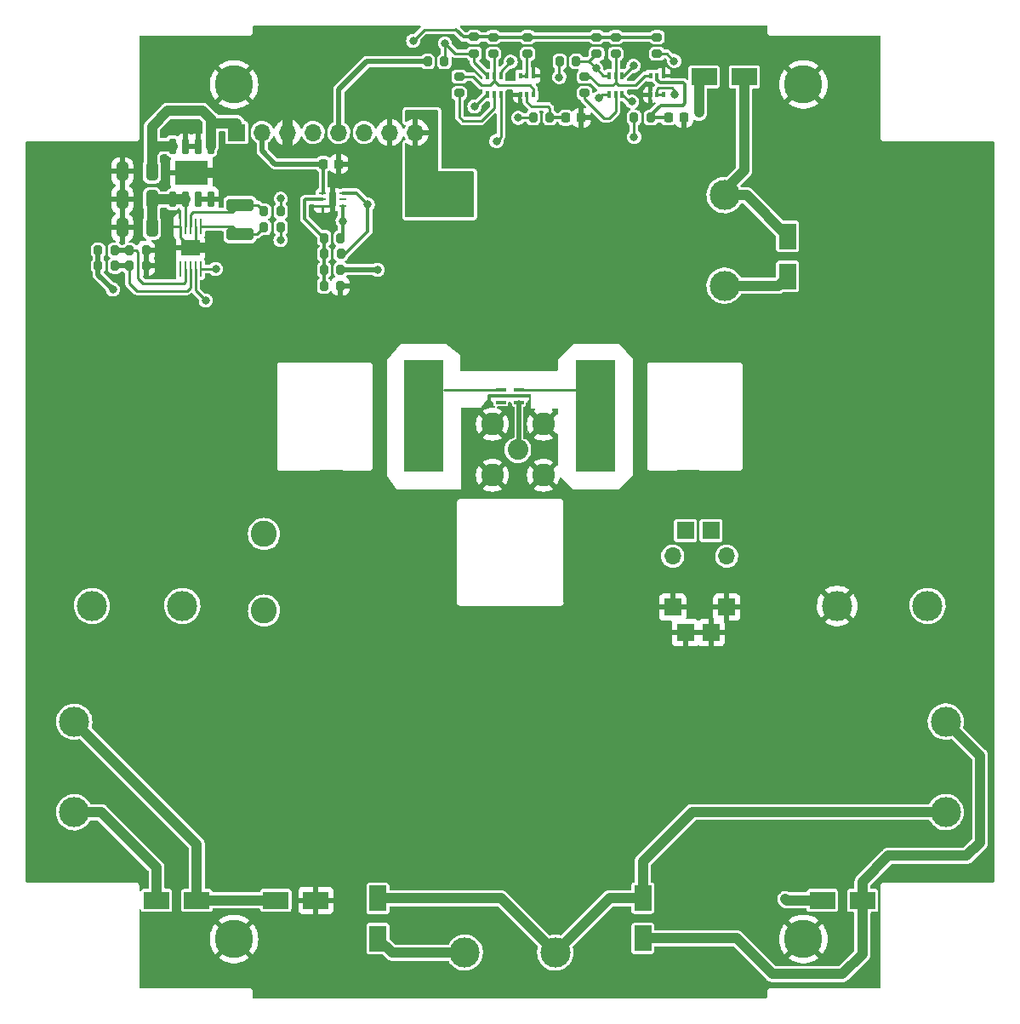
<source format=gtl>
G04 #@! TF.GenerationSoftware,KiCad,Pcbnew,(6.0.5)*
G04 #@! TF.CreationDate,2023-05-08T03:06:53-07:00*
G04 #@! TF.ProjectId,Z_Panels,5a5f5061-6e65-46c7-932e-6b696361645f,rev?*
G04 #@! TF.SameCoordinates,Original*
G04 #@! TF.FileFunction,Copper,L1,Top*
G04 #@! TF.FilePolarity,Positive*
%FSLAX46Y46*%
G04 Gerber Fmt 4.6, Leading zero omitted, Abs format (unit mm)*
G04 Created by KiCad (PCBNEW (6.0.5)) date 2023-05-08 03:06:53*
%MOMM*%
%LPD*%
G01*
G04 APERTURE LIST*
G04 Aperture macros list*
%AMRoundRect*
0 Rectangle with rounded corners*
0 $1 Rounding radius*
0 $2 $3 $4 $5 $6 $7 $8 $9 X,Y pos of 4 corners*
0 Add a 4 corners polygon primitive as box body*
4,1,4,$2,$3,$4,$5,$6,$7,$8,$9,$2,$3,0*
0 Add four circle primitives for the rounded corners*
1,1,$1+$1,$2,$3*
1,1,$1+$1,$4,$5*
1,1,$1+$1,$6,$7*
1,1,$1+$1,$8,$9*
0 Add four rect primitives between the rounded corners*
20,1,$1+$1,$2,$3,$4,$5,0*
20,1,$1+$1,$4,$5,$6,$7,0*
20,1,$1+$1,$6,$7,$8,$9,0*
20,1,$1+$1,$8,$9,$2,$3,0*%
G04 Aperture macros list end*
G04 #@! TA.AperFunction,ComponentPad*
%ADD10C,3.000000*%
G04 #@! TD*
G04 #@! TA.AperFunction,ConnectorPad*
%ADD11C,3.800000*%
G04 #@! TD*
G04 #@! TA.AperFunction,ComponentPad*
%ADD12C,2.600000*%
G04 #@! TD*
G04 #@! TA.AperFunction,SMDPad,CuDef*
%ADD13R,1.700000X2.500000*%
G04 #@! TD*
G04 #@! TA.AperFunction,SMDPad,CuDef*
%ADD14RoundRect,0.200000X0.200000X0.275000X-0.200000X0.275000X-0.200000X-0.275000X0.200000X-0.275000X0*%
G04 #@! TD*
G04 #@! TA.AperFunction,SMDPad,CuDef*
%ADD15R,2.500000X1.700000*%
G04 #@! TD*
G04 #@! TA.AperFunction,SMDPad,CuDef*
%ADD16RoundRect,0.200000X-0.200000X-0.275000X0.200000X-0.275000X0.200000X0.275000X-0.200000X0.275000X0*%
G04 #@! TD*
G04 #@! TA.AperFunction,SMDPad,CuDef*
%ADD17RoundRect,0.200000X0.275000X-0.200000X0.275000X0.200000X-0.275000X0.200000X-0.275000X-0.200000X0*%
G04 #@! TD*
G04 #@! TA.AperFunction,SMDPad,CuDef*
%ADD18R,0.280000X1.600000*%
G04 #@! TD*
G04 #@! TA.AperFunction,SMDPad,CuDef*
%ADD19R,1.880000X1.570000*%
G04 #@! TD*
G04 #@! TA.AperFunction,SMDPad,CuDef*
%ADD20RoundRect,0.200000X-0.275000X0.200000X-0.275000X-0.200000X0.275000X-0.200000X0.275000X0.200000X0*%
G04 #@! TD*
G04 #@! TA.AperFunction,ComponentPad*
%ADD21R,1.700000X1.700000*%
G04 #@! TD*
G04 #@! TA.AperFunction,ComponentPad*
%ADD22O,1.700000X1.700000*%
G04 #@! TD*
G04 #@! TA.AperFunction,SMDPad,CuDef*
%ADD23RoundRect,0.250000X-0.325000X-0.650000X0.325000X-0.650000X0.325000X0.650000X-0.325000X0.650000X0*%
G04 #@! TD*
G04 #@! TA.AperFunction,SMDPad,CuDef*
%ADD24R,0.400000X0.600000*%
G04 #@! TD*
G04 #@! TA.AperFunction,SMDPad,CuDef*
%ADD25R,0.740000X0.270000*%
G04 #@! TD*
G04 #@! TA.AperFunction,SMDPad,CuDef*
%ADD26R,0.650000X1.350000*%
G04 #@! TD*
G04 #@! TA.AperFunction,SMDPad,CuDef*
%ADD27R,0.400000X0.650000*%
G04 #@! TD*
G04 #@! TA.AperFunction,SMDPad,CuDef*
%ADD28RoundRect,0.225000X-0.225000X-0.250000X0.225000X-0.250000X0.225000X0.250000X-0.225000X0.250000X0*%
G04 #@! TD*
G04 #@! TA.AperFunction,SMDPad,CuDef*
%ADD29R,4.000000X11.000000*%
G04 #@! TD*
G04 #@! TA.AperFunction,SMDPad,CuDef*
%ADD30R,4.000000X1.000000*%
G04 #@! TD*
G04 #@! TA.AperFunction,SMDPad,CuDef*
%ADD31RoundRect,0.150000X0.150000X-0.650000X0.150000X0.650000X-0.150000X0.650000X-0.150000X-0.650000X0*%
G04 #@! TD*
G04 #@! TA.AperFunction,SMDPad,CuDef*
%ADD32R,3.200000X2.400000*%
G04 #@! TD*
G04 #@! TA.AperFunction,SMDPad,CuDef*
%ADD33R,1.000000X0.350000*%
G04 #@! TD*
G04 #@! TA.AperFunction,SMDPad,CuDef*
%ADD34RoundRect,0.250000X1.100000X-0.325000X1.100000X0.325000X-1.100000X0.325000X-1.100000X-0.325000X0*%
G04 #@! TD*
G04 #@! TA.AperFunction,ComponentPad*
%ADD35C,2.050000*%
G04 #@! TD*
G04 #@! TA.AperFunction,ComponentPad*
%ADD36C,2.250000*%
G04 #@! TD*
G04 #@! TA.AperFunction,ViaPad*
%ADD37C,0.800000*%
G04 #@! TD*
G04 #@! TA.AperFunction,Conductor*
%ADD38C,0.250000*%
G04 #@! TD*
G04 #@! TA.AperFunction,Conductor*
%ADD39C,0.306000*%
G04 #@! TD*
G04 #@! TA.AperFunction,Conductor*
%ADD40C,1.000000*%
G04 #@! TD*
G04 #@! TA.AperFunction,Conductor*
%ADD41C,0.500000*%
G04 #@! TD*
G04 APERTURE END LIST*
D10*
X150042000Y-97830000D03*
X141042000Y-97830000D03*
D11*
X155182000Y-45965600D03*
D12*
X155182000Y-45965600D03*
D13*
X210280000Y-61060000D03*
X210280000Y-65060000D03*
D14*
X186608000Y-49246000D03*
X184958000Y-49246000D03*
D15*
X159340000Y-127120000D03*
X163340000Y-127120000D03*
D16*
X141669000Y-64008000D03*
X143319000Y-64008000D03*
D14*
X165795000Y-64390000D03*
X164145000Y-64390000D03*
D17*
X184393000Y-42911000D03*
X184393000Y-41261000D03*
D18*
X151840000Y-60112500D03*
X151340000Y-60112500D03*
X150840000Y-60112500D03*
X150340000Y-60112500D03*
X149840000Y-60112500D03*
X149840000Y-64312500D03*
X150340000Y-64312500D03*
X150840000Y-64312500D03*
X151340000Y-64312500D03*
X151840000Y-64312500D03*
D19*
X150840000Y-62212500D03*
D20*
X193163000Y-41261000D03*
X193163000Y-42911000D03*
D16*
X174463000Y-43666000D03*
X176113000Y-43666000D03*
X158180000Y-60180000D03*
X159830000Y-60180000D03*
D14*
X165805000Y-62800000D03*
X164155000Y-62800000D03*
D21*
X202656000Y-100503000D03*
X200116000Y-100503000D03*
X198846000Y-97963000D03*
X204216000Y-97963000D03*
D22*
X204216000Y-92883000D03*
D21*
X202656000Y-90343000D03*
X200116000Y-90343000D03*
D22*
X198846000Y-92883000D03*
D10*
X187160000Y-132310000D03*
X178160000Y-132310000D03*
D17*
X190073000Y-46831000D03*
X190073000Y-45181000D03*
D23*
X144067000Y-60198000D03*
X147017000Y-60198000D03*
D16*
X144780000Y-64008000D03*
X146430000Y-64008000D03*
D14*
X165795000Y-65990000D03*
X164145000Y-65990000D03*
D24*
X196623000Y-46986000D03*
X197273000Y-46986000D03*
X197923000Y-46986000D03*
X197923000Y-45086000D03*
X197273000Y-45086000D03*
X196623000Y-45086000D03*
D12*
X158170000Y-90670000D03*
X158170000Y-98290000D03*
D16*
X187598000Y-43666000D03*
X189248000Y-43666000D03*
D23*
X144067000Y-54610000D03*
X147017000Y-54610000D03*
D16*
X141669000Y-62484000D03*
X143319000Y-62484000D03*
D12*
X211856000Y-45965600D03*
D11*
X211856000Y-45965600D03*
D15*
X201962000Y-45212000D03*
X205962000Y-45212000D03*
D10*
X204008000Y-56968000D03*
X204008000Y-65968000D03*
D14*
X165795000Y-61230000D03*
X164145000Y-61230000D03*
D16*
X144780000Y-62484000D03*
X146430000Y-62484000D03*
D17*
X179063000Y-42891000D03*
X179063000Y-41241000D03*
D25*
X163995000Y-56760000D03*
X163995000Y-57410000D03*
X163995000Y-58060000D03*
X165985000Y-58060000D03*
X165985000Y-57410000D03*
X165985000Y-56760000D03*
D26*
X164990000Y-57410000D03*
D27*
X180423000Y-46986000D03*
X181073000Y-46986000D03*
X181723000Y-46986000D03*
X181723000Y-45086000D03*
X181073000Y-45086000D03*
X180423000Y-45086000D03*
D28*
X188188000Y-49276000D03*
X189738000Y-49276000D03*
D24*
X184983000Y-45086000D03*
X184333000Y-45086000D03*
X183683000Y-45086000D03*
X183683000Y-46986000D03*
X184333000Y-46986000D03*
X184983000Y-46986000D03*
D29*
X191166000Y-78994000D03*
D30*
X191166000Y-73914000D03*
D29*
X174086000Y-78994000D03*
D30*
X174086000Y-73914000D03*
D23*
X144067000Y-57404000D03*
X147017000Y-57404000D03*
D10*
X226020000Y-109330000D03*
X226020000Y-118330000D03*
X224210000Y-97830000D03*
X215210000Y-97830000D03*
D12*
X211856000Y-130965600D03*
D11*
X211856000Y-130965600D03*
D20*
X177593000Y-45181000D03*
X177593000Y-46831000D03*
D10*
X139280000Y-118350000D03*
X139280000Y-109350000D03*
D15*
X147470000Y-127120000D03*
X151470000Y-127120000D03*
D31*
X149065000Y-57400000D03*
X150335000Y-57400000D03*
X151605000Y-57400000D03*
X152875000Y-57400000D03*
X152875000Y-52100000D03*
X151605000Y-52100000D03*
X150335000Y-52100000D03*
X149065000Y-52100000D03*
D32*
X150970000Y-54750000D03*
D15*
X213740000Y-127120000D03*
X217740000Y-127120000D03*
D17*
X191273000Y-42901000D03*
X191273000Y-41251000D03*
D28*
X198398000Y-49266000D03*
X199948000Y-49266000D03*
D16*
X158180000Y-58590000D03*
X159830000Y-58590000D03*
D14*
X196658000Y-49266000D03*
X195008000Y-49266000D03*
D12*
X155182000Y-130965600D03*
D11*
X155182000Y-130965600D03*
D17*
X197283000Y-42911000D03*
X197283000Y-41261000D03*
D33*
X183526000Y-77612000D03*
X183526000Y-76962000D03*
X183526000Y-76312000D03*
X181726000Y-76312000D03*
X181726000Y-76962000D03*
X181726000Y-77612000D03*
D13*
X169510000Y-126920000D03*
X169510000Y-130920000D03*
D21*
X155448000Y-50738000D03*
D22*
X157988000Y-50738000D03*
X160528000Y-50738000D03*
X163068000Y-50738000D03*
X165608000Y-50738000D03*
X168148000Y-50738000D03*
X170688000Y-50738000D03*
X173228000Y-50738000D03*
D34*
X155780000Y-60875000D03*
X155780000Y-57925000D03*
D27*
X192513000Y-46986000D03*
X193163000Y-46986000D03*
X193813000Y-46986000D03*
X193813000Y-45086000D03*
X193163000Y-45086000D03*
X192513000Y-45086000D03*
D13*
X195860000Y-130900000D03*
X195860000Y-126900000D03*
D28*
X164055000Y-53860000D03*
X165605000Y-53860000D03*
D20*
X180983000Y-41261000D03*
X180983000Y-42911000D03*
D35*
X183431443Y-82290965D03*
D36*
X185971443Y-79750965D03*
X180891443Y-84830965D03*
X185971443Y-84830965D03*
X180891443Y-79750965D03*
D37*
X182468000Y-72612000D03*
X150897500Y-62212500D03*
X176276000Y-93314000D03*
X170942000Y-70612000D03*
X204502000Y-70612000D03*
X168276000Y-91314000D03*
X200502000Y-70612000D03*
X194502000Y-70612000D03*
X193104000Y-95314000D03*
X172276000Y-93314000D03*
X168276000Y-97314000D03*
X172276000Y-91314000D03*
X141300000Y-60230000D03*
X176468000Y-70612000D03*
X195580000Y-79058000D03*
X204502000Y-72612000D03*
X189104000Y-91314000D03*
X206502000Y-72612000D03*
X168942000Y-70612000D03*
X164942000Y-72612000D03*
X170276000Y-87314000D03*
X162942000Y-72612000D03*
X169672000Y-81058000D03*
X191104000Y-99314000D03*
X186468000Y-70612000D03*
X158942000Y-70612000D03*
X202502000Y-72612000D03*
X193104000Y-93314000D03*
X168276000Y-95314000D03*
X141340000Y-57280000D03*
X176276000Y-99314000D03*
X170276000Y-95314000D03*
X198502000Y-72612000D03*
X193104000Y-89314000D03*
X191104000Y-97314000D03*
X172276000Y-97314000D03*
X141440000Y-54600000D03*
X168276000Y-87314000D03*
X174276000Y-87314000D03*
X168276000Y-93314000D03*
X195072000Y-87303622D03*
X191104000Y-89314000D03*
X172276000Y-87314000D03*
X168276000Y-99314000D03*
X196502000Y-70612000D03*
X195072000Y-91303622D03*
X195580000Y-83058000D03*
X174276000Y-97314000D03*
X176276000Y-87314000D03*
X169672000Y-77058000D03*
X180468000Y-72612000D03*
X160528000Y-52490000D03*
X164942000Y-70612000D03*
X193104000Y-91314000D03*
X183388000Y-85090000D03*
X189104000Y-93314000D03*
X202502000Y-70612000D03*
X198502000Y-70612000D03*
X191104000Y-91314000D03*
X169672000Y-83058000D03*
X178562000Y-81090000D03*
X168942000Y-72612000D03*
X195072000Y-89303622D03*
X195072000Y-93303622D03*
X191104000Y-87314000D03*
X176276000Y-97314000D03*
X170276000Y-89314000D03*
X178468000Y-72612000D03*
X200502000Y-72612000D03*
X168276000Y-89314000D03*
X166942000Y-72612000D03*
X148530000Y-61790000D03*
X193104000Y-87314000D03*
X184468000Y-72612000D03*
X193104000Y-99314000D03*
X186468000Y-72612000D03*
X154310000Y-53830000D03*
X160942000Y-70612000D03*
X189104000Y-89314000D03*
X176276000Y-91314000D03*
X170276000Y-97314000D03*
X150970000Y-54750000D03*
X195580000Y-77058000D03*
X148400000Y-63890000D03*
X189104000Y-99314000D03*
X182468000Y-70612000D03*
X196502000Y-72612000D03*
X170276000Y-93314000D03*
X174276000Y-99314000D03*
X184468000Y-70612000D03*
X195072000Y-95303622D03*
X174276000Y-95314000D03*
X169672000Y-75058000D03*
X195580000Y-75058000D03*
X178468000Y-70612000D03*
X186182000Y-82296000D03*
X169672000Y-79058000D03*
X195580000Y-81058000D03*
X166942000Y-70612000D03*
X180468000Y-70612000D03*
X174276000Y-89314000D03*
X189104000Y-97314000D03*
X172276000Y-89314000D03*
X206502000Y-70612000D03*
X178562000Y-83090000D03*
X176276000Y-95314000D03*
X149120000Y-50220000D03*
X193104000Y-97314000D03*
X174276000Y-93314000D03*
X191104000Y-95314000D03*
X160528000Y-48938000D03*
X158942000Y-72612000D03*
X195072000Y-99303622D03*
X160942000Y-72612000D03*
X189104000Y-95314000D03*
X189104000Y-87314000D03*
X172276000Y-99314000D03*
X153500000Y-54750000D03*
X176276000Y-89314000D03*
X172276000Y-95314000D03*
X170276000Y-99314000D03*
X154380000Y-55780000D03*
X188468000Y-70612000D03*
X191104000Y-93314000D03*
X174276000Y-91314000D03*
X180594000Y-82296000D03*
X178562000Y-85090000D03*
X178562000Y-79090000D03*
X162942000Y-70612000D03*
X195072000Y-97303622D03*
X152772500Y-62212500D03*
X170276000Y-91314000D03*
X150710000Y-50030000D03*
X143140000Y-66360000D03*
X173010000Y-41610000D03*
X169460000Y-64390000D03*
X201457600Y-48777600D03*
X210058000Y-127000000D03*
X191513000Y-47286000D03*
X187553000Y-45236000D03*
X194813000Y-47676000D03*
X179113000Y-48156000D03*
X181298000Y-51591000D03*
X183473000Y-49276000D03*
X165985000Y-59535000D03*
X153357500Y-64312500D03*
X176173000Y-41876000D03*
X182713000Y-43696000D03*
X199070000Y-46930000D03*
X198990000Y-43620000D03*
X195008000Y-51181000D03*
X168500000Y-57900000D03*
X152370000Y-67460000D03*
X191215500Y-44373500D03*
X194943000Y-44106000D03*
X159815000Y-61430000D03*
X159835000Y-57320000D03*
X178562000Y-58166000D03*
X177292000Y-56134000D03*
X177292000Y-55118000D03*
X178562000Y-56134000D03*
X177292000Y-58166000D03*
X177292000Y-57150000D03*
X178562000Y-55118000D03*
X178562000Y-57150000D03*
D38*
X183526000Y-76312000D02*
X189160408Y-76312000D01*
X181726000Y-76312000D02*
X176092478Y-76312000D01*
X184333000Y-47686000D02*
X184783000Y-48136000D01*
X184333000Y-46986000D02*
X184333000Y-47686000D01*
X186433000Y-48136000D02*
X186608000Y-48311000D01*
X186608000Y-48311000D02*
X186608000Y-49246000D01*
X186593000Y-49231000D02*
X186608000Y-49246000D01*
D39*
X188158000Y-49246000D02*
X188188000Y-49276000D01*
D38*
X184783000Y-48136000D02*
X186433000Y-48136000D01*
D39*
X186608000Y-49246000D02*
X188158000Y-49246000D01*
D38*
X149840000Y-60112500D02*
X149840000Y-61212500D01*
D40*
X160528000Y-50723600D02*
X160528000Y-52490000D01*
D38*
X149840000Y-61212500D02*
X150840000Y-62212500D01*
D40*
X150897500Y-62212500D02*
X152772500Y-62212500D01*
D38*
X151340000Y-61712500D02*
X150840000Y-62212500D01*
D40*
X150840000Y-62212500D02*
X150897500Y-62212500D01*
X160528000Y-50723600D02*
X160528000Y-48938000D01*
X150970000Y-54750000D02*
X153500000Y-54750000D01*
D38*
X151340000Y-60112500D02*
X151340000Y-61712500D01*
X197283000Y-45076000D02*
X197273000Y-45086000D01*
D39*
X196658000Y-49266000D02*
X198398000Y-49266000D01*
X197650000Y-48040000D02*
X199850000Y-48040000D01*
X196658000Y-49032000D02*
X197650000Y-48040000D01*
X200070000Y-45960000D02*
X199890000Y-45780000D01*
X199850000Y-48040000D02*
X200070000Y-47820000D01*
X197560000Y-45780000D02*
X197273000Y-45493000D01*
X200070000Y-47820000D02*
X200070000Y-45960000D01*
X199890000Y-45780000D02*
X197560000Y-45780000D01*
X196658000Y-49266000D02*
X196658000Y-49032000D01*
X197273000Y-45493000D02*
X197273000Y-45086000D01*
D38*
X150340000Y-60112500D02*
X150340000Y-57405000D01*
D40*
X147017000Y-57404000D02*
X149061000Y-57404000D01*
X149061000Y-57404000D02*
X149065000Y-57400000D01*
X147017000Y-57404000D02*
X147017000Y-60198000D01*
X149065000Y-57400000D02*
X150335000Y-57400000D01*
D38*
X150340000Y-57405000D02*
X150335000Y-57400000D01*
D40*
X152875000Y-49415000D02*
X153255600Y-49795600D01*
X147017000Y-52763000D02*
X147680000Y-52100000D01*
X147017000Y-53313000D02*
X147017000Y-52763000D01*
X152050000Y-48590000D02*
X148570000Y-48590000D01*
X152875000Y-49415000D02*
X152050000Y-48590000D01*
X152875000Y-52100000D02*
X152875000Y-49415000D01*
D41*
X141669000Y-64008000D02*
X141669000Y-64889000D01*
D40*
X148570000Y-48590000D02*
X147017000Y-50143000D01*
X147017000Y-54610000D02*
X147017000Y-53313000D01*
X147680000Y-52100000D02*
X149065000Y-52100000D01*
D41*
X141669000Y-62484000D02*
X141669000Y-64008000D01*
D40*
X147017000Y-50143000D02*
X147017000Y-53313000D01*
D41*
X141669000Y-64889000D02*
X143140000Y-66360000D01*
D40*
X153255600Y-49795600D02*
X155448000Y-49795600D01*
D39*
X164055000Y-56700000D02*
X163995000Y-56760000D01*
X178018000Y-41241000D02*
X177273000Y-40496000D01*
D41*
X159270000Y-53860000D02*
X157988000Y-52578000D01*
D39*
X164055000Y-53860000D02*
X164055000Y-56700000D01*
D41*
X157988000Y-52578000D02*
X157988000Y-50738000D01*
D39*
X193163000Y-41261000D02*
X197283000Y-41261000D01*
D41*
X164055000Y-53860000D02*
X159270000Y-53860000D01*
D38*
X174124000Y-40496000D02*
X173010000Y-41610000D01*
D39*
X173080000Y-41540000D02*
X173010000Y-41610000D01*
X184393000Y-41261000D02*
X191263000Y-41261000D01*
X191273000Y-41251000D02*
X193153000Y-41251000D01*
X193153000Y-41251000D02*
X193163000Y-41261000D01*
D38*
X177273000Y-40496000D02*
X174124000Y-40496000D01*
D41*
X165795000Y-64390000D02*
X169460000Y-64390000D01*
D39*
X180963000Y-41241000D02*
X180983000Y-41261000D01*
X179063000Y-41241000D02*
X180963000Y-41241000D01*
X179063000Y-41241000D02*
X178018000Y-41241000D01*
X191263000Y-41261000D02*
X191273000Y-41251000D01*
X180983000Y-41261000D02*
X184393000Y-41261000D01*
D40*
X201457600Y-45716400D02*
X201962000Y-45212000D01*
X201457600Y-48777600D02*
X201457600Y-45716400D01*
X206188000Y-56968000D02*
X210280000Y-61060000D01*
X205962000Y-54506000D02*
X205962000Y-45212000D01*
X203500000Y-56968000D02*
X206188000Y-56968000D01*
X203500000Y-56968000D02*
X205962000Y-54506000D01*
X210178000Y-127120000D02*
X210058000Y-127000000D01*
X213740000Y-127120000D02*
X210178000Y-127120000D01*
X203500000Y-65968000D02*
X209372000Y-65968000D01*
X209372000Y-65968000D02*
X210280000Y-65060000D01*
X205220000Y-130900000D02*
X208760000Y-134440000D01*
X195860000Y-130900000D02*
X205220000Y-130900000D01*
X217740000Y-132430000D02*
X217740000Y-127120000D01*
X215730000Y-134440000D02*
X217740000Y-132430000D01*
X220310000Y-122690000D02*
X228110000Y-122690000D01*
X228110000Y-122690000D02*
X229430000Y-121370000D01*
X229430000Y-112740000D02*
X226020000Y-109330000D01*
X217740000Y-127120000D02*
X217740000Y-125260000D01*
X208760000Y-134440000D02*
X215730000Y-134440000D01*
X217740000Y-125260000D02*
X220310000Y-122690000D01*
X229430000Y-121370000D02*
X229430000Y-112740000D01*
X181770000Y-126920000D02*
X169510000Y-126920000D01*
X187160000Y-132310000D02*
X192570000Y-126900000D01*
X195860000Y-123240000D02*
X200770000Y-118330000D01*
X195860000Y-126900000D02*
X195860000Y-123240000D01*
X187160000Y-132310000D02*
X181770000Y-126920000D01*
X192570000Y-126900000D02*
X195860000Y-126900000D01*
X200770000Y-118330000D02*
X226020000Y-118330000D01*
X147470000Y-127120000D02*
X147470000Y-123848000D01*
X178160000Y-132310000D02*
X170900000Y-132310000D01*
X147470000Y-123848000D02*
X141972000Y-118350000D01*
X170900000Y-132310000D02*
X169510000Y-130920000D01*
X141972000Y-118350000D02*
X139280000Y-118350000D01*
X159340000Y-127120000D02*
X151470000Y-127120000D01*
X151470000Y-121540000D02*
X139280000Y-109350000D01*
X151470000Y-127120000D02*
X151470000Y-121540000D01*
D41*
X183526000Y-77612000D02*
X183526000Y-82196408D01*
D38*
X194503000Y-47676000D02*
X194813000Y-47676000D01*
X192513000Y-46986000D02*
X191813000Y-46986000D01*
X187553000Y-43711000D02*
X187598000Y-43666000D01*
X193813000Y-46986000D02*
X194503000Y-47676000D01*
X191813000Y-46986000D02*
X191513000Y-47286000D01*
X187553000Y-45236000D02*
X187553000Y-43711000D01*
X181723000Y-46986000D02*
X181723000Y-51166000D01*
X181723000Y-51166000D02*
X181298000Y-51591000D01*
D41*
X174463000Y-43666000D02*
X168424000Y-43666000D01*
D38*
X180283000Y-46986000D02*
X179113000Y-48156000D01*
X180423000Y-46986000D02*
X180283000Y-46986000D01*
D41*
X168424000Y-43666000D02*
X165608000Y-46482000D01*
X165608000Y-46482000D02*
X165608000Y-50738000D01*
D38*
X184333000Y-45086000D02*
X184333000Y-42971000D01*
X183683000Y-45086000D02*
X184333000Y-45086000D01*
X184333000Y-42971000D02*
X184393000Y-42911000D01*
X181528978Y-46066000D02*
X181073000Y-45610022D01*
X181073000Y-45610022D02*
X181073000Y-45086000D01*
X184613000Y-46066000D02*
X181528978Y-46066000D01*
X177593000Y-45181000D02*
X178948000Y-45181000D01*
X180637022Y-46046000D02*
X181073000Y-45610022D01*
X179813000Y-46046000D02*
X180637022Y-46046000D01*
X184983000Y-46436000D02*
X184613000Y-46066000D01*
X184983000Y-46986000D02*
X184983000Y-46436000D01*
X181073000Y-43001000D02*
X180983000Y-42911000D01*
X181073000Y-45086000D02*
X181073000Y-43001000D01*
X178948000Y-45181000D02*
X179813000Y-46046000D01*
X177983000Y-49576000D02*
X177593000Y-49186000D01*
X179773000Y-49576000D02*
X177983000Y-49576000D01*
X181073000Y-46986000D02*
X181073000Y-48276000D01*
X181073000Y-48276000D02*
X179773000Y-49576000D01*
X177593000Y-49186000D02*
X177593000Y-46831000D01*
X179063000Y-42891000D02*
X177188000Y-42891000D01*
X151840000Y-64312500D02*
X153357500Y-64312500D01*
X181723000Y-44686000D02*
X182713000Y-43696000D01*
X176173000Y-43606000D02*
X176113000Y-43666000D01*
D39*
X165985000Y-58060000D02*
X165985000Y-59535000D01*
D38*
X180423000Y-45086000D02*
X179063000Y-43726000D01*
D39*
X165985000Y-59535000D02*
X165985000Y-61040000D01*
D38*
X176173000Y-41876000D02*
X176173000Y-43606000D01*
X181723000Y-45086000D02*
X181723000Y-44686000D01*
X179063000Y-43726000D02*
X179063000Y-42891000D01*
X184958000Y-49246000D02*
X183503000Y-49246000D01*
D39*
X165985000Y-61040000D02*
X165795000Y-61230000D01*
D38*
X177188000Y-42891000D02*
X176173000Y-41876000D01*
X183503000Y-49246000D02*
X183473000Y-49276000D01*
X197283000Y-42911000D02*
X198281000Y-42911000D01*
X197410000Y-46300000D02*
X198750000Y-46300000D01*
X197273000Y-46986000D02*
X197923000Y-46986000D01*
X197273000Y-46437000D02*
X197410000Y-46300000D01*
X198281000Y-42911000D02*
X198990000Y-43620000D01*
X198750000Y-46300000D02*
X199070000Y-46620000D01*
X197273000Y-46986000D02*
X197273000Y-46437000D01*
X199070000Y-46620000D02*
X199070000Y-46930000D01*
X190073000Y-45181000D02*
X190608000Y-45181000D01*
X193163000Y-45746000D02*
X193443000Y-46026000D01*
X190608000Y-45181000D02*
X191473000Y-46046000D01*
X193443000Y-46026000D02*
X195153000Y-46026000D01*
X191473000Y-46046000D02*
X192863000Y-46046000D01*
X193163000Y-45746000D02*
X193163000Y-45086000D01*
X196093000Y-45086000D02*
X196623000Y-45086000D01*
X195153000Y-46026000D02*
X196093000Y-45086000D01*
X193163000Y-45086000D02*
X193163000Y-42911000D01*
X192863000Y-46046000D02*
X193163000Y-45746000D01*
X193163000Y-48626000D02*
X193163000Y-46986000D01*
X192483000Y-49306000D02*
X193163000Y-48626000D01*
X190073000Y-46831000D02*
X190073000Y-47376000D01*
X192003000Y-49306000D02*
X192483000Y-49306000D01*
X190073000Y-47376000D02*
X192003000Y-49306000D01*
D39*
X168510000Y-60550000D02*
X168510000Y-57910000D01*
D38*
X191215500Y-44373500D02*
X191928000Y-45086000D01*
D39*
X168510000Y-57910000D02*
X168500000Y-57900000D01*
D38*
X193963000Y-45086000D02*
X194943000Y-44106000D01*
X191928000Y-45086000D02*
X192513000Y-45086000D01*
X190508000Y-43666000D02*
X191273000Y-42901000D01*
X189248000Y-43666000D02*
X190508000Y-43666000D01*
D39*
X165805000Y-62800000D02*
X166260000Y-62800000D01*
D38*
X151340000Y-64312500D02*
X151340000Y-66430000D01*
X195008000Y-49266000D02*
X195008000Y-51181000D01*
X190508000Y-43666000D02*
X191215500Y-44373500D01*
D39*
X168500000Y-57900000D02*
X167360000Y-56760000D01*
X166260000Y-62800000D02*
X168510000Y-60550000D01*
D38*
X151340000Y-66430000D02*
X152370000Y-67460000D01*
X193813000Y-45086000D02*
X193963000Y-45086000D01*
D39*
X167360000Y-56760000D02*
X165985000Y-56760000D01*
D38*
X144780000Y-65770000D02*
X145490000Y-66480000D01*
X144780000Y-64008000D02*
X144780000Y-65770000D01*
X145490000Y-66480000D02*
X150510000Y-66480000D01*
X150840000Y-66150000D02*
X150840000Y-64312500D01*
X150510000Y-66480000D02*
X150840000Y-66150000D01*
D41*
X143319000Y-64008000D02*
X144780000Y-64008000D01*
D38*
X146140000Y-65740000D02*
X150220000Y-65740000D01*
X145620000Y-62650000D02*
X145620000Y-65220000D01*
D41*
X143319000Y-62484000D02*
X144780000Y-62484000D01*
D38*
X150340000Y-65620000D02*
X150340000Y-64312500D01*
X145620000Y-65220000D02*
X146140000Y-65740000D01*
X150220000Y-65740000D02*
X150340000Y-65620000D01*
X145454000Y-62484000D02*
X145620000Y-62650000D01*
X144780000Y-62484000D02*
X145454000Y-62484000D01*
X155780000Y-60875000D02*
X157485000Y-60875000D01*
X151840000Y-60112500D02*
X155017500Y-60112500D01*
X157485000Y-60875000D02*
X158180000Y-60180000D01*
X155017500Y-60112500D02*
X155780000Y-60875000D01*
X159830000Y-61415000D02*
X159815000Y-61430000D01*
X159830000Y-60180000D02*
X159830000Y-61415000D01*
X150840000Y-58930000D02*
X151100000Y-58670000D01*
X155780000Y-57925000D02*
X157515000Y-57925000D01*
X155035000Y-58670000D02*
X155780000Y-57925000D01*
X157515000Y-57925000D02*
X158180000Y-58590000D01*
X151100000Y-58670000D02*
X155035000Y-58670000D01*
X150840000Y-60112500D02*
X150840000Y-58930000D01*
X159830000Y-57325000D02*
X159835000Y-57320000D01*
X159830000Y-58590000D02*
X159830000Y-57325000D01*
D39*
X163995000Y-57410000D02*
X162250000Y-57410000D01*
X164145000Y-62790000D02*
X164155000Y-62800000D01*
X164145000Y-61230000D02*
X164145000Y-62790000D01*
X164155000Y-64380000D02*
X164145000Y-64390000D01*
X162200000Y-59285000D02*
X164145000Y-61230000D01*
X162200000Y-57460000D02*
X162200000Y-59285000D01*
X162250000Y-57410000D02*
X162200000Y-57460000D01*
X164145000Y-64390000D02*
X164145000Y-65990000D01*
X164155000Y-62800000D02*
X164155000Y-64380000D01*
G04 #@! TA.AperFunction,Conductor*
G36*
X175472160Y-48533385D02*
G01*
X175509032Y-48584135D01*
X175514000Y-48615500D01*
X175514000Y-54610000D01*
X178968500Y-54610000D01*
X179028160Y-54629385D01*
X179065032Y-54680135D01*
X179070000Y-54711500D01*
X179070000Y-59080500D01*
X179050615Y-59140160D01*
X178999865Y-59177032D01*
X178968500Y-59182000D01*
X172313500Y-59182000D01*
X172253840Y-59162615D01*
X172216968Y-59111865D01*
X172212000Y-59080500D01*
X172212000Y-51875795D01*
X172231385Y-51816135D01*
X172282135Y-51779263D01*
X172344865Y-51779263D01*
X172378335Y-51797701D01*
X172443209Y-51851560D01*
X172450008Y-51856321D01*
X172635624Y-51964786D01*
X172643106Y-51968371D01*
X172843940Y-52045062D01*
X172851917Y-52047379D01*
X172958244Y-52069011D01*
X172971792Y-52067468D01*
X172974000Y-52059080D01*
X172974000Y-52058556D01*
X173482000Y-52058556D01*
X173486226Y-52071562D01*
X173487792Y-52072699D01*
X173493161Y-52073202D01*
X173507183Y-52071406D01*
X173515298Y-52069681D01*
X173721211Y-52007904D01*
X173728940Y-52004875D01*
X173921999Y-51910296D01*
X173929127Y-51906047D01*
X174104141Y-51781212D01*
X174110492Y-51775845D01*
X174262753Y-51624112D01*
X174268152Y-51617768D01*
X174393587Y-51443208D01*
X174397870Y-51436081D01*
X174493118Y-51243362D01*
X174496174Y-51235642D01*
X174558670Y-51029945D01*
X174560423Y-51021836D01*
X174562253Y-51007938D01*
X174559760Y-50994492D01*
X174558425Y-50993224D01*
X174553013Y-50992000D01*
X173498076Y-50992000D01*
X173485070Y-50996226D01*
X173482000Y-51000452D01*
X173482000Y-52058556D01*
X172974000Y-52058556D01*
X172974000Y-50467924D01*
X173482000Y-50467924D01*
X173486226Y-50480930D01*
X173490452Y-50484000D01*
X174548383Y-50484000D01*
X174560636Y-50480019D01*
X174560973Y-50470122D01*
X174518971Y-50302907D01*
X174516293Y-50295042D01*
X174430572Y-50097894D01*
X174426648Y-50090578D01*
X174309882Y-49910085D01*
X174304811Y-49903499D01*
X174160138Y-49744506D01*
X174154052Y-49738831D01*
X173985348Y-49605597D01*
X173978439Y-49601006D01*
X173790224Y-49497106D01*
X173782661Y-49493707D01*
X173580013Y-49421945D01*
X173571981Y-49419823D01*
X173497828Y-49406614D01*
X173484282Y-49408494D01*
X173483851Y-49408909D01*
X173482000Y-49416304D01*
X173482000Y-50467924D01*
X172974000Y-50467924D01*
X172974000Y-49419063D01*
X172969774Y-49406057D01*
X172968748Y-49405312D01*
X172962257Y-49404784D01*
X172916328Y-49411813D01*
X172908244Y-49413739D01*
X172703913Y-49480524D01*
X172696258Y-49483741D01*
X172505560Y-49583012D01*
X172498548Y-49587428D01*
X172374443Y-49680609D01*
X172315094Y-49700928D01*
X172255137Y-49682483D01*
X172217472Y-49632319D01*
X172212000Y-49599441D01*
X172212000Y-48615500D01*
X172231385Y-48555840D01*
X172282135Y-48518968D01*
X172313500Y-48514000D01*
X175412500Y-48514000D01*
X175472160Y-48533385D01*
G37*
G04 #@! TD.AperFunction*
G04 #@! TA.AperFunction,Conductor*
G36*
X173725570Y-40126685D02*
G01*
X173762442Y-40177435D01*
X173762442Y-40240165D01*
X173737681Y-40280571D01*
X173138231Y-40880021D01*
X173082338Y-40908500D01*
X173065932Y-40909749D01*
X172953872Y-40909162D01*
X172935014Y-40909063D01*
X172928895Y-40909031D01*
X172922944Y-40910460D01*
X172922942Y-40910460D01*
X172769982Y-40947183D01*
X172769978Y-40947184D01*
X172764032Y-40948612D01*
X172758598Y-40951416D01*
X172758597Y-40951417D01*
X172629948Y-41017818D01*
X172613369Y-41026375D01*
X172608757Y-41030398D01*
X172608756Y-41030399D01*
X172490216Y-41133807D01*
X172490213Y-41133810D01*
X172485604Y-41137831D01*
X172388113Y-41276547D01*
X172385891Y-41282246D01*
X172337922Y-41405280D01*
X172326524Y-41434513D01*
X172304394Y-41602611D01*
X172322999Y-41771135D01*
X172381266Y-41930356D01*
X172393544Y-41948627D01*
X172401994Y-41961202D01*
X172475830Y-42071083D01*
X172601233Y-42185191D01*
X172606606Y-42188108D01*
X172606607Y-42188109D01*
X172742352Y-42261812D01*
X172750235Y-42266092D01*
X172914233Y-42309116D01*
X172984476Y-42310219D01*
X173077639Y-42311683D01*
X173077640Y-42311683D01*
X173083760Y-42311779D01*
X173175425Y-42290785D01*
X173243066Y-42275294D01*
X173243068Y-42275293D01*
X173249029Y-42273928D01*
X173357480Y-42219383D01*
X173395035Y-42200495D01*
X173395037Y-42200493D01*
X173400498Y-42197747D01*
X173529423Y-42087634D01*
X173614916Y-41968658D01*
X173624790Y-41954917D01*
X173624791Y-41954915D01*
X173628361Y-41949947D01*
X173631309Y-41942615D01*
X173663495Y-41862550D01*
X173691601Y-41792634D01*
X173702809Y-41713885D01*
X173715020Y-41628081D01*
X173715020Y-41628080D01*
X173715490Y-41624778D01*
X173715645Y-41610000D01*
X173710363Y-41566356D01*
X173722440Y-41504800D01*
X173739357Y-41482391D01*
X174270519Y-40951229D01*
X174326412Y-40922750D01*
X174342290Y-40921500D01*
X177015112Y-40921500D01*
X177074772Y-40940885D01*
X177086883Y-40951229D01*
X177674034Y-41538380D01*
X177681965Y-41547304D01*
X177704052Y-41575321D01*
X177752333Y-41608689D01*
X177752965Y-41609126D01*
X177755561Y-41610982D01*
X177797288Y-41641803D01*
X177797294Y-41641806D01*
X177803397Y-41646314D01*
X177810254Y-41648722D01*
X177816234Y-41652855D01*
X177872984Y-41670803D01*
X177875981Y-41671803D01*
X177932063Y-41691498D01*
X177938219Y-41691740D01*
X177940737Y-41692230D01*
X177946256Y-41693976D01*
X177952914Y-41694500D01*
X178006451Y-41694500D01*
X178010437Y-41694578D01*
X178068327Y-41696853D01*
X178075172Y-41695038D01*
X178084948Y-41694500D01*
X178301703Y-41694500D01*
X178361363Y-41713885D01*
X178382922Y-41735125D01*
X178430454Y-41798546D01*
X178545176Y-41884526D01*
X178568619Y-41893314D01*
X178673460Y-41932617D01*
X178673462Y-41932617D01*
X178679420Y-41934851D01*
X178711539Y-41938340D01*
X178737894Y-41941204D01*
X178737903Y-41941204D01*
X178740623Y-41941500D01*
X179062882Y-41941500D01*
X179385376Y-41941499D01*
X179446580Y-41934851D01*
X179580824Y-41884526D01*
X179695546Y-41798546D01*
X179743077Y-41735126D01*
X179794368Y-41699013D01*
X179824297Y-41694500D01*
X180206714Y-41694500D01*
X180266374Y-41713885D01*
X180287935Y-41735128D01*
X180335465Y-41798546D01*
X180350454Y-41818546D01*
X180465176Y-41904526D01*
X180471949Y-41907065D01*
X180593460Y-41952617D01*
X180593462Y-41952617D01*
X180599420Y-41954851D01*
X180631539Y-41958340D01*
X180657894Y-41961204D01*
X180657903Y-41961204D01*
X180660623Y-41961500D01*
X180982882Y-41961500D01*
X181305376Y-41961499D01*
X181366580Y-41954851D01*
X181500824Y-41904526D01*
X181615546Y-41818546D01*
X181663077Y-41755126D01*
X181714368Y-41719013D01*
X181744297Y-41714500D01*
X183631703Y-41714500D01*
X183691363Y-41733885D01*
X183712922Y-41755125D01*
X183760454Y-41818546D01*
X183875176Y-41904526D01*
X183881949Y-41907065D01*
X184003460Y-41952617D01*
X184003462Y-41952617D01*
X184009420Y-41954851D01*
X184041539Y-41958340D01*
X184067894Y-41961204D01*
X184067903Y-41961204D01*
X184070623Y-41961500D01*
X184392882Y-41961500D01*
X184715376Y-41961499D01*
X184776580Y-41954851D01*
X184910824Y-41904526D01*
X185025546Y-41818546D01*
X185073077Y-41755126D01*
X185124368Y-41719013D01*
X185154297Y-41714500D01*
X190519198Y-41714500D01*
X190578858Y-41733885D01*
X190600419Y-41755128D01*
X190628627Y-41792765D01*
X190640454Y-41808546D01*
X190755176Y-41894526D01*
X190761949Y-41897065D01*
X190883460Y-41942617D01*
X190883462Y-41942617D01*
X190889420Y-41944851D01*
X190921539Y-41948340D01*
X190947894Y-41951204D01*
X190947903Y-41951204D01*
X190950623Y-41951500D01*
X191272882Y-41951500D01*
X191595376Y-41951499D01*
X191656580Y-41944851D01*
X191790824Y-41894526D01*
X191905546Y-41808546D01*
X191953077Y-41745126D01*
X192004368Y-41709013D01*
X192034297Y-41704500D01*
X192394209Y-41704500D01*
X192453869Y-41723885D01*
X192475430Y-41745128D01*
X192518625Y-41802762D01*
X192530454Y-41818546D01*
X192645176Y-41904526D01*
X192651949Y-41907065D01*
X192773460Y-41952617D01*
X192773462Y-41952617D01*
X192779420Y-41954851D01*
X192811539Y-41958340D01*
X192837894Y-41961204D01*
X192837903Y-41961204D01*
X192840623Y-41961500D01*
X193162882Y-41961500D01*
X193485376Y-41961499D01*
X193546580Y-41954851D01*
X193680824Y-41904526D01*
X193795546Y-41818546D01*
X193843077Y-41755126D01*
X193894368Y-41719013D01*
X193924297Y-41714500D01*
X196521703Y-41714500D01*
X196581363Y-41733885D01*
X196602922Y-41755125D01*
X196650454Y-41818546D01*
X196765176Y-41904526D01*
X196771949Y-41907065D01*
X196893460Y-41952617D01*
X196893462Y-41952617D01*
X196899420Y-41954851D01*
X196931539Y-41958340D01*
X196957894Y-41961204D01*
X196957903Y-41961204D01*
X196960623Y-41961500D01*
X197282882Y-41961500D01*
X197605376Y-41961499D01*
X197666580Y-41954851D01*
X197800824Y-41904526D01*
X197915546Y-41818546D01*
X198001526Y-41703824D01*
X198020633Y-41652855D01*
X198049617Y-41575540D01*
X198049617Y-41575538D01*
X198051851Y-41569580D01*
X198058500Y-41508377D01*
X198058499Y-41013624D01*
X198051851Y-40952420D01*
X198001526Y-40818176D01*
X197915546Y-40703454D01*
X197800824Y-40617474D01*
X197747473Y-40597474D01*
X197672540Y-40569383D01*
X197672538Y-40569383D01*
X197666580Y-40567149D01*
X197634461Y-40563660D01*
X197608106Y-40560796D01*
X197608097Y-40560796D01*
X197605377Y-40560500D01*
X197283118Y-40560500D01*
X196960624Y-40560501D01*
X196899420Y-40567149D01*
X196765176Y-40617474D01*
X196650454Y-40703454D01*
X196602924Y-40766873D01*
X196551632Y-40802987D01*
X196521703Y-40807500D01*
X193924297Y-40807500D01*
X193864637Y-40788115D01*
X193843076Y-40766873D01*
X193795546Y-40703454D01*
X193680824Y-40617474D01*
X193627473Y-40597474D01*
X193552540Y-40569383D01*
X193552538Y-40569383D01*
X193546580Y-40567149D01*
X193514461Y-40563660D01*
X193488106Y-40560796D01*
X193488097Y-40560796D01*
X193485377Y-40560500D01*
X193163118Y-40560500D01*
X192840624Y-40560501D01*
X192779420Y-40567149D01*
X192645176Y-40617474D01*
X192530454Y-40703454D01*
X192526120Y-40709237D01*
X192526119Y-40709238D01*
X192490419Y-40756872D01*
X192439127Y-40792987D01*
X192409198Y-40797500D01*
X192034297Y-40797500D01*
X191974637Y-40778115D01*
X191953076Y-40756873D01*
X191905546Y-40693454D01*
X191790824Y-40607474D01*
X191697324Y-40572423D01*
X191662540Y-40559383D01*
X191662538Y-40559383D01*
X191656580Y-40557149D01*
X191624461Y-40553660D01*
X191598106Y-40550796D01*
X191598097Y-40550796D01*
X191595377Y-40550500D01*
X191273118Y-40550500D01*
X190950624Y-40550501D01*
X190889420Y-40557149D01*
X190755176Y-40607474D01*
X190640454Y-40693454D01*
X190636119Y-40699238D01*
X190585430Y-40766872D01*
X190534138Y-40802987D01*
X190504209Y-40807500D01*
X185154297Y-40807500D01*
X185094637Y-40788115D01*
X185073076Y-40766873D01*
X185025546Y-40703454D01*
X184910824Y-40617474D01*
X184857473Y-40597474D01*
X184782540Y-40569383D01*
X184782538Y-40569383D01*
X184776580Y-40567149D01*
X184744461Y-40563660D01*
X184718106Y-40560796D01*
X184718097Y-40560796D01*
X184715377Y-40560500D01*
X184393118Y-40560500D01*
X184070624Y-40560501D01*
X184009420Y-40567149D01*
X183875176Y-40617474D01*
X183760454Y-40703454D01*
X183712924Y-40766873D01*
X183661632Y-40802987D01*
X183631703Y-40807500D01*
X181744297Y-40807500D01*
X181684637Y-40788115D01*
X181663076Y-40766873D01*
X181615546Y-40703454D01*
X181500824Y-40617474D01*
X181447473Y-40597474D01*
X181372540Y-40569383D01*
X181372538Y-40569383D01*
X181366580Y-40567149D01*
X181334461Y-40563660D01*
X181308106Y-40560796D01*
X181308097Y-40560796D01*
X181305377Y-40560500D01*
X180983118Y-40560500D01*
X180660624Y-40560501D01*
X180599420Y-40567149D01*
X180465176Y-40617474D01*
X180350454Y-40703454D01*
X180346120Y-40709237D01*
X180317914Y-40746872D01*
X180266623Y-40782987D01*
X180236693Y-40787500D01*
X179824297Y-40787500D01*
X179764637Y-40768115D01*
X179743076Y-40746873D01*
X179695546Y-40683454D01*
X179580824Y-40597474D01*
X179535097Y-40580332D01*
X179452540Y-40549383D01*
X179452538Y-40549383D01*
X179446580Y-40547149D01*
X179410700Y-40543251D01*
X179388106Y-40540796D01*
X179388097Y-40540796D01*
X179385377Y-40540500D01*
X179063118Y-40540500D01*
X178740624Y-40540501D01*
X178679420Y-40547149D01*
X178545176Y-40597474D01*
X178430454Y-40683454D01*
X178382924Y-40746873D01*
X178331632Y-40782987D01*
X178301703Y-40787500D01*
X178247888Y-40787500D01*
X178188228Y-40768115D01*
X178176117Y-40757771D01*
X177698917Y-40280571D01*
X177670438Y-40224678D01*
X177680251Y-40162720D01*
X177724608Y-40118363D01*
X177770688Y-40107300D01*
X208182000Y-40107300D01*
X208241660Y-40126685D01*
X208278532Y-40177435D01*
X208283500Y-40208800D01*
X208283500Y-40751378D01*
X208283016Y-40761280D01*
X208282361Y-40767967D01*
X208279754Y-40776968D01*
X208282398Y-40807500D01*
X208283121Y-40815845D01*
X208283500Y-40824603D01*
X208283500Y-40834748D01*
X208284356Y-40839344D01*
X208284942Y-40842490D01*
X208286280Y-40852318D01*
X208289413Y-40888496D01*
X208293529Y-40896917D01*
X208295042Y-40902373D01*
X208297075Y-40907641D01*
X208298791Y-40916853D01*
X208310073Y-40935155D01*
X208317849Y-40947771D01*
X208322633Y-40956456D01*
X208338575Y-40989069D01*
X208345444Y-40995441D01*
X208348814Y-40999979D01*
X208352614Y-41004170D01*
X208357532Y-41012148D01*
X208386444Y-41034133D01*
X208394020Y-41040502D01*
X208420646Y-41065201D01*
X208429348Y-41068673D01*
X208434124Y-41071692D01*
X208439181Y-41074235D01*
X208446641Y-41079908D01*
X208469524Y-41086534D01*
X208481516Y-41090007D01*
X208490897Y-41093228D01*
X208524622Y-41106683D01*
X208530915Y-41107300D01*
X208532664Y-41107300D01*
X208536158Y-41107556D01*
X208545165Y-41108439D01*
X208554168Y-41111046D01*
X208593045Y-41107679D01*
X208601803Y-41107300D01*
X219456000Y-41107300D01*
X219515660Y-41126685D01*
X219552532Y-41177435D01*
X219557500Y-41208800D01*
X219557500Y-51266978D01*
X219557016Y-51276880D01*
X219556361Y-51283567D01*
X219553754Y-51292568D01*
X219556938Y-51329333D01*
X219557121Y-51331445D01*
X219557500Y-51340203D01*
X219557500Y-51350348D01*
X219558356Y-51354944D01*
X219558942Y-51358090D01*
X219560280Y-51367918D01*
X219563413Y-51404096D01*
X219567529Y-51412517D01*
X219569042Y-51417973D01*
X219571075Y-51423241D01*
X219572791Y-51432453D01*
X219584073Y-51450755D01*
X219591849Y-51463371D01*
X219596633Y-51472056D01*
X219597468Y-51473763D01*
X219612575Y-51504669D01*
X219619444Y-51511041D01*
X219622814Y-51515579D01*
X219626614Y-51519770D01*
X219631532Y-51527748D01*
X219660444Y-51549733D01*
X219668020Y-51556102D01*
X219694646Y-51580801D01*
X219703348Y-51584273D01*
X219708124Y-51587292D01*
X219713181Y-51589835D01*
X219720641Y-51595508D01*
X219743524Y-51602134D01*
X219755516Y-51605607D01*
X219764897Y-51608828D01*
X219798622Y-51622283D01*
X219804915Y-51622900D01*
X219806664Y-51622900D01*
X219810158Y-51623156D01*
X219819165Y-51624039D01*
X219828168Y-51626646D01*
X219867045Y-51623279D01*
X219875803Y-51622900D01*
X230729988Y-51622900D01*
X230789648Y-51642285D01*
X230826520Y-51693035D01*
X230831488Y-51724403D01*
X230830554Y-86447918D01*
X230829513Y-125161878D01*
X230829511Y-125218003D01*
X230810125Y-125277662D01*
X230759374Y-125314533D01*
X230728011Y-125319500D01*
X219911422Y-125319500D01*
X219901520Y-125319016D01*
X219894833Y-125318361D01*
X219885832Y-125315754D01*
X219847924Y-125319037D01*
X219846955Y-125319121D01*
X219838197Y-125319500D01*
X219828052Y-125319500D01*
X219823456Y-125320356D01*
X219820310Y-125320942D01*
X219810482Y-125322280D01*
X219774304Y-125325413D01*
X219765883Y-125329529D01*
X219760427Y-125331042D01*
X219755159Y-125333075D01*
X219745947Y-125334791D01*
X219723579Y-125348579D01*
X219715029Y-125353849D01*
X219706344Y-125358633D01*
X219683416Y-125369841D01*
X219673731Y-125374575D01*
X219667359Y-125381444D01*
X219662821Y-125384814D01*
X219658630Y-125388614D01*
X219650652Y-125393532D01*
X219628667Y-125422444D01*
X219622298Y-125430020D01*
X219597599Y-125456646D01*
X219594127Y-125465348D01*
X219591108Y-125470124D01*
X219588565Y-125475181D01*
X219582892Y-125482641D01*
X219578651Y-125497287D01*
X219572793Y-125517516D01*
X219569572Y-125526897D01*
X219556117Y-125560622D01*
X219555500Y-125566915D01*
X219555500Y-125568664D01*
X219555244Y-125572158D01*
X219554361Y-125581165D01*
X219551754Y-125590168D01*
X219552563Y-125599507D01*
X219555121Y-125629045D01*
X219555500Y-125637803D01*
X219555500Y-135733600D01*
X219536115Y-135793260D01*
X219485365Y-135830132D01*
X219454000Y-135835100D01*
X208637422Y-135835100D01*
X208627520Y-135834616D01*
X208620833Y-135833961D01*
X208611832Y-135831354D01*
X208573924Y-135834637D01*
X208572955Y-135834721D01*
X208564197Y-135835100D01*
X208554052Y-135835100D01*
X208549456Y-135835956D01*
X208546310Y-135836542D01*
X208536482Y-135837880D01*
X208500304Y-135841013D01*
X208491883Y-135845129D01*
X208486427Y-135846642D01*
X208481159Y-135848675D01*
X208471947Y-135850391D01*
X208456545Y-135859885D01*
X208441029Y-135869449D01*
X208432344Y-135874233D01*
X208426277Y-135877199D01*
X208399731Y-135890175D01*
X208393359Y-135897044D01*
X208388821Y-135900414D01*
X208384630Y-135904214D01*
X208376652Y-135909132D01*
X208354667Y-135938044D01*
X208348298Y-135945620D01*
X208323599Y-135972246D01*
X208320127Y-135980948D01*
X208317108Y-135985724D01*
X208314565Y-135990781D01*
X208308892Y-135998241D01*
X208306285Y-136007245D01*
X208298793Y-136033116D01*
X208295572Y-136042497D01*
X208282117Y-136076222D01*
X208281500Y-136082515D01*
X208281500Y-136084264D01*
X208281244Y-136087758D01*
X208280361Y-136096765D01*
X208277754Y-136105768D01*
X208278563Y-136115107D01*
X208281121Y-136144645D01*
X208281500Y-136153403D01*
X208281500Y-136733600D01*
X208262115Y-136793260D01*
X208211365Y-136830132D01*
X208180000Y-136835100D01*
X157112000Y-136835100D01*
X157052340Y-136815715D01*
X157015468Y-136764965D01*
X157010500Y-136733600D01*
X157010500Y-136191022D01*
X157010984Y-136181120D01*
X157011639Y-136174433D01*
X157014246Y-136165432D01*
X157010879Y-136126555D01*
X157010500Y-136117797D01*
X157010500Y-136107652D01*
X157009058Y-136099909D01*
X157007720Y-136090082D01*
X157007065Y-136082515D01*
X157004587Y-136053904D01*
X157000471Y-136045483D01*
X156998958Y-136040027D01*
X156996925Y-136034759D01*
X156995209Y-136025547D01*
X156976151Y-135994629D01*
X156971367Y-135985944D01*
X156959540Y-135961749D01*
X156955425Y-135953331D01*
X156948556Y-135946959D01*
X156945186Y-135942421D01*
X156941386Y-135938230D01*
X156936468Y-135930252D01*
X156907556Y-135908267D01*
X156899980Y-135901898D01*
X156873354Y-135877199D01*
X156864652Y-135873727D01*
X156859876Y-135870708D01*
X156854819Y-135868165D01*
X156847359Y-135862492D01*
X156822550Y-135855308D01*
X156812484Y-135852393D01*
X156803102Y-135849172D01*
X156782652Y-135841013D01*
X156769378Y-135835717D01*
X156763085Y-135835100D01*
X156761336Y-135835100D01*
X156757842Y-135834844D01*
X156748835Y-135833961D01*
X156739832Y-135831354D01*
X156702368Y-135834599D01*
X156700955Y-135834721D01*
X156692197Y-135835100D01*
X145838000Y-135835100D01*
X145778340Y-135815715D01*
X145741468Y-135764965D01*
X145736500Y-135733600D01*
X145736500Y-132841514D01*
X153671274Y-132841514D01*
X153671450Y-132842624D01*
X153675834Y-132847758D01*
X153886597Y-133000886D01*
X153891972Y-133004297D01*
X154151902Y-133147195D01*
X154157661Y-133149905D01*
X154433452Y-133259098D01*
X154439504Y-133261065D01*
X154726810Y-133334832D01*
X154733049Y-133336023D01*
X155027338Y-133373200D01*
X155033692Y-133373600D01*
X155330308Y-133373600D01*
X155336662Y-133373200D01*
X155630951Y-133336023D01*
X155637190Y-133334832D01*
X155924496Y-133261065D01*
X155930548Y-133259098D01*
X156206339Y-133149905D01*
X156212098Y-133147195D01*
X156472028Y-133004297D01*
X156477403Y-133000886D01*
X156684879Y-132850145D01*
X156692917Y-132839082D01*
X156692917Y-132837958D01*
X156689388Y-132832199D01*
X155193368Y-131336178D01*
X155181182Y-131329969D01*
X155176024Y-131330786D01*
X153677483Y-132829328D01*
X153671274Y-132841514D01*
X145736500Y-132841514D01*
X145736500Y-130968779D01*
X152769439Y-130968779D01*
X152788064Y-131264821D01*
X152788861Y-131271131D01*
X152844441Y-131562491D01*
X152846027Y-131568667D01*
X152937683Y-131850753D01*
X152940034Y-131856692D01*
X153066324Y-132125073D01*
X153069389Y-132130648D01*
X153228325Y-132381091D01*
X153232066Y-132386240D01*
X153298821Y-132466933D01*
X153310368Y-132474260D01*
X153313201Y-132474082D01*
X153316425Y-132471964D01*
X154811422Y-130976968D01*
X154816797Y-130966418D01*
X155546369Y-130966418D01*
X155547186Y-130971576D01*
X157043563Y-132467952D01*
X157055749Y-132474161D01*
X157058553Y-132473717D01*
X157061558Y-132471309D01*
X157131934Y-132386240D01*
X157135675Y-132381091D01*
X157241304Y-132214646D01*
X168359500Y-132214646D01*
X168362618Y-132240846D01*
X168365707Y-132247799D01*
X168365707Y-132247801D01*
X168402118Y-132329773D01*
X168408061Y-132343153D01*
X168414691Y-132349771D01*
X168414692Y-132349773D01*
X168472048Y-132407029D01*
X168487287Y-132422241D01*
X168589673Y-132467506D01*
X168605545Y-132469356D01*
X168612427Y-132470159D01*
X168612431Y-132470159D01*
X168615354Y-132470500D01*
X169886381Y-132470500D01*
X169946041Y-132489885D01*
X169958152Y-132500229D01*
X170327522Y-132869599D01*
X170328269Y-132870353D01*
X170390859Y-132934268D01*
X170427932Y-132958160D01*
X170436272Y-132964153D01*
X170466299Y-132988124D01*
X170466301Y-132988126D01*
X170470734Y-132991664D01*
X170501911Y-133006735D01*
X170512710Y-133012796D01*
X170541817Y-133031554D01*
X170547147Y-133033494D01*
X170547153Y-133033497D01*
X170583261Y-133046640D01*
X170592720Y-133050635D01*
X170612063Y-133059985D01*
X170632422Y-133069827D01*
X170666170Y-133077619D01*
X170678029Y-133081131D01*
X170710578Y-133092978D01*
X170733644Y-133095892D01*
X170754334Y-133098506D01*
X170764443Y-133100307D01*
X170801878Y-133108949D01*
X170801881Y-133108949D01*
X170807411Y-133110226D01*
X170813089Y-133110246D01*
X170813090Y-133110246D01*
X170821136Y-133110274D01*
X170847501Y-133110366D01*
X170848479Y-133110399D01*
X170849283Y-133110500D01*
X170885824Y-133110500D01*
X170886180Y-133110501D01*
X170987000Y-133110853D01*
X170988161Y-133110593D01*
X170989886Y-133110500D01*
X176485388Y-133110500D01*
X176545048Y-133129885D01*
X176574799Y-133163957D01*
X176637215Y-133280121D01*
X176797335Y-133494547D01*
X176987390Y-133682950D01*
X177203205Y-133841192D01*
X177440039Y-133965797D01*
X177443591Y-133967037D01*
X177443597Y-133967040D01*
X177689130Y-134052783D01*
X177689132Y-134052784D01*
X177692690Y-134054026D01*
X177696390Y-134054729D01*
X177696392Y-134054729D01*
X177824148Y-134078985D01*
X177955606Y-134103943D01*
X177959371Y-134104091D01*
X177959372Y-134104091D01*
X177983244Y-134105029D01*
X178223013Y-134114449D01*
X178226746Y-134114040D01*
X178226751Y-134114040D01*
X178485291Y-134085725D01*
X178489035Y-134085315D01*
X178747829Y-134017180D01*
X178751297Y-134015690D01*
X178751300Y-134015689D01*
X178990251Y-133913028D01*
X178993710Y-133911542D01*
X179221275Y-133770720D01*
X179322317Y-133685182D01*
X179422656Y-133600239D01*
X179422659Y-133600236D01*
X179425526Y-133597809D01*
X179601976Y-133396607D01*
X179746747Y-133171534D01*
X179774241Y-133110501D01*
X179853580Y-132934374D01*
X179856661Y-132927534D01*
X179910321Y-132737272D01*
X179928278Y-132673601D01*
X179928279Y-132673597D01*
X179929302Y-132669969D01*
X179930082Y-132663845D01*
X179962753Y-132407029D01*
X179962754Y-132407022D01*
X179963075Y-132404495D01*
X179965549Y-132310000D01*
X179945717Y-132043123D01*
X179935161Y-131996470D01*
X179913966Y-131902804D01*
X179886655Y-131782109D01*
X179869149Y-131737091D01*
X179791028Y-131536203D01*
X179791027Y-131536200D01*
X179789662Y-131532691D01*
X179787795Y-131529425D01*
X179787792Y-131529418D01*
X179658739Y-131303623D01*
X179658737Y-131303620D01*
X179656868Y-131300350D01*
X179491190Y-131090189D01*
X179296269Y-130906825D01*
X179076385Y-130754286D01*
X179073015Y-130752624D01*
X179073008Y-130752620D01*
X178839744Y-130637587D01*
X178839740Y-130637585D01*
X178836371Y-130635924D01*
X178581497Y-130554338D01*
X178449431Y-130532830D01*
X178321087Y-130511928D01*
X178321083Y-130511928D01*
X178317364Y-130511322D01*
X178181283Y-130509541D01*
X178053545Y-130507868D01*
X178053540Y-130507868D01*
X178049774Y-130507819D01*
X178046042Y-130508327D01*
X178046040Y-130508327D01*
X177788343Y-130543398D01*
X177788339Y-130543399D01*
X177784605Y-130543907D01*
X177780982Y-130544963D01*
X177531298Y-130617738D01*
X177531294Y-130617740D01*
X177527683Y-130618792D01*
X177284652Y-130730831D01*
X177281509Y-130732892D01*
X177281503Y-130732895D01*
X177064003Y-130875495D01*
X177063999Y-130875498D01*
X177060851Y-130877562D01*
X176861197Y-131055760D01*
X176690075Y-131261512D01*
X176688123Y-131264729D01*
X176688115Y-131264740D01*
X176569230Y-131460656D01*
X176521708Y-131501603D01*
X176482457Y-131509500D01*
X171273620Y-131509500D01*
X171213960Y-131490115D01*
X171201849Y-131479771D01*
X170690229Y-130968151D01*
X170661750Y-130912258D01*
X170660500Y-130896380D01*
X170660500Y-129625354D01*
X170657382Y-129599154D01*
X170648729Y-129579673D01*
X170615743Y-129505410D01*
X170615742Y-129505408D01*
X170611939Y-129496847D01*
X170605309Y-129490229D01*
X170605308Y-129490227D01*
X170539346Y-129424380D01*
X170539345Y-129424379D01*
X170532713Y-129417759D01*
X170430327Y-129372494D01*
X170414455Y-129370644D01*
X170407573Y-129369841D01*
X170407569Y-129369841D01*
X170404646Y-129369500D01*
X168615354Y-129369500D01*
X168589154Y-129372618D01*
X168582201Y-129375707D01*
X168582199Y-129375707D01*
X168495410Y-129414257D01*
X168495408Y-129414258D01*
X168486847Y-129418061D01*
X168480229Y-129424691D01*
X168480227Y-129424692D01*
X168414380Y-129490654D01*
X168407759Y-129497287D01*
X168403969Y-129505860D01*
X168368225Y-129586711D01*
X168362494Y-129599673D01*
X168359500Y-129625354D01*
X168359500Y-132214646D01*
X157241304Y-132214646D01*
X157294611Y-132130648D01*
X157297676Y-132125073D01*
X157423966Y-131856692D01*
X157426317Y-131850753D01*
X157517973Y-131568667D01*
X157519559Y-131562491D01*
X157575139Y-131271131D01*
X157575936Y-131264821D01*
X157594561Y-130968779D01*
X157594561Y-130962421D01*
X157575936Y-130666379D01*
X157575139Y-130660069D01*
X157519559Y-130368709D01*
X157517973Y-130362533D01*
X157426317Y-130080447D01*
X157423966Y-130074508D01*
X157297676Y-129806127D01*
X157294611Y-129800552D01*
X157135675Y-129550109D01*
X157131934Y-129544960D01*
X157065179Y-129464267D01*
X157053632Y-129456940D01*
X157050799Y-129457118D01*
X157047575Y-129459236D01*
X155552578Y-130954232D01*
X155546369Y-130966418D01*
X154816797Y-130966418D01*
X154817631Y-130964782D01*
X154816814Y-130959624D01*
X153320437Y-129463248D01*
X153308251Y-129457039D01*
X153305447Y-129457483D01*
X153302442Y-129459891D01*
X153232066Y-129544960D01*
X153228325Y-129550109D01*
X153069389Y-129800552D01*
X153066324Y-129806127D01*
X152940034Y-130074508D01*
X152937683Y-130080447D01*
X152846027Y-130362533D01*
X152844441Y-130368709D01*
X152788861Y-130660069D01*
X152788064Y-130666379D01*
X152769439Y-130962421D01*
X152769439Y-130968779D01*
X145736500Y-130968779D01*
X145736500Y-129093242D01*
X153671083Y-129093242D01*
X153674612Y-129099001D01*
X154653013Y-130077403D01*
X155170632Y-130595022D01*
X155182818Y-130601231D01*
X155187976Y-130600414D01*
X156686517Y-129101872D01*
X156692726Y-129089686D01*
X156692550Y-129088576D01*
X156688166Y-129083442D01*
X156477403Y-128930314D01*
X156472028Y-128926903D01*
X156212098Y-128784005D01*
X156206339Y-128781295D01*
X155930548Y-128672102D01*
X155924496Y-128670135D01*
X155637190Y-128596368D01*
X155630951Y-128595177D01*
X155336662Y-128558000D01*
X155330308Y-128557600D01*
X155033692Y-128557600D01*
X155027338Y-128558000D01*
X154733049Y-128595177D01*
X154726810Y-128596368D01*
X154439504Y-128670135D01*
X154433452Y-128672102D01*
X154157661Y-128781295D01*
X154151902Y-128784005D01*
X153891972Y-128926903D01*
X153886597Y-128930314D01*
X153679121Y-129081055D01*
X153671083Y-129092118D01*
X153671083Y-129093242D01*
X145736500Y-129093242D01*
X145736500Y-128100382D01*
X145755885Y-128040722D01*
X145806635Y-128003850D01*
X145869365Y-128003850D01*
X145920115Y-128040722D01*
X145930761Y-128059179D01*
X145964058Y-128134140D01*
X145968061Y-128143153D01*
X145974691Y-128149771D01*
X145974692Y-128149773D01*
X146040654Y-128215620D01*
X146047287Y-128222241D01*
X146149673Y-128267506D01*
X146165545Y-128269356D01*
X146172427Y-128270159D01*
X146172431Y-128270159D01*
X146175354Y-128270500D01*
X148764646Y-128270500D01*
X148790846Y-128267382D01*
X148797799Y-128264293D01*
X148797801Y-128264293D01*
X148884590Y-128225743D01*
X148884592Y-128225742D01*
X148893153Y-128221939D01*
X148899771Y-128215309D01*
X148899773Y-128215308D01*
X148965620Y-128149346D01*
X148965621Y-128149345D01*
X148972241Y-128142713D01*
X149017506Y-128040327D01*
X149019356Y-128024455D01*
X149020159Y-128017573D01*
X149020159Y-128017569D01*
X149020500Y-128014646D01*
X149020500Y-126225354D01*
X149017382Y-126199154D01*
X149009587Y-126181604D01*
X148975743Y-126105410D01*
X148975742Y-126105408D01*
X148971939Y-126096847D01*
X148965309Y-126090229D01*
X148965308Y-126090227D01*
X148899346Y-126024380D01*
X148899345Y-126024379D01*
X148892713Y-126017759D01*
X148790327Y-125972494D01*
X148774455Y-125970644D01*
X148767573Y-125969841D01*
X148767569Y-125969841D01*
X148764646Y-125969500D01*
X148372000Y-125969500D01*
X148312340Y-125950115D01*
X148275468Y-125899365D01*
X148270500Y-125868000D01*
X148270500Y-123856921D01*
X148270506Y-123855858D01*
X148271382Y-123772272D01*
X148271382Y-123772268D01*
X148271441Y-123766593D01*
X148262119Y-123723476D01*
X148260461Y-123713347D01*
X148256179Y-123675169D01*
X148256178Y-123675167D01*
X148255546Y-123669528D01*
X148244158Y-123636826D01*
X148240805Y-123624897D01*
X148234688Y-123596606D01*
X148233489Y-123591058D01*
X148214849Y-123551085D01*
X148210987Y-123541572D01*
X148198353Y-123505292D01*
X148196485Y-123499927D01*
X148191376Y-123491750D01*
X148184321Y-123480461D01*
X148178136Y-123470562D01*
X148172228Y-123459681D01*
X148157591Y-123428292D01*
X148148433Y-123416485D01*
X148130561Y-123393446D01*
X148124684Y-123385021D01*
X148104324Y-123352438D01*
X148104322Y-123352435D01*
X148101316Y-123347625D01*
X148097324Y-123343605D01*
X148097320Y-123343600D01*
X148073060Y-123319170D01*
X148072397Y-123318462D01*
X148071901Y-123317823D01*
X148045979Y-123291901D01*
X147974770Y-123220193D01*
X147973766Y-123219555D01*
X147972478Y-123218400D01*
X142544432Y-117790354D01*
X142543684Y-117789599D01*
X142485111Y-117729786D01*
X142481141Y-117725732D01*
X142444069Y-117701841D01*
X142435728Y-117695847D01*
X142405701Y-117671876D01*
X142405698Y-117671874D01*
X142401266Y-117668336D01*
X142370089Y-117653265D01*
X142359290Y-117647204D01*
X142334953Y-117631520D01*
X142330183Y-117628446D01*
X142324853Y-117626506D01*
X142324847Y-117626503D01*
X142288739Y-117613360D01*
X142279280Y-117609365D01*
X142259937Y-117600015D01*
X142239578Y-117590173D01*
X142205830Y-117582381D01*
X142193971Y-117578869D01*
X142161422Y-117567022D01*
X142138356Y-117564108D01*
X142117666Y-117561494D01*
X142107557Y-117559693D01*
X142070122Y-117551051D01*
X142070119Y-117551051D01*
X142064589Y-117549774D01*
X142058911Y-117549754D01*
X142058910Y-117549754D01*
X142050864Y-117549726D01*
X142024499Y-117549634D01*
X142023521Y-117549601D01*
X142022717Y-117549500D01*
X141986176Y-117549500D01*
X141985822Y-117549499D01*
X141984371Y-117549494D01*
X141885000Y-117549147D01*
X141883839Y-117549407D01*
X141882114Y-117549500D01*
X140955304Y-117549500D01*
X140895644Y-117530115D01*
X140867182Y-117498366D01*
X140778739Y-117343623D01*
X140778737Y-117343620D01*
X140776868Y-117340350D01*
X140611190Y-117130189D01*
X140416269Y-116946825D01*
X140196385Y-116794286D01*
X140193015Y-116792624D01*
X140193008Y-116792620D01*
X139959744Y-116677587D01*
X139959740Y-116677585D01*
X139956371Y-116675924D01*
X139701497Y-116594338D01*
X139569430Y-116572830D01*
X139441087Y-116551928D01*
X139441083Y-116551928D01*
X139437364Y-116551322D01*
X139301283Y-116549541D01*
X139173545Y-116547868D01*
X139173540Y-116547868D01*
X139169774Y-116547819D01*
X139166042Y-116548327D01*
X139166040Y-116548327D01*
X138908343Y-116583398D01*
X138908339Y-116583399D01*
X138904605Y-116583907D01*
X138900982Y-116584963D01*
X138651298Y-116657738D01*
X138651294Y-116657740D01*
X138647683Y-116658792D01*
X138404652Y-116770831D01*
X138401509Y-116772892D01*
X138401503Y-116772895D01*
X138184003Y-116915495D01*
X138183999Y-116915498D01*
X138180851Y-116917562D01*
X137981197Y-117095760D01*
X137810075Y-117301512D01*
X137808124Y-117304728D01*
X137808122Y-117304730D01*
X137788302Y-117337392D01*
X137671244Y-117530298D01*
X137567755Y-117777091D01*
X137566827Y-117780745D01*
X137502809Y-118032814D01*
X137502808Y-118032821D01*
X137501881Y-118036470D01*
X137475070Y-118302736D01*
X137487909Y-118570041D01*
X137540118Y-118832512D01*
X137541390Y-118836054D01*
X137629276Y-119080839D01*
X137629279Y-119080846D01*
X137630549Y-119084383D01*
X137757215Y-119320121D01*
X137917335Y-119534547D01*
X138107390Y-119722950D01*
X138110434Y-119725182D01*
X138298318Y-119862944D01*
X138323205Y-119881192D01*
X138560039Y-120005797D01*
X138563591Y-120007037D01*
X138563597Y-120007040D01*
X138809130Y-120092783D01*
X138809132Y-120092784D01*
X138812690Y-120094026D01*
X138816390Y-120094729D01*
X138816392Y-120094729D01*
X138874309Y-120105725D01*
X139075606Y-120143943D01*
X139079371Y-120144091D01*
X139079372Y-120144091D01*
X139103244Y-120145029D01*
X139343013Y-120154449D01*
X139346746Y-120154040D01*
X139346751Y-120154040D01*
X139605291Y-120125725D01*
X139609035Y-120125315D01*
X139867829Y-120057180D01*
X139871297Y-120055690D01*
X139871300Y-120055689D01*
X140110251Y-119953028D01*
X140113710Y-119951542D01*
X140341275Y-119810720D01*
X140442317Y-119725182D01*
X140542656Y-119640239D01*
X140542659Y-119640236D01*
X140545526Y-119637809D01*
X140721976Y-119436607D01*
X140866747Y-119211534D01*
X140868291Y-119208107D01*
X140870090Y-119204793D01*
X140871585Y-119205604D01*
X140909447Y-119163894D01*
X140959841Y-119150500D01*
X141598380Y-119150500D01*
X141658040Y-119169885D01*
X141670151Y-119180229D01*
X146639771Y-124149849D01*
X146668250Y-124205742D01*
X146669500Y-124221620D01*
X146669500Y-125868000D01*
X146650115Y-125927660D01*
X146599365Y-125964532D01*
X146568000Y-125969500D01*
X146175354Y-125969500D01*
X146149154Y-125972618D01*
X146142201Y-125975707D01*
X146142199Y-125975707D01*
X146055410Y-126014257D01*
X146055408Y-126014258D01*
X146046847Y-126018061D01*
X146040229Y-126024691D01*
X146040227Y-126024692D01*
X145974380Y-126090654D01*
X145967759Y-126097287D01*
X145942179Y-126155147D01*
X145930832Y-126180813D01*
X145888979Y-126227541D01*
X145827654Y-126240743D01*
X145770281Y-126215378D01*
X145738773Y-126161134D01*
X145736500Y-126139772D01*
X145736500Y-125675422D01*
X145736984Y-125665520D01*
X145737639Y-125658833D01*
X145740246Y-125649832D01*
X145736879Y-125610955D01*
X145736500Y-125602197D01*
X145736500Y-125592052D01*
X145735058Y-125584309D01*
X145733720Y-125574482D01*
X145732626Y-125561849D01*
X145730587Y-125538304D01*
X145726471Y-125529883D01*
X145724958Y-125524427D01*
X145722925Y-125519159D01*
X145721209Y-125509947D01*
X145702151Y-125479029D01*
X145697367Y-125470344D01*
X145685540Y-125446149D01*
X145681425Y-125437731D01*
X145674556Y-125431359D01*
X145671186Y-125426821D01*
X145667386Y-125422630D01*
X145662468Y-125414652D01*
X145633556Y-125392667D01*
X145625980Y-125386298D01*
X145599354Y-125361599D01*
X145590652Y-125358127D01*
X145585876Y-125355108D01*
X145580819Y-125352565D01*
X145573359Y-125346892D01*
X145548550Y-125339708D01*
X145538484Y-125336793D01*
X145529102Y-125333572D01*
X145508652Y-125325413D01*
X145495378Y-125320117D01*
X145489085Y-125319500D01*
X145487336Y-125319500D01*
X145483842Y-125319244D01*
X145474835Y-125318361D01*
X145465832Y-125315754D01*
X145428368Y-125318999D01*
X145426955Y-125319121D01*
X145418197Y-125319500D01*
X134564012Y-125319500D01*
X134504352Y-125300115D01*
X134467480Y-125249365D01*
X134462512Y-125217997D01*
X134462940Y-109302736D01*
X137475070Y-109302736D01*
X137476380Y-109330000D01*
X137486768Y-109546276D01*
X137487909Y-109570041D01*
X137540118Y-109832512D01*
X137541390Y-109836054D01*
X137629276Y-110080839D01*
X137629279Y-110080846D01*
X137630549Y-110084383D01*
X137757215Y-110320121D01*
X137917335Y-110534547D01*
X138107390Y-110722950D01*
X138110434Y-110725182D01*
X138298318Y-110862944D01*
X138323205Y-110881192D01*
X138560039Y-111005797D01*
X138563591Y-111007037D01*
X138563597Y-111007040D01*
X138809130Y-111092783D01*
X138809132Y-111092784D01*
X138812690Y-111094026D01*
X138816390Y-111094729D01*
X138816392Y-111094729D01*
X138874309Y-111105725D01*
X139075606Y-111143943D01*
X139079371Y-111144091D01*
X139079372Y-111144091D01*
X139103244Y-111145029D01*
X139343013Y-111154449D01*
X139346746Y-111154040D01*
X139346751Y-111154040D01*
X139605291Y-111125725D01*
X139609035Y-111125315D01*
X139801172Y-111074729D01*
X139801370Y-111074677D01*
X139863999Y-111078233D01*
X139898983Y-111101061D01*
X150639771Y-121841849D01*
X150668250Y-121897742D01*
X150669500Y-121913620D01*
X150669500Y-125868000D01*
X150650115Y-125927660D01*
X150599365Y-125964532D01*
X150568000Y-125969500D01*
X150175354Y-125969500D01*
X150149154Y-125972618D01*
X150142201Y-125975707D01*
X150142199Y-125975707D01*
X150055410Y-126014257D01*
X150055408Y-126014258D01*
X150046847Y-126018061D01*
X150040229Y-126024691D01*
X150040227Y-126024692D01*
X149974380Y-126090654D01*
X149967759Y-126097287D01*
X149922494Y-126199673D01*
X149921610Y-126207258D01*
X149919842Y-126222424D01*
X149919500Y-126225354D01*
X149919500Y-128014646D01*
X149922618Y-128040846D01*
X149925707Y-128047799D01*
X149925707Y-128047801D01*
X149964058Y-128134140D01*
X149968061Y-128143153D01*
X149974691Y-128149771D01*
X149974692Y-128149773D01*
X150040654Y-128215620D01*
X150047287Y-128222241D01*
X150149673Y-128267506D01*
X150165545Y-128269356D01*
X150172427Y-128270159D01*
X150172431Y-128270159D01*
X150175354Y-128270500D01*
X152764646Y-128270500D01*
X152790846Y-128267382D01*
X152797799Y-128264293D01*
X152797801Y-128264293D01*
X152884590Y-128225743D01*
X152884592Y-128225742D01*
X152893153Y-128221939D01*
X152899771Y-128215309D01*
X152899773Y-128215308D01*
X152965620Y-128149346D01*
X152965621Y-128149345D01*
X152972241Y-128142713D01*
X153017506Y-128040327D01*
X153020500Y-128014646D01*
X153020800Y-128014681D01*
X153043062Y-127957671D01*
X153095868Y-127923809D01*
X153121573Y-127920500D01*
X157688436Y-127920500D01*
X157748096Y-127939885D01*
X157784968Y-127990635D01*
X157789500Y-128014630D01*
X157789500Y-128014646D01*
X157792618Y-128040846D01*
X157795707Y-128047799D01*
X157795707Y-128047801D01*
X157834058Y-128134140D01*
X157838061Y-128143153D01*
X157844691Y-128149771D01*
X157844692Y-128149773D01*
X157910654Y-128215620D01*
X157917287Y-128222241D01*
X158019673Y-128267506D01*
X158035545Y-128269356D01*
X158042427Y-128270159D01*
X158042431Y-128270159D01*
X158045354Y-128270500D01*
X160634646Y-128270500D01*
X160660846Y-128267382D01*
X160667799Y-128264293D01*
X160667801Y-128264293D01*
X160754590Y-128225743D01*
X160754592Y-128225742D01*
X160763153Y-128221939D01*
X160769771Y-128215309D01*
X160769773Y-128215308D01*
X160835620Y-128149346D01*
X160835621Y-128149345D01*
X160842241Y-128142713D01*
X160887506Y-128040327D01*
X160889356Y-128024455D01*
X160890159Y-128017573D01*
X160890159Y-128017569D01*
X160890419Y-128015339D01*
X161582001Y-128015339D01*
X161582297Y-128020816D01*
X161588061Y-128073880D01*
X161590983Y-128086169D01*
X161637289Y-128209688D01*
X161644166Y-128222250D01*
X161722762Y-128327121D01*
X161732879Y-128337238D01*
X161837750Y-128415834D01*
X161850312Y-128422711D01*
X161973834Y-128469018D01*
X161986121Y-128471939D01*
X162039182Y-128477704D01*
X162044653Y-128478000D01*
X163069924Y-128478000D01*
X163082930Y-128473774D01*
X163086000Y-128469548D01*
X163086000Y-128461923D01*
X163594000Y-128461923D01*
X163598226Y-128474929D01*
X163602452Y-128477999D01*
X164635339Y-128477999D01*
X164640816Y-128477703D01*
X164693880Y-128471939D01*
X164706169Y-128469017D01*
X164829688Y-128422711D01*
X164842250Y-128415834D01*
X164947121Y-128337238D01*
X164957238Y-128327121D01*
X165035834Y-128222250D01*
X165039997Y-128214646D01*
X168359500Y-128214646D01*
X168362618Y-128240846D01*
X168365707Y-128247799D01*
X168365707Y-128247801D01*
X168404058Y-128334140D01*
X168408061Y-128343153D01*
X168414691Y-128349771D01*
X168414692Y-128349773D01*
X168480654Y-128415620D01*
X168487287Y-128422241D01*
X168589673Y-128467506D01*
X168605545Y-128469356D01*
X168612427Y-128470159D01*
X168612431Y-128470159D01*
X168615354Y-128470500D01*
X170404646Y-128470500D01*
X170430846Y-128467382D01*
X170437799Y-128464293D01*
X170437801Y-128464293D01*
X170524590Y-128425743D01*
X170524592Y-128425742D01*
X170533153Y-128421939D01*
X170539771Y-128415309D01*
X170539773Y-128415308D01*
X170605620Y-128349346D01*
X170605621Y-128349345D01*
X170612241Y-128342713D01*
X170645099Y-128268390D01*
X170654418Y-128247312D01*
X170657506Y-128240327D01*
X170659356Y-128224455D01*
X170660159Y-128217573D01*
X170660159Y-128217569D01*
X170660500Y-128214646D01*
X170660500Y-127822000D01*
X170679885Y-127762340D01*
X170730635Y-127725468D01*
X170762000Y-127720500D01*
X181396380Y-127720500D01*
X181456040Y-127739885D01*
X181468151Y-127750229D01*
X185408411Y-131690489D01*
X185436890Y-131746382D01*
X185435017Y-131787244D01*
X185418888Y-131850753D01*
X185381881Y-131996470D01*
X185381503Y-132000226D01*
X185356574Y-132247801D01*
X185355070Y-132262736D01*
X185367909Y-132530041D01*
X185420118Y-132792512D01*
X185432895Y-132828099D01*
X185509276Y-133040839D01*
X185509279Y-133040846D01*
X185510549Y-133044383D01*
X185512328Y-133047695D01*
X185512329Y-133047696D01*
X185529156Y-133079012D01*
X185637215Y-133280121D01*
X185797335Y-133494547D01*
X185987390Y-133682950D01*
X186203205Y-133841192D01*
X186440039Y-133965797D01*
X186443591Y-133967037D01*
X186443597Y-133967040D01*
X186689130Y-134052783D01*
X186689132Y-134052784D01*
X186692690Y-134054026D01*
X186696390Y-134054729D01*
X186696392Y-134054729D01*
X186824148Y-134078985D01*
X186955606Y-134103943D01*
X186959371Y-134104091D01*
X186959372Y-134104091D01*
X186983244Y-134105029D01*
X187223013Y-134114449D01*
X187226746Y-134114040D01*
X187226751Y-134114040D01*
X187485291Y-134085725D01*
X187489035Y-134085315D01*
X187747829Y-134017180D01*
X187751297Y-134015690D01*
X187751300Y-134015689D01*
X187990251Y-133913028D01*
X187993710Y-133911542D01*
X188221275Y-133770720D01*
X188322317Y-133685182D01*
X188422656Y-133600239D01*
X188422659Y-133600236D01*
X188425526Y-133597809D01*
X188601976Y-133396607D01*
X188746747Y-133171534D01*
X188774241Y-133110501D01*
X188853580Y-132934374D01*
X188856661Y-132927534D01*
X188910321Y-132737272D01*
X188928278Y-132673601D01*
X188928279Y-132673597D01*
X188929302Y-132669969D01*
X188930082Y-132663845D01*
X188962753Y-132407029D01*
X188962754Y-132407022D01*
X188963075Y-132404495D01*
X188965549Y-132310000D01*
X188956977Y-132194646D01*
X194709500Y-132194646D01*
X194712618Y-132220846D01*
X194715707Y-132227799D01*
X194715707Y-132227801D01*
X194754058Y-132314140D01*
X194758061Y-132323153D01*
X194764691Y-132329771D01*
X194764692Y-132329773D01*
X194830654Y-132395620D01*
X194837287Y-132402241D01*
X194939673Y-132447506D01*
X194955545Y-132449356D01*
X194962427Y-132450159D01*
X194962431Y-132450159D01*
X194965354Y-132450500D01*
X196754646Y-132450500D01*
X196780846Y-132447382D01*
X196787799Y-132444293D01*
X196787801Y-132444293D01*
X196874590Y-132405743D01*
X196874592Y-132405742D01*
X196883153Y-132401939D01*
X196889771Y-132395309D01*
X196889773Y-132395308D01*
X196955620Y-132329346D01*
X196955621Y-132329345D01*
X196962241Y-132322713D01*
X196998435Y-132240846D01*
X197004418Y-132227312D01*
X197007506Y-132220327D01*
X197010500Y-132194646D01*
X197010500Y-131802000D01*
X197029885Y-131742340D01*
X197080635Y-131705468D01*
X197112000Y-131700500D01*
X204846380Y-131700500D01*
X204906040Y-131719885D01*
X204918151Y-131730229D01*
X208187568Y-134999646D01*
X208188315Y-135000400D01*
X208250859Y-135064268D01*
X208266457Y-135074320D01*
X208287931Y-135088159D01*
X208296272Y-135094153D01*
X208326299Y-135118124D01*
X208326302Y-135118126D01*
X208330734Y-135121664D01*
X208361911Y-135136735D01*
X208372710Y-135142796D01*
X208401817Y-135161554D01*
X208407147Y-135163494D01*
X208407153Y-135163497D01*
X208443261Y-135176640D01*
X208452720Y-135180635D01*
X208456951Y-135182680D01*
X208492422Y-135199827D01*
X208526170Y-135207619D01*
X208538029Y-135211131D01*
X208570578Y-135222978D01*
X208590906Y-135225546D01*
X208614334Y-135228506D01*
X208624443Y-135230307D01*
X208661878Y-135238949D01*
X208661881Y-135238949D01*
X208667411Y-135240226D01*
X208673089Y-135240246D01*
X208673090Y-135240246D01*
X208681136Y-135240274D01*
X208707501Y-135240366D01*
X208708479Y-135240399D01*
X208709283Y-135240500D01*
X208745824Y-135240500D01*
X208746180Y-135240501D01*
X208847000Y-135240853D01*
X208848161Y-135240593D01*
X208849886Y-135240500D01*
X215721079Y-135240500D01*
X215722142Y-135240506D01*
X215805728Y-135241382D01*
X215805732Y-135241382D01*
X215811407Y-135241441D01*
X215854524Y-135232119D01*
X215864650Y-135230461D01*
X215878381Y-135228921D01*
X215902831Y-135226179D01*
X215902833Y-135226178D01*
X215908472Y-135225546D01*
X215930574Y-135217849D01*
X215941174Y-135214158D01*
X215953103Y-135210805D01*
X215967862Y-135207614D01*
X215986942Y-135203489D01*
X215992073Y-135201096D01*
X215992086Y-135201092D01*
X216026914Y-135184851D01*
X216036426Y-135180988D01*
X216078073Y-135166485D01*
X216090884Y-135158480D01*
X216107442Y-135148134D01*
X216118329Y-135142223D01*
X216149707Y-135127591D01*
X216184556Y-135100559D01*
X216192964Y-135094693D01*
X216230375Y-135071316D01*
X216234398Y-135067321D01*
X216234403Y-135067317D01*
X216258830Y-135043060D01*
X216259538Y-135042397D01*
X216260177Y-135041901D01*
X216286037Y-135016041D01*
X216357807Y-134944770D01*
X216358443Y-134943767D01*
X216359604Y-134942474D01*
X218299646Y-133002432D01*
X218300401Y-133001684D01*
X218314248Y-132988124D01*
X218364268Y-132939141D01*
X218388163Y-132902064D01*
X218394153Y-132893727D01*
X218418126Y-132863697D01*
X218418127Y-132863696D01*
X218421663Y-132859266D01*
X218436731Y-132828098D01*
X218442794Y-132817293D01*
X218458482Y-132792951D01*
X218458484Y-132792946D01*
X218461554Y-132788183D01*
X218463493Y-132782857D01*
X218463495Y-132782852D01*
X218476641Y-132746733D01*
X218480638Y-132737272D01*
X218497357Y-132702688D01*
X218497358Y-132702686D01*
X218499827Y-132697578D01*
X218507619Y-132663830D01*
X218511131Y-132651971D01*
X218522978Y-132619422D01*
X218528506Y-132575666D01*
X218530307Y-132565557D01*
X218538949Y-132528122D01*
X218538949Y-132528119D01*
X218540226Y-132522589D01*
X218540366Y-132482499D01*
X218540399Y-132481521D01*
X218540500Y-132480717D01*
X218540500Y-132444108D01*
X218540853Y-132343000D01*
X218540593Y-132341839D01*
X218540500Y-132340114D01*
X218540500Y-128372000D01*
X218559885Y-128312340D01*
X218610635Y-128275468D01*
X218642000Y-128270500D01*
X219034646Y-128270500D01*
X219060846Y-128267382D01*
X219067799Y-128264293D01*
X219067801Y-128264293D01*
X219154590Y-128225743D01*
X219154592Y-128225742D01*
X219163153Y-128221939D01*
X219169771Y-128215309D01*
X219169773Y-128215308D01*
X219235620Y-128149346D01*
X219235621Y-128149345D01*
X219242241Y-128142713D01*
X219287506Y-128040327D01*
X219289356Y-128024455D01*
X219290159Y-128017573D01*
X219290159Y-128017569D01*
X219290500Y-128014646D01*
X219290500Y-126225354D01*
X219287382Y-126199154D01*
X219279587Y-126181604D01*
X219245743Y-126105410D01*
X219245742Y-126105408D01*
X219241939Y-126096847D01*
X219235309Y-126090229D01*
X219235308Y-126090227D01*
X219169346Y-126024380D01*
X219169345Y-126024379D01*
X219162713Y-126017759D01*
X219060327Y-125972494D01*
X219044455Y-125970644D01*
X219037573Y-125969841D01*
X219037569Y-125969841D01*
X219034646Y-125969500D01*
X218642000Y-125969500D01*
X218582340Y-125950115D01*
X218545468Y-125899365D01*
X218540500Y-125868000D01*
X218540500Y-125633620D01*
X218559885Y-125573960D01*
X218570229Y-125561849D01*
X220611848Y-123520229D01*
X220667741Y-123491750D01*
X220683619Y-123490500D01*
X228101079Y-123490500D01*
X228102142Y-123490506D01*
X228185728Y-123491382D01*
X228185732Y-123491382D01*
X228191407Y-123491441D01*
X228234524Y-123482119D01*
X228244650Y-123480461D01*
X228258381Y-123478921D01*
X228282831Y-123476179D01*
X228282833Y-123476178D01*
X228288472Y-123475546D01*
X228310574Y-123467849D01*
X228321174Y-123464158D01*
X228333103Y-123460805D01*
X228340231Y-123459264D01*
X228366942Y-123453489D01*
X228372073Y-123451096D01*
X228372086Y-123451092D01*
X228406914Y-123434851D01*
X228416426Y-123430988D01*
X228458073Y-123416485D01*
X228462920Y-123413456D01*
X228487442Y-123398134D01*
X228498329Y-123392223D01*
X228529707Y-123377591D01*
X228564556Y-123350559D01*
X228572964Y-123344693D01*
X228610375Y-123321316D01*
X228614398Y-123317321D01*
X228614403Y-123317317D01*
X228638830Y-123293060D01*
X228639538Y-123292397D01*
X228640177Y-123291901D01*
X228666037Y-123266041D01*
X228737807Y-123194770D01*
X228738443Y-123193767D01*
X228739604Y-123192474D01*
X229989646Y-121942432D01*
X229990401Y-121941684D01*
X230050214Y-121883111D01*
X230054268Y-121879141D01*
X230078159Y-121842069D01*
X230084153Y-121833728D01*
X230108124Y-121803701D01*
X230108126Y-121803698D01*
X230111664Y-121799266D01*
X230126735Y-121768089D01*
X230132796Y-121757290D01*
X230148480Y-121732953D01*
X230151554Y-121728183D01*
X230153494Y-121722853D01*
X230153497Y-121722847D01*
X230166640Y-121686739D01*
X230170635Y-121677280D01*
X230187357Y-121642687D01*
X230189827Y-121637578D01*
X230197619Y-121603830D01*
X230201131Y-121591971D01*
X230212978Y-121559422D01*
X230218506Y-121515666D01*
X230220307Y-121505557D01*
X230228949Y-121468122D01*
X230228949Y-121468119D01*
X230230226Y-121462589D01*
X230230366Y-121422499D01*
X230230399Y-121421521D01*
X230230500Y-121420717D01*
X230230500Y-121384108D01*
X230230853Y-121283000D01*
X230230593Y-121281839D01*
X230230500Y-121280114D01*
X230230500Y-112748921D01*
X230230506Y-112747858D01*
X230231382Y-112664272D01*
X230231382Y-112664268D01*
X230231441Y-112658593D01*
X230222119Y-112615476D01*
X230220461Y-112605347D01*
X230216179Y-112567169D01*
X230216178Y-112567167D01*
X230215546Y-112561528D01*
X230204158Y-112528826D01*
X230200805Y-112516897D01*
X230194688Y-112488606D01*
X230193489Y-112483058D01*
X230174853Y-112443093D01*
X230170989Y-112433577D01*
X230158352Y-112397289D01*
X230156485Y-112391927D01*
X230138136Y-112362562D01*
X230132223Y-112351672D01*
X230131833Y-112350836D01*
X230117590Y-112320292D01*
X230090562Y-112285449D01*
X230084687Y-112277026D01*
X230064324Y-112244438D01*
X230064322Y-112244435D01*
X230061316Y-112239625D01*
X230057324Y-112235605D01*
X230057320Y-112235600D01*
X230033060Y-112211170D01*
X230032397Y-112210462D01*
X230031901Y-112209823D01*
X230006041Y-112183963D01*
X229934770Y-112112193D01*
X229933767Y-112111557D01*
X229932474Y-112110396D01*
X227770376Y-109948298D01*
X227741897Y-109892405D01*
X227744458Y-109848976D01*
X227788278Y-109693601D01*
X227788279Y-109693597D01*
X227789302Y-109689969D01*
X227806634Y-109553735D01*
X227822753Y-109427029D01*
X227822754Y-109427022D01*
X227823075Y-109424495D01*
X227825549Y-109330000D01*
X227805717Y-109063123D01*
X227795161Y-109016470D01*
X227752011Y-108825778D01*
X227746655Y-108802109D01*
X227735572Y-108773610D01*
X227651028Y-108556203D01*
X227651027Y-108556200D01*
X227649662Y-108552691D01*
X227647795Y-108549425D01*
X227647792Y-108549418D01*
X227518739Y-108323623D01*
X227518737Y-108323620D01*
X227516868Y-108320350D01*
X227351190Y-108110189D01*
X227156269Y-107926825D01*
X226936385Y-107774286D01*
X226933015Y-107772624D01*
X226933008Y-107772620D01*
X226699744Y-107657587D01*
X226699740Y-107657585D01*
X226696371Y-107655924D01*
X226441497Y-107574338D01*
X226281781Y-107548327D01*
X226181087Y-107531928D01*
X226181083Y-107531928D01*
X226177364Y-107531322D01*
X226041283Y-107529541D01*
X225913545Y-107527868D01*
X225913540Y-107527868D01*
X225909774Y-107527819D01*
X225906042Y-107528327D01*
X225906040Y-107528327D01*
X225648343Y-107563398D01*
X225648339Y-107563399D01*
X225644605Y-107563907D01*
X225640982Y-107564963D01*
X225391298Y-107637738D01*
X225391294Y-107637740D01*
X225387683Y-107638792D01*
X225144652Y-107750831D01*
X225141509Y-107752892D01*
X225141503Y-107752895D01*
X224924003Y-107895495D01*
X224923999Y-107895498D01*
X224920851Y-107897562D01*
X224721197Y-108075760D01*
X224550075Y-108281512D01*
X224548124Y-108284728D01*
X224548122Y-108284730D01*
X224535986Y-108304730D01*
X224411244Y-108510298D01*
X224307755Y-108757091D01*
X224306827Y-108760745D01*
X224242809Y-109012814D01*
X224242808Y-109012821D01*
X224241881Y-109016470D01*
X224215070Y-109282736D01*
X224227909Y-109550041D01*
X224280118Y-109812512D01*
X224293210Y-109848976D01*
X224369276Y-110060839D01*
X224369279Y-110060846D01*
X224370549Y-110064383D01*
X224497215Y-110300121D01*
X224657335Y-110514547D01*
X224847390Y-110702950D01*
X224850434Y-110705182D01*
X224874667Y-110722950D01*
X225063205Y-110861192D01*
X225300039Y-110985797D01*
X225303591Y-110987037D01*
X225303597Y-110987040D01*
X225549130Y-111072783D01*
X225549132Y-111072784D01*
X225552690Y-111074026D01*
X225556390Y-111074729D01*
X225556392Y-111074729D01*
X225651484Y-111092783D01*
X225815606Y-111123943D01*
X225819371Y-111124091D01*
X225819372Y-111124091D01*
X225843244Y-111125029D01*
X226083013Y-111134449D01*
X226086746Y-111134040D01*
X226086751Y-111134040D01*
X226345291Y-111105725D01*
X226349035Y-111105315D01*
X226527863Y-111058233D01*
X226541370Y-111054677D01*
X226603999Y-111058233D01*
X226638983Y-111081061D01*
X228599771Y-113041849D01*
X228628250Y-113097742D01*
X228629500Y-113113620D01*
X228629500Y-120996380D01*
X228610115Y-121056040D01*
X228599771Y-121068151D01*
X227808151Y-121859771D01*
X227752258Y-121888250D01*
X227736380Y-121889500D01*
X220318921Y-121889500D01*
X220317858Y-121889494D01*
X220234272Y-121888618D01*
X220234268Y-121888618D01*
X220228593Y-121888559D01*
X220185476Y-121897881D01*
X220175350Y-121899539D01*
X220161619Y-121901079D01*
X220137169Y-121903821D01*
X220137167Y-121903822D01*
X220131528Y-121904454D01*
X220109426Y-121912151D01*
X220098826Y-121915842D01*
X220086895Y-121919195D01*
X220053058Y-121926511D01*
X220047927Y-121928904D01*
X220047914Y-121928908D01*
X220013086Y-121945149D01*
X220003574Y-121949012D01*
X219961927Y-121963515D01*
X219957110Y-121966525D01*
X219932558Y-121981866D01*
X219921671Y-121987777D01*
X219890293Y-122002409D01*
X219855446Y-122029440D01*
X219847036Y-122035307D01*
X219809625Y-122058684D01*
X219805602Y-122062679D01*
X219805597Y-122062683D01*
X219781170Y-122086940D01*
X219780462Y-122087603D01*
X219779823Y-122088099D01*
X219753963Y-122113959D01*
X219682193Y-122185230D01*
X219681557Y-122186233D01*
X219680396Y-122187526D01*
X217180354Y-124687568D01*
X217179600Y-124688315D01*
X217115732Y-124750859D01*
X217112658Y-124755629D01*
X217091841Y-124787931D01*
X217085847Y-124796272D01*
X217058336Y-124830734D01*
X217043265Y-124861911D01*
X217037204Y-124872710D01*
X217018446Y-124901817D01*
X217016506Y-124907147D01*
X217016503Y-124907153D01*
X217003360Y-124943261D01*
X216999365Y-124952720D01*
X216980173Y-124992422D01*
X216972381Y-125026170D01*
X216968869Y-125038029D01*
X216957022Y-125070578D01*
X216956311Y-125076208D01*
X216951494Y-125114334D01*
X216949693Y-125124443D01*
X216941051Y-125161878D01*
X216939774Y-125167411D01*
X216939754Y-125173089D01*
X216939754Y-125173090D01*
X216939634Y-125207489D01*
X216939601Y-125208479D01*
X216939500Y-125209283D01*
X216939500Y-125245892D01*
X216939147Y-125347000D01*
X216939407Y-125348161D01*
X216939500Y-125349886D01*
X216939500Y-125868000D01*
X216920115Y-125927660D01*
X216869365Y-125964532D01*
X216838000Y-125969500D01*
X216445354Y-125969500D01*
X216419154Y-125972618D01*
X216412201Y-125975707D01*
X216412199Y-125975707D01*
X216325410Y-126014257D01*
X216325408Y-126014258D01*
X216316847Y-126018061D01*
X216310229Y-126024691D01*
X216310227Y-126024692D01*
X216244380Y-126090654D01*
X216237759Y-126097287D01*
X216192494Y-126199673D01*
X216191610Y-126207258D01*
X216189842Y-126222424D01*
X216189500Y-126225354D01*
X216189500Y-128014646D01*
X216192618Y-128040846D01*
X216195707Y-128047799D01*
X216195707Y-128047801D01*
X216234058Y-128134140D01*
X216238061Y-128143153D01*
X216244691Y-128149771D01*
X216244692Y-128149773D01*
X216310654Y-128215620D01*
X216317287Y-128222241D01*
X216419673Y-128267506D01*
X216435545Y-128269356D01*
X216442427Y-128270159D01*
X216442431Y-128270159D01*
X216445354Y-128270500D01*
X216838000Y-128270500D01*
X216897660Y-128289885D01*
X216934532Y-128340635D01*
X216939500Y-128372000D01*
X216939500Y-132056380D01*
X216920115Y-132116040D01*
X216909771Y-132128151D01*
X215428151Y-133609771D01*
X215372258Y-133638250D01*
X215356380Y-133639500D01*
X209133620Y-133639500D01*
X209073960Y-133620115D01*
X209061849Y-133609771D01*
X208293592Y-132841514D01*
X210345274Y-132841514D01*
X210345450Y-132842624D01*
X210349834Y-132847758D01*
X210560597Y-133000886D01*
X210565972Y-133004297D01*
X210825902Y-133147195D01*
X210831661Y-133149905D01*
X211107452Y-133259098D01*
X211113504Y-133261065D01*
X211400810Y-133334832D01*
X211407049Y-133336023D01*
X211701338Y-133373200D01*
X211707692Y-133373600D01*
X212004308Y-133373600D01*
X212010662Y-133373200D01*
X212304951Y-133336023D01*
X212311190Y-133334832D01*
X212598496Y-133261065D01*
X212604548Y-133259098D01*
X212880339Y-133149905D01*
X212886098Y-133147195D01*
X213146028Y-133004297D01*
X213151403Y-133000886D01*
X213358879Y-132850145D01*
X213366917Y-132839082D01*
X213366917Y-132837958D01*
X213363388Y-132832199D01*
X211867368Y-131336178D01*
X211855182Y-131329969D01*
X211850024Y-131330786D01*
X210351483Y-132829328D01*
X210345274Y-132841514D01*
X208293592Y-132841514D01*
X206420857Y-130968779D01*
X209443439Y-130968779D01*
X209462064Y-131264821D01*
X209462861Y-131271131D01*
X209518441Y-131562491D01*
X209520027Y-131568667D01*
X209611683Y-131850753D01*
X209614034Y-131856692D01*
X209740324Y-132125073D01*
X209743389Y-132130648D01*
X209902325Y-132381091D01*
X209906066Y-132386240D01*
X209972821Y-132466933D01*
X209984368Y-132474260D01*
X209987201Y-132474082D01*
X209990425Y-132471964D01*
X211485422Y-130976968D01*
X211490797Y-130966418D01*
X212220369Y-130966418D01*
X212221186Y-130971576D01*
X213717563Y-132467952D01*
X213729749Y-132474161D01*
X213732553Y-132473717D01*
X213735558Y-132471309D01*
X213805934Y-132386240D01*
X213809675Y-132381091D01*
X213968611Y-132130648D01*
X213971676Y-132125073D01*
X214097966Y-131856692D01*
X214100317Y-131850753D01*
X214191973Y-131568667D01*
X214193559Y-131562491D01*
X214249139Y-131271131D01*
X214249936Y-131264821D01*
X214268561Y-130968779D01*
X214268561Y-130962421D01*
X214249936Y-130666379D01*
X214249139Y-130660069D01*
X214193559Y-130368709D01*
X214191973Y-130362533D01*
X214100317Y-130080447D01*
X214097966Y-130074508D01*
X213971676Y-129806127D01*
X213968611Y-129800552D01*
X213809675Y-129550109D01*
X213805934Y-129544960D01*
X213739179Y-129464267D01*
X213727632Y-129456940D01*
X213724799Y-129457118D01*
X213721575Y-129459236D01*
X212226578Y-130954232D01*
X212220369Y-130966418D01*
X211490797Y-130966418D01*
X211491631Y-130964782D01*
X211490814Y-130959624D01*
X209994437Y-129463248D01*
X209982251Y-129457039D01*
X209979447Y-129457483D01*
X209976442Y-129459891D01*
X209906066Y-129544960D01*
X209902325Y-129550109D01*
X209743389Y-129800552D01*
X209740324Y-129806127D01*
X209614034Y-130074508D01*
X209611683Y-130080447D01*
X209520027Y-130362533D01*
X209518441Y-130368709D01*
X209462861Y-130660069D01*
X209462064Y-130666379D01*
X209443439Y-130962421D01*
X209443439Y-130968779D01*
X206420857Y-130968779D01*
X205792432Y-130340354D01*
X205791684Y-130339599D01*
X205733111Y-130279786D01*
X205729141Y-130275732D01*
X205692069Y-130251841D01*
X205683728Y-130245847D01*
X205653701Y-130221876D01*
X205653698Y-130221874D01*
X205649266Y-130218336D01*
X205618089Y-130203265D01*
X205607290Y-130197204D01*
X205582953Y-130181520D01*
X205578183Y-130178446D01*
X205572853Y-130176506D01*
X205572847Y-130176503D01*
X205536739Y-130163360D01*
X205527280Y-130159365D01*
X205507937Y-130150015D01*
X205487578Y-130140173D01*
X205453830Y-130132381D01*
X205441971Y-130128869D01*
X205409422Y-130117022D01*
X205386356Y-130114108D01*
X205365666Y-130111494D01*
X205355557Y-130109693D01*
X205318122Y-130101051D01*
X205318119Y-130101051D01*
X205312589Y-130099774D01*
X205306911Y-130099754D01*
X205306910Y-130099754D01*
X205298864Y-130099726D01*
X205272499Y-130099634D01*
X205271521Y-130099601D01*
X205270717Y-130099500D01*
X205234176Y-130099500D01*
X205233822Y-130099499D01*
X205232371Y-130099494D01*
X205133000Y-130099147D01*
X205131839Y-130099407D01*
X205130114Y-130099500D01*
X197112000Y-130099500D01*
X197052340Y-130080115D01*
X197015468Y-130029365D01*
X197010500Y-129998000D01*
X197010500Y-129605354D01*
X197007382Y-129579154D01*
X196974826Y-129505860D01*
X196965743Y-129485410D01*
X196965742Y-129485408D01*
X196961939Y-129476847D01*
X196955309Y-129470229D01*
X196955308Y-129470227D01*
X196889346Y-129404380D01*
X196889345Y-129404379D01*
X196882713Y-129397759D01*
X196780327Y-129352494D01*
X196764455Y-129350644D01*
X196757573Y-129349841D01*
X196757569Y-129349841D01*
X196754646Y-129349500D01*
X194965354Y-129349500D01*
X194939154Y-129352618D01*
X194932201Y-129355707D01*
X194932199Y-129355707D01*
X194845410Y-129394257D01*
X194845408Y-129394258D01*
X194836847Y-129398061D01*
X194830229Y-129404691D01*
X194830227Y-129404692D01*
X194764380Y-129470654D01*
X194757759Y-129477287D01*
X194712494Y-129579673D01*
X194709500Y-129605354D01*
X194709500Y-132194646D01*
X188956977Y-132194646D01*
X188945717Y-132043123D01*
X188936011Y-132000226D01*
X188886703Y-131782321D01*
X188892443Y-131719854D01*
X188913929Y-131688149D01*
X191508836Y-129093242D01*
X210345083Y-129093242D01*
X210348612Y-129099001D01*
X211327013Y-130077403D01*
X211844632Y-130595022D01*
X211856818Y-130601231D01*
X211861976Y-130600414D01*
X213360517Y-129101872D01*
X213366726Y-129089686D01*
X213366550Y-129088576D01*
X213362166Y-129083442D01*
X213151403Y-128930314D01*
X213146028Y-128926903D01*
X212886098Y-128784005D01*
X212880339Y-128781295D01*
X212604548Y-128672102D01*
X212598496Y-128670135D01*
X212311190Y-128596368D01*
X212304951Y-128595177D01*
X212010662Y-128558000D01*
X212004308Y-128557600D01*
X211707692Y-128557600D01*
X211701338Y-128558000D01*
X211407049Y-128595177D01*
X211400810Y-128596368D01*
X211113504Y-128670135D01*
X211107452Y-128672102D01*
X210831661Y-128781295D01*
X210825902Y-128784005D01*
X210565972Y-128926903D01*
X210560597Y-128930314D01*
X210353121Y-129081055D01*
X210345083Y-129092118D01*
X210345083Y-129093242D01*
X191508836Y-129093242D01*
X192871849Y-127730229D01*
X192927742Y-127701750D01*
X192943620Y-127700500D01*
X194608000Y-127700500D01*
X194667660Y-127719885D01*
X194704532Y-127770635D01*
X194709500Y-127802000D01*
X194709500Y-128194646D01*
X194712618Y-128220846D01*
X194715707Y-128227799D01*
X194715707Y-128227801D01*
X194754058Y-128314140D01*
X194758061Y-128323153D01*
X194764691Y-128329771D01*
X194764692Y-128329773D01*
X194830654Y-128395620D01*
X194837287Y-128402241D01*
X194939673Y-128447506D01*
X194955545Y-128449356D01*
X194962427Y-128450159D01*
X194962431Y-128450159D01*
X194965354Y-128450500D01*
X196754646Y-128450500D01*
X196780846Y-128447382D01*
X196787799Y-128444293D01*
X196787801Y-128444293D01*
X196874590Y-128405743D01*
X196874592Y-128405742D01*
X196883153Y-128401939D01*
X196889771Y-128395309D01*
X196889773Y-128395308D01*
X196955620Y-128329346D01*
X196955621Y-128329345D01*
X196962241Y-128322713D01*
X196998664Y-128240327D01*
X197004418Y-128227312D01*
X197007506Y-128220327D01*
X197010500Y-128194646D01*
X197010500Y-127081407D01*
X209256559Y-127081407D01*
X209294511Y-127256942D01*
X209370409Y-127419707D01*
X209456099Y-127530177D01*
X209605568Y-127679646D01*
X209606315Y-127680400D01*
X209668859Y-127744268D01*
X209673629Y-127747342D01*
X209705931Y-127768159D01*
X209714272Y-127774153D01*
X209748734Y-127801664D01*
X209779916Y-127816737D01*
X209790706Y-127822793D01*
X209819817Y-127841554D01*
X209842762Y-127849906D01*
X209861250Y-127856635D01*
X209870709Y-127860630D01*
X209905317Y-127877360D01*
X209905319Y-127877361D01*
X209910423Y-127879828D01*
X209915948Y-127881104D01*
X209915955Y-127881106D01*
X209944165Y-127887619D01*
X209956046Y-127891138D01*
X209975793Y-127898324D01*
X209988578Y-127902978D01*
X209994206Y-127903689D01*
X210032326Y-127908505D01*
X210042435Y-127910306D01*
X210079879Y-127918950D01*
X210085411Y-127920227D01*
X210091087Y-127920247D01*
X210091089Y-127920247D01*
X210104489Y-127920293D01*
X210125515Y-127920366D01*
X210126484Y-127920399D01*
X210127283Y-127920500D01*
X210163664Y-127920500D01*
X210164017Y-127920501D01*
X210265001Y-127920853D01*
X210266162Y-127920593D01*
X210267887Y-127920500D01*
X212088436Y-127920500D01*
X212148096Y-127939885D01*
X212184968Y-127990635D01*
X212189500Y-128014630D01*
X212189500Y-128014646D01*
X212192618Y-128040846D01*
X212195707Y-128047799D01*
X212195707Y-128047801D01*
X212234058Y-128134140D01*
X212238061Y-128143153D01*
X212244691Y-128149771D01*
X212244692Y-128149773D01*
X212310654Y-128215620D01*
X212317287Y-128222241D01*
X212419673Y-128267506D01*
X212435545Y-128269356D01*
X212442427Y-128270159D01*
X212442431Y-128270159D01*
X212445354Y-128270500D01*
X215034646Y-128270500D01*
X215060846Y-128267382D01*
X215067799Y-128264293D01*
X215067801Y-128264293D01*
X215154590Y-128225743D01*
X215154592Y-128225742D01*
X215163153Y-128221939D01*
X215169771Y-128215309D01*
X215169773Y-128215308D01*
X215235620Y-128149346D01*
X215235621Y-128149345D01*
X215242241Y-128142713D01*
X215287506Y-128040327D01*
X215289356Y-128024455D01*
X215290159Y-128017573D01*
X215290159Y-128017569D01*
X215290500Y-128014646D01*
X215290500Y-126225354D01*
X215287382Y-126199154D01*
X215279587Y-126181604D01*
X215245743Y-126105410D01*
X215245742Y-126105408D01*
X215241939Y-126096847D01*
X215235309Y-126090229D01*
X215235308Y-126090227D01*
X215169346Y-126024380D01*
X215169345Y-126024379D01*
X215162713Y-126017759D01*
X215060327Y-125972494D01*
X215044455Y-125970644D01*
X215037573Y-125969841D01*
X215037569Y-125969841D01*
X215034646Y-125969500D01*
X212445354Y-125969500D01*
X212419154Y-125972618D01*
X212412201Y-125975707D01*
X212412199Y-125975707D01*
X212325410Y-126014257D01*
X212325408Y-126014258D01*
X212316847Y-126018061D01*
X212310229Y-126024691D01*
X212310227Y-126024692D01*
X212244380Y-126090654D01*
X212237759Y-126097287D01*
X212192494Y-126199673D01*
X212189500Y-126225354D01*
X212189200Y-126225319D01*
X212166938Y-126282329D01*
X212114132Y-126316191D01*
X212088427Y-126319500D01*
X210512920Y-126319500D01*
X210468744Y-126309382D01*
X210378687Y-126265847D01*
X210325578Y-126240173D01*
X210150589Y-126199774D01*
X210144912Y-126199754D01*
X210144910Y-126199754D01*
X210061635Y-126199463D01*
X209971000Y-126199147D01*
X209795733Y-126238324D01*
X209633503Y-126315357D01*
X209629040Y-126318869D01*
X209576852Y-126359937D01*
X209492370Y-126426417D01*
X209379350Y-126565985D01*
X209376848Y-126571070D01*
X209302564Y-126722033D01*
X209302562Y-126722037D01*
X209300059Y-126727125D01*
X209258440Y-126901826D01*
X209256559Y-127081407D01*
X197010500Y-127081407D01*
X197010500Y-125605354D01*
X197007382Y-125579154D01*
X197004293Y-125572199D01*
X196965743Y-125485410D01*
X196965742Y-125485408D01*
X196961939Y-125476847D01*
X196955309Y-125470229D01*
X196955308Y-125470227D01*
X196889346Y-125404380D01*
X196889345Y-125404379D01*
X196882713Y-125397759D01*
X196794213Y-125358633D01*
X196787312Y-125355582D01*
X196780327Y-125352494D01*
X196754646Y-125349500D01*
X196754681Y-125349200D01*
X196697671Y-125326938D01*
X196663809Y-125274132D01*
X196660500Y-125248427D01*
X196660500Y-123613620D01*
X196679885Y-123553960D01*
X196690229Y-123541849D01*
X201071849Y-119160229D01*
X201127742Y-119131750D01*
X201143620Y-119130500D01*
X224345388Y-119130500D01*
X224405048Y-119149885D01*
X224434799Y-119183957D01*
X224497215Y-119300121D01*
X224657335Y-119514547D01*
X224847390Y-119702950D01*
X224850434Y-119705182D01*
X224997065Y-119812696D01*
X225063205Y-119861192D01*
X225300039Y-119985797D01*
X225303591Y-119987037D01*
X225303597Y-119987040D01*
X225549130Y-120072783D01*
X225549132Y-120072784D01*
X225552690Y-120074026D01*
X225556390Y-120074729D01*
X225556392Y-120074729D01*
X225651484Y-120092783D01*
X225815606Y-120123943D01*
X225819371Y-120124091D01*
X225819372Y-120124091D01*
X225843244Y-120125029D01*
X226083013Y-120134449D01*
X226086746Y-120134040D01*
X226086751Y-120134040D01*
X226345291Y-120105725D01*
X226349035Y-120105315D01*
X226607829Y-120037180D01*
X226611297Y-120035690D01*
X226611300Y-120035689D01*
X226850251Y-119933028D01*
X226853710Y-119931542D01*
X227045762Y-119812696D01*
X227078082Y-119792696D01*
X227078083Y-119792695D01*
X227081275Y-119790720D01*
X227158692Y-119725182D01*
X227282656Y-119620239D01*
X227282659Y-119620236D01*
X227285526Y-119617809D01*
X227461976Y-119416607D01*
X227606747Y-119191534D01*
X227625232Y-119150500D01*
X227715114Y-118950968D01*
X227716661Y-118947534D01*
X227749101Y-118832512D01*
X227788278Y-118693601D01*
X227788279Y-118693597D01*
X227789302Y-118689969D01*
X227823075Y-118424495D01*
X227825549Y-118330000D01*
X227805717Y-118063123D01*
X227746655Y-117802109D01*
X227707663Y-117701841D01*
X227651028Y-117556203D01*
X227651027Y-117556200D01*
X227649662Y-117552691D01*
X227647795Y-117549425D01*
X227647792Y-117549418D01*
X227518739Y-117323623D01*
X227518737Y-117323620D01*
X227516868Y-117320350D01*
X227351190Y-117110189D01*
X227156269Y-116926825D01*
X226936385Y-116774286D01*
X226933015Y-116772624D01*
X226933008Y-116772620D01*
X226699744Y-116657587D01*
X226699740Y-116657585D01*
X226696371Y-116655924D01*
X226441497Y-116574338D01*
X226281781Y-116548327D01*
X226181087Y-116531928D01*
X226181083Y-116531928D01*
X226177364Y-116531322D01*
X226041283Y-116529541D01*
X225913545Y-116527868D01*
X225913540Y-116527868D01*
X225909774Y-116527819D01*
X225906042Y-116528327D01*
X225906040Y-116528327D01*
X225648343Y-116563398D01*
X225648339Y-116563399D01*
X225644605Y-116563907D01*
X225640982Y-116564963D01*
X225391298Y-116637738D01*
X225391294Y-116637740D01*
X225387683Y-116638792D01*
X225144652Y-116750831D01*
X225141509Y-116752892D01*
X225141503Y-116752895D01*
X224924003Y-116895495D01*
X224923999Y-116895498D01*
X224920851Y-116897562D01*
X224721197Y-117075760D01*
X224550075Y-117281512D01*
X224548123Y-117284729D01*
X224548115Y-117284740D01*
X224429230Y-117480656D01*
X224381708Y-117521603D01*
X224342457Y-117529500D01*
X200778969Y-117529500D01*
X200777906Y-117529494D01*
X200694274Y-117528618D01*
X200694270Y-117528618D01*
X200688593Y-117528559D01*
X200683045Y-117529759D01*
X200683040Y-117529759D01*
X200645481Y-117537879D01*
X200635350Y-117539538D01*
X200612352Y-117542118D01*
X200591528Y-117544454D01*
X200586174Y-117546318D01*
X200586167Y-117546320D01*
X200558834Y-117555838D01*
X200546908Y-117559191D01*
X200513058Y-117566510D01*
X200507798Y-117568963D01*
X200473082Y-117585151D01*
X200463565Y-117589015D01*
X200421927Y-117603515D01*
X200417113Y-117606523D01*
X200417107Y-117606526D01*
X200392564Y-117621863D01*
X200381680Y-117627773D01*
X200350293Y-117642409D01*
X200345815Y-117645883D01*
X200345811Y-117645885D01*
X200344111Y-117647204D01*
X200316869Y-117668336D01*
X200315448Y-117669438D01*
X200307023Y-117675315D01*
X200274437Y-117695676D01*
X200274430Y-117695681D01*
X200269625Y-117698684D01*
X200265605Y-117702676D01*
X200265600Y-117702680D01*
X200241171Y-117726939D01*
X200240463Y-117727602D01*
X200239824Y-117728098D01*
X200213963Y-117753959D01*
X200142193Y-117825230D01*
X200141557Y-117826233D01*
X200140396Y-117827526D01*
X195300354Y-122667568D01*
X195299600Y-122668315D01*
X195235732Y-122730859D01*
X195232658Y-122735629D01*
X195211841Y-122767931D01*
X195205847Y-122776272D01*
X195178336Y-122810734D01*
X195163265Y-122841911D01*
X195157204Y-122852710D01*
X195138446Y-122881817D01*
X195136506Y-122887147D01*
X195136503Y-122887153D01*
X195123360Y-122923261D01*
X195119365Y-122932720D01*
X195100173Y-122972422D01*
X195092381Y-123006170D01*
X195088869Y-123018029D01*
X195077022Y-123050578D01*
X195076311Y-123056208D01*
X195071494Y-123094334D01*
X195069693Y-123104443D01*
X195061051Y-123141878D01*
X195059774Y-123147411D01*
X195059754Y-123153089D01*
X195059754Y-123153090D01*
X195059634Y-123187489D01*
X195059601Y-123188479D01*
X195059500Y-123189283D01*
X195059500Y-123225892D01*
X195059147Y-123327000D01*
X195059407Y-123328161D01*
X195059500Y-123329886D01*
X195059500Y-125248436D01*
X195040115Y-125308096D01*
X194989365Y-125344968D01*
X194965370Y-125349500D01*
X194965354Y-125349500D01*
X194939154Y-125352618D01*
X194932201Y-125355707D01*
X194932199Y-125355707D01*
X194845410Y-125394257D01*
X194845408Y-125394258D01*
X194836847Y-125398061D01*
X194830229Y-125404691D01*
X194830227Y-125404692D01*
X194764389Y-125470645D01*
X194757759Y-125477287D01*
X194748917Y-125497287D01*
X194718007Y-125567204D01*
X194712494Y-125579673D01*
X194709500Y-125605354D01*
X194709500Y-125998000D01*
X194690115Y-126057660D01*
X194639365Y-126094532D01*
X194608000Y-126099500D01*
X192578921Y-126099500D01*
X192577858Y-126099494D01*
X192494272Y-126098618D01*
X192494268Y-126098618D01*
X192488593Y-126098559D01*
X192445476Y-126107881D01*
X192435350Y-126109539D01*
X192421619Y-126111079D01*
X192397169Y-126113821D01*
X192397167Y-126113822D01*
X192391528Y-126114454D01*
X192369426Y-126122151D01*
X192358826Y-126125842D01*
X192346895Y-126129195D01*
X192313058Y-126136511D01*
X192307912Y-126138911D01*
X192307911Y-126138911D01*
X192273093Y-126155147D01*
X192263577Y-126159011D01*
X192221927Y-126173515D01*
X192217112Y-126176524D01*
X192192562Y-126191864D01*
X192181672Y-126197777D01*
X192150292Y-126212410D01*
X192145809Y-126215887D01*
X192145808Y-126215888D01*
X192135486Y-126223895D01*
X192116885Y-126238324D01*
X192115451Y-126239436D01*
X192107026Y-126245313D01*
X192074438Y-126265676D01*
X192074435Y-126265678D01*
X192069625Y-126268684D01*
X192065605Y-126272676D01*
X192065600Y-126272680D01*
X192041170Y-126296940D01*
X192040462Y-126297603D01*
X192039823Y-126298099D01*
X192013963Y-126323959D01*
X191942193Y-126395230D01*
X191941557Y-126396233D01*
X191940396Y-126397526D01*
X187778348Y-130559574D01*
X187722455Y-130588053D01*
X187675633Y-130584471D01*
X187611873Y-130564061D01*
X187581497Y-130554338D01*
X187449431Y-130532830D01*
X187321087Y-130511928D01*
X187321083Y-130511928D01*
X187317364Y-130511322D01*
X187181283Y-130509541D01*
X187053545Y-130507868D01*
X187053540Y-130507868D01*
X187049774Y-130507819D01*
X187046042Y-130508327D01*
X187046040Y-130508327D01*
X186788337Y-130543399D01*
X186788336Y-130543399D01*
X186784605Y-130543907D01*
X186642039Y-130585461D01*
X186579337Y-130583545D01*
X186541865Y-130559787D01*
X182342432Y-126360354D01*
X182341684Y-126359599D01*
X182283111Y-126299786D01*
X182279141Y-126295732D01*
X182242069Y-126271841D01*
X182233728Y-126265847D01*
X182203701Y-126241876D01*
X182203698Y-126241874D01*
X182199266Y-126238336D01*
X182168089Y-126223265D01*
X182157290Y-126217204D01*
X182132953Y-126201520D01*
X182128183Y-126198446D01*
X182122853Y-126196506D01*
X182122847Y-126196503D01*
X182086739Y-126183360D01*
X182077280Y-126179365D01*
X182049880Y-126166120D01*
X182037578Y-126160173D01*
X182003830Y-126152381D01*
X181991971Y-126148869D01*
X181959422Y-126137022D01*
X181936356Y-126134108D01*
X181915666Y-126131494D01*
X181905557Y-126129693D01*
X181868122Y-126121051D01*
X181868119Y-126121051D01*
X181862589Y-126119774D01*
X181856911Y-126119754D01*
X181856910Y-126119754D01*
X181848864Y-126119726D01*
X181822499Y-126119634D01*
X181821521Y-126119601D01*
X181820717Y-126119500D01*
X181784176Y-126119500D01*
X181783822Y-126119499D01*
X181782371Y-126119494D01*
X181683000Y-126119147D01*
X181681839Y-126119407D01*
X181680114Y-126119500D01*
X170762000Y-126119500D01*
X170702340Y-126100115D01*
X170665468Y-126049365D01*
X170660500Y-126018000D01*
X170660500Y-125625354D01*
X170657382Y-125599154D01*
X170654293Y-125592199D01*
X170615743Y-125505410D01*
X170615742Y-125505408D01*
X170611939Y-125496847D01*
X170605309Y-125490229D01*
X170605308Y-125490227D01*
X170539346Y-125424380D01*
X170539345Y-125424379D01*
X170532713Y-125417759D01*
X170430327Y-125372494D01*
X170414455Y-125370644D01*
X170407573Y-125369841D01*
X170407569Y-125369841D01*
X170404646Y-125369500D01*
X168615354Y-125369500D01*
X168589154Y-125372618D01*
X168582201Y-125375707D01*
X168582199Y-125375707D01*
X168495410Y-125414257D01*
X168495408Y-125414258D01*
X168486847Y-125418061D01*
X168480229Y-125424691D01*
X168480227Y-125424692D01*
X168414380Y-125490654D01*
X168407759Y-125497287D01*
X168403969Y-125505860D01*
X168368225Y-125586711D01*
X168362494Y-125599673D01*
X168359500Y-125625354D01*
X168359500Y-128214646D01*
X165039997Y-128214646D01*
X165042711Y-128209688D01*
X165089018Y-128086166D01*
X165091939Y-128073879D01*
X165097704Y-128020818D01*
X165098000Y-128015347D01*
X165098000Y-127390076D01*
X165093774Y-127377070D01*
X165089548Y-127374000D01*
X163610076Y-127374000D01*
X163597070Y-127378226D01*
X163594000Y-127382452D01*
X163594000Y-128461923D01*
X163086000Y-128461923D01*
X163086000Y-127390076D01*
X163081774Y-127377070D01*
X163077548Y-127374000D01*
X161598077Y-127374000D01*
X161585071Y-127378226D01*
X161582001Y-127382452D01*
X161582001Y-128015339D01*
X160890419Y-128015339D01*
X160890500Y-128014646D01*
X160890500Y-126849924D01*
X161582000Y-126849924D01*
X161586226Y-126862930D01*
X161590452Y-126866000D01*
X163069924Y-126866000D01*
X163082930Y-126861774D01*
X163086000Y-126857548D01*
X163086000Y-126849924D01*
X163594000Y-126849924D01*
X163598226Y-126862930D01*
X163602452Y-126866000D01*
X165081923Y-126866000D01*
X165094929Y-126861774D01*
X165097999Y-126857548D01*
X165097999Y-126224661D01*
X165097703Y-126219184D01*
X165091939Y-126166120D01*
X165089017Y-126153831D01*
X165042711Y-126030312D01*
X165035834Y-126017750D01*
X164957238Y-125912879D01*
X164947121Y-125902762D01*
X164842250Y-125824166D01*
X164829688Y-125817289D01*
X164706166Y-125770982D01*
X164693879Y-125768061D01*
X164640818Y-125762296D01*
X164635347Y-125762000D01*
X163610076Y-125762000D01*
X163597070Y-125766226D01*
X163594000Y-125770452D01*
X163594000Y-126849924D01*
X163086000Y-126849924D01*
X163086000Y-125778077D01*
X163081774Y-125765071D01*
X163077548Y-125762001D01*
X162044661Y-125762001D01*
X162039184Y-125762297D01*
X161986120Y-125768061D01*
X161973831Y-125770983D01*
X161850312Y-125817289D01*
X161837750Y-125824166D01*
X161732879Y-125902762D01*
X161722762Y-125912879D01*
X161644166Y-126017750D01*
X161637289Y-126030312D01*
X161590982Y-126153834D01*
X161588061Y-126166121D01*
X161582296Y-126219182D01*
X161582000Y-126224653D01*
X161582000Y-126849924D01*
X160890500Y-126849924D01*
X160890500Y-126225354D01*
X160887382Y-126199154D01*
X160879587Y-126181604D01*
X160845743Y-126105410D01*
X160845742Y-126105408D01*
X160841939Y-126096847D01*
X160835309Y-126090229D01*
X160835308Y-126090227D01*
X160769346Y-126024380D01*
X160769345Y-126024379D01*
X160762713Y-126017759D01*
X160660327Y-125972494D01*
X160644455Y-125970644D01*
X160637573Y-125969841D01*
X160637569Y-125969841D01*
X160634646Y-125969500D01*
X158045354Y-125969500D01*
X158019154Y-125972618D01*
X158012201Y-125975707D01*
X158012199Y-125975707D01*
X157925410Y-126014257D01*
X157925408Y-126014258D01*
X157916847Y-126018061D01*
X157910229Y-126024691D01*
X157910227Y-126024692D01*
X157844380Y-126090654D01*
X157837759Y-126097287D01*
X157792494Y-126199673D01*
X157789500Y-126225354D01*
X157789200Y-126225319D01*
X157766938Y-126282329D01*
X157714132Y-126316191D01*
X157688427Y-126319500D01*
X153121564Y-126319500D01*
X153061904Y-126300115D01*
X153025032Y-126249365D01*
X153020500Y-126225370D01*
X153020500Y-126225354D01*
X153017382Y-126199154D01*
X153009587Y-126181604D01*
X152975743Y-126105410D01*
X152975742Y-126105408D01*
X152971939Y-126096847D01*
X152965309Y-126090229D01*
X152965308Y-126090227D01*
X152899346Y-126024380D01*
X152899345Y-126024379D01*
X152892713Y-126017759D01*
X152790327Y-125972494D01*
X152774455Y-125970644D01*
X152767573Y-125969841D01*
X152767569Y-125969841D01*
X152764646Y-125969500D01*
X152372000Y-125969500D01*
X152312340Y-125950115D01*
X152275468Y-125899365D01*
X152270500Y-125868000D01*
X152270500Y-121548921D01*
X152270506Y-121547858D01*
X152271382Y-121464272D01*
X152271382Y-121464268D01*
X152271441Y-121458593D01*
X152262119Y-121415476D01*
X152260461Y-121405347D01*
X152256179Y-121367169D01*
X152256178Y-121367167D01*
X152255546Y-121361528D01*
X152244158Y-121328826D01*
X152240805Y-121316897D01*
X152234688Y-121288606D01*
X152233489Y-121283058D01*
X152214853Y-121243093D01*
X152210989Y-121233577D01*
X152198352Y-121197289D01*
X152196485Y-121191927D01*
X152178136Y-121162562D01*
X152172223Y-121151672D01*
X152171833Y-121150836D01*
X152157590Y-121120292D01*
X152130562Y-121085449D01*
X152124687Y-121077026D01*
X152104324Y-121044438D01*
X152104322Y-121044435D01*
X152101316Y-121039625D01*
X152097324Y-121035605D01*
X152097320Y-121035600D01*
X152073060Y-121011170D01*
X152072397Y-121010462D01*
X152071901Y-121009823D01*
X152046041Y-120983963D01*
X151974770Y-120912193D01*
X151973767Y-120911557D01*
X151972474Y-120910396D01*
X141030376Y-109968298D01*
X141001897Y-109912405D01*
X141004458Y-109868976D01*
X141048278Y-109713601D01*
X141048279Y-109713597D01*
X141049302Y-109709969D01*
X141051385Y-109693601D01*
X141082753Y-109447029D01*
X141082754Y-109447022D01*
X141083075Y-109444495D01*
X141083666Y-109421944D01*
X141085482Y-109352552D01*
X141085549Y-109350000D01*
X141065717Y-109083123D01*
X141061192Y-109063123D01*
X141007485Y-108825778D01*
X141006655Y-108822109D01*
X140997514Y-108798604D01*
X140911028Y-108576203D01*
X140911027Y-108576200D01*
X140909662Y-108572691D01*
X140907795Y-108569425D01*
X140907792Y-108569418D01*
X140778739Y-108343623D01*
X140778737Y-108343620D01*
X140776868Y-108340350D01*
X140611190Y-108130189D01*
X140416269Y-107946825D01*
X140196385Y-107794286D01*
X140193015Y-107792624D01*
X140193008Y-107792620D01*
X139959744Y-107677587D01*
X139959740Y-107677585D01*
X139956371Y-107675924D01*
X139701497Y-107594338D01*
X139569431Y-107572830D01*
X139441087Y-107551928D01*
X139441083Y-107551928D01*
X139437364Y-107551322D01*
X139301283Y-107549541D01*
X139173545Y-107547868D01*
X139173540Y-107547868D01*
X139169774Y-107547819D01*
X139166042Y-107548327D01*
X139166040Y-107548327D01*
X138908343Y-107583398D01*
X138908339Y-107583399D01*
X138904605Y-107583907D01*
X138900982Y-107584963D01*
X138651298Y-107657738D01*
X138651294Y-107657740D01*
X138647683Y-107658792D01*
X138404652Y-107770831D01*
X138401509Y-107772892D01*
X138401503Y-107772895D01*
X138184003Y-107915495D01*
X138183999Y-107915498D01*
X138180851Y-107917562D01*
X137981197Y-108095760D01*
X137810075Y-108301512D01*
X137808124Y-108304728D01*
X137808122Y-108304730D01*
X137788302Y-108337392D01*
X137671244Y-108530298D01*
X137567755Y-108777091D01*
X137566827Y-108780745D01*
X137502809Y-109032814D01*
X137502808Y-109032821D01*
X137501881Y-109036470D01*
X137501503Y-109040226D01*
X137477084Y-109282736D01*
X137475070Y-109302736D01*
X134462940Y-109302736D01*
X134463153Y-101398339D01*
X198758001Y-101398339D01*
X198758297Y-101403816D01*
X198764061Y-101456880D01*
X198766983Y-101469169D01*
X198813289Y-101592688D01*
X198820166Y-101605250D01*
X198898762Y-101710121D01*
X198908879Y-101720238D01*
X199013750Y-101798834D01*
X199026312Y-101805711D01*
X199149834Y-101852018D01*
X199162121Y-101854939D01*
X199215182Y-101860704D01*
X199220653Y-101861000D01*
X199845924Y-101861000D01*
X199858930Y-101856774D01*
X199862000Y-101852548D01*
X199862000Y-101844923D01*
X200370000Y-101844923D01*
X200374226Y-101857929D01*
X200378452Y-101860999D01*
X201011339Y-101860999D01*
X201016816Y-101860703D01*
X201069880Y-101854939D01*
X201082169Y-101852017D01*
X201205688Y-101805711D01*
X201218250Y-101798834D01*
X201325128Y-101718734D01*
X201384494Y-101698466D01*
X201446872Y-101718734D01*
X201553750Y-101798834D01*
X201566312Y-101805711D01*
X201689834Y-101852018D01*
X201702121Y-101854939D01*
X201755182Y-101860704D01*
X201760653Y-101861000D01*
X202385924Y-101861000D01*
X202398930Y-101856774D01*
X202402000Y-101852548D01*
X202402000Y-101844923D01*
X202910000Y-101844923D01*
X202914226Y-101857929D01*
X202918452Y-101860999D01*
X203551339Y-101860999D01*
X203556816Y-101860703D01*
X203609880Y-101854939D01*
X203622169Y-101852017D01*
X203745688Y-101805711D01*
X203758250Y-101798834D01*
X203863121Y-101720238D01*
X203873238Y-101710121D01*
X203951834Y-101605250D01*
X203958711Y-101592688D01*
X204005018Y-101469166D01*
X204007939Y-101456879D01*
X204013704Y-101403818D01*
X204014000Y-101398347D01*
X204014000Y-100773076D01*
X204009774Y-100760070D01*
X204005548Y-100757000D01*
X202926076Y-100757000D01*
X202913070Y-100761226D01*
X202910000Y-100765452D01*
X202910000Y-101844923D01*
X202402000Y-101844923D01*
X202402000Y-100773076D01*
X202397774Y-100760070D01*
X202393548Y-100757000D01*
X200386076Y-100757000D01*
X200373070Y-100761226D01*
X200370000Y-100765452D01*
X200370000Y-101844923D01*
X199862000Y-101844923D01*
X199862000Y-100773076D01*
X199857774Y-100760070D01*
X199853548Y-100757000D01*
X198774077Y-100757000D01*
X198761071Y-100761226D01*
X198758001Y-100765452D01*
X198758001Y-101398339D01*
X134463153Y-101398339D01*
X134463250Y-97782736D01*
X139237070Y-97782736D01*
X139239436Y-97831999D01*
X139249563Y-98042828D01*
X139249909Y-98050041D01*
X139302118Y-98312512D01*
X139303390Y-98316054D01*
X139391276Y-98560839D01*
X139391279Y-98560846D01*
X139392549Y-98564383D01*
X139519215Y-98800121D01*
X139679335Y-99014547D01*
X139869390Y-99202950D01*
X139872434Y-99205182D01*
X140030389Y-99320999D01*
X140085205Y-99361192D01*
X140322039Y-99485797D01*
X140325591Y-99487037D01*
X140325597Y-99487040D01*
X140571130Y-99572783D01*
X140571132Y-99572784D01*
X140574690Y-99574026D01*
X140578390Y-99574729D01*
X140578392Y-99574729D01*
X140706148Y-99598985D01*
X140837606Y-99623943D01*
X140841371Y-99624091D01*
X140841372Y-99624091D01*
X140865244Y-99625029D01*
X141105013Y-99634449D01*
X141108746Y-99634040D01*
X141108751Y-99634040D01*
X141367291Y-99605725D01*
X141371035Y-99605315D01*
X141629829Y-99537180D01*
X141633297Y-99535690D01*
X141633300Y-99535689D01*
X141872251Y-99433028D01*
X141875710Y-99431542D01*
X142054345Y-99320999D01*
X142100082Y-99292696D01*
X142100083Y-99292695D01*
X142103275Y-99290720D01*
X142140940Y-99258834D01*
X142304656Y-99120239D01*
X142304659Y-99120236D01*
X142307526Y-99117809D01*
X142483976Y-98916607D01*
X142628747Y-98691534D01*
X142640876Y-98664610D01*
X142737114Y-98450968D01*
X142738661Y-98447534D01*
X142802813Y-98220070D01*
X142810278Y-98193601D01*
X142810279Y-98193597D01*
X142811302Y-98189969D01*
X142817480Y-98141413D01*
X142844753Y-97927029D01*
X142844754Y-97927022D01*
X142845075Y-97924495D01*
X142847549Y-97830000D01*
X142844037Y-97782736D01*
X148237070Y-97782736D01*
X148239436Y-97831999D01*
X148249563Y-98042828D01*
X148249909Y-98050041D01*
X148302118Y-98312512D01*
X148303390Y-98316054D01*
X148391276Y-98560839D01*
X148391279Y-98560846D01*
X148392549Y-98564383D01*
X148519215Y-98800121D01*
X148679335Y-99014547D01*
X148869390Y-99202950D01*
X148872434Y-99205182D01*
X149030389Y-99320999D01*
X149085205Y-99361192D01*
X149322039Y-99485797D01*
X149325591Y-99487037D01*
X149325597Y-99487040D01*
X149571130Y-99572783D01*
X149571132Y-99572784D01*
X149574690Y-99574026D01*
X149578390Y-99574729D01*
X149578392Y-99574729D01*
X149706148Y-99598985D01*
X149837606Y-99623943D01*
X149841371Y-99624091D01*
X149841372Y-99624091D01*
X149865244Y-99625029D01*
X150105013Y-99634449D01*
X150108746Y-99634040D01*
X150108751Y-99634040D01*
X150367291Y-99605725D01*
X150371035Y-99605315D01*
X150629829Y-99537180D01*
X150633297Y-99535690D01*
X150633300Y-99535689D01*
X150872251Y-99433028D01*
X150875710Y-99431542D01*
X151054345Y-99320999D01*
X151100082Y-99292696D01*
X151100083Y-99292695D01*
X151103275Y-99290720D01*
X151140940Y-99258834D01*
X151304656Y-99120239D01*
X151304659Y-99120236D01*
X151307526Y-99117809D01*
X151483976Y-98916607D01*
X151628747Y-98691534D01*
X151640876Y-98664610D01*
X151737114Y-98450968D01*
X151738661Y-98447534D01*
X151783091Y-98290000D01*
X156564551Y-98290000D01*
X156584317Y-98541148D01*
X156585246Y-98545019D01*
X156585247Y-98545023D01*
X156642198Y-98782242D01*
X156643127Y-98786111D01*
X156739534Y-99018859D01*
X156741617Y-99022259D01*
X156741618Y-99022260D01*
X156818715Y-99148070D01*
X156871164Y-99233659D01*
X156873753Y-99236691D01*
X156873755Y-99236693D01*
X156945507Y-99320704D01*
X157034776Y-99425224D01*
X157037805Y-99427811D01*
X157209001Y-99574026D01*
X157226341Y-99588836D01*
X157229739Y-99590918D01*
X157229740Y-99590919D01*
X157257061Y-99607661D01*
X157441141Y-99720466D01*
X157673889Y-99816873D01*
X157677756Y-99817801D01*
X157677758Y-99817802D01*
X157914977Y-99874753D01*
X157914981Y-99874754D01*
X157918852Y-99875683D01*
X157922827Y-99875996D01*
X157922828Y-99875996D01*
X158166023Y-99895136D01*
X158170000Y-99895449D01*
X158173977Y-99895136D01*
X158417172Y-99875996D01*
X158417173Y-99875996D01*
X158421148Y-99875683D01*
X158425019Y-99874754D01*
X158425023Y-99874753D01*
X158662242Y-99817802D01*
X158662244Y-99817801D01*
X158666111Y-99816873D01*
X158898859Y-99720466D01*
X159082940Y-99607661D01*
X159110260Y-99590919D01*
X159110261Y-99590918D01*
X159113659Y-99588836D01*
X159131000Y-99574026D01*
X159302195Y-99427811D01*
X159305224Y-99425224D01*
X159394493Y-99320704D01*
X159466245Y-99236693D01*
X159466247Y-99236691D01*
X159468836Y-99233659D01*
X159521285Y-99148070D01*
X159598382Y-99022260D01*
X159598383Y-99022259D01*
X159600466Y-99018859D01*
X159666955Y-98858339D01*
X197488001Y-98858339D01*
X197488297Y-98863816D01*
X197494061Y-98916880D01*
X197496983Y-98929169D01*
X197543289Y-99052688D01*
X197550166Y-99065250D01*
X197628762Y-99170121D01*
X197638879Y-99180238D01*
X197743750Y-99258834D01*
X197756312Y-99265711D01*
X197879834Y-99312018D01*
X197892121Y-99314939D01*
X197945182Y-99320704D01*
X197950653Y-99321000D01*
X198701447Y-99320999D01*
X198761107Y-99340384D01*
X198797979Y-99391134D01*
X198796488Y-99458129D01*
X198766981Y-99536837D01*
X198764061Y-99549121D01*
X198758296Y-99602182D01*
X198758000Y-99607653D01*
X198758000Y-100232924D01*
X198762226Y-100245930D01*
X198766452Y-100249000D01*
X202385924Y-100249000D01*
X202398930Y-100244774D01*
X202402000Y-100240548D01*
X202402000Y-99161076D01*
X202397774Y-99148070D01*
X202393548Y-99145000D01*
X201760661Y-99145001D01*
X201755184Y-99145297D01*
X201702120Y-99151061D01*
X201689831Y-99153983D01*
X201566312Y-99200289D01*
X201553750Y-99207166D01*
X201446872Y-99287266D01*
X201387506Y-99307534D01*
X201325128Y-99287266D01*
X201218250Y-99207166D01*
X201205688Y-99200289D01*
X201082166Y-99153982D01*
X201069879Y-99151061D01*
X201016818Y-99145296D01*
X201011347Y-99145000D01*
X200260553Y-99145001D01*
X200200893Y-99125616D01*
X200164021Y-99074866D01*
X200165512Y-99007871D01*
X200195019Y-98929163D01*
X200197939Y-98916879D01*
X200203704Y-98863818D01*
X200204000Y-98858347D01*
X200204000Y-98858339D01*
X202858001Y-98858339D01*
X202858297Y-98863816D01*
X202864061Y-98916880D01*
X202866983Y-98929169D01*
X202915828Y-99059462D01*
X202914144Y-99060093D01*
X202924111Y-99112808D01*
X202911219Y-99145291D01*
X202910000Y-99152987D01*
X202910000Y-100232924D01*
X202914226Y-100245930D01*
X202918452Y-100249000D01*
X203997923Y-100249000D01*
X204010929Y-100244774D01*
X204013999Y-100240548D01*
X204013999Y-99607661D01*
X204013703Y-99602184D01*
X204007939Y-99549120D01*
X204005017Y-99536831D01*
X203961192Y-99419930D01*
X213985257Y-99419930D01*
X213985723Y-99422873D01*
X213987973Y-99425697D01*
X214024317Y-99456085D01*
X214029894Y-99460137D01*
X214255972Y-99601955D01*
X214262054Y-99605216D01*
X214505284Y-99715039D01*
X214511742Y-99717440D01*
X214767626Y-99793237D01*
X214774367Y-99794744D01*
X215038166Y-99835110D01*
X215045040Y-99835687D01*
X215311878Y-99839880D01*
X215318765Y-99839519D01*
X215583707Y-99807458D01*
X215590484Y-99806165D01*
X215848625Y-99738443D01*
X215855162Y-99736243D01*
X216101729Y-99634111D01*
X216107887Y-99631055D01*
X216338325Y-99496397D01*
X216344016Y-99492529D01*
X216426261Y-99428042D01*
X216433888Y-99416691D01*
X216433810Y-99414566D01*
X216431083Y-99410293D01*
X215221368Y-98200578D01*
X215209182Y-98194369D01*
X215204024Y-98195186D01*
X213991466Y-99407744D01*
X213985257Y-99419930D01*
X203961192Y-99419930D01*
X203956172Y-99406538D01*
X203957856Y-99405907D01*
X203947889Y-99353192D01*
X203960781Y-99320709D01*
X203962000Y-99313013D01*
X203962000Y-99304924D01*
X204470000Y-99304924D01*
X204474226Y-99317930D01*
X204478452Y-99321000D01*
X205111339Y-99320999D01*
X205116816Y-99320703D01*
X205169880Y-99314939D01*
X205182169Y-99312017D01*
X205305688Y-99265711D01*
X205318250Y-99258834D01*
X205423121Y-99180238D01*
X205433238Y-99170121D01*
X205511834Y-99065250D01*
X205518711Y-99052688D01*
X205565018Y-98929166D01*
X205567939Y-98916879D01*
X205573704Y-98863818D01*
X205574000Y-98858347D01*
X205574000Y-98233076D01*
X205569774Y-98220070D01*
X205565548Y-98217000D01*
X204486076Y-98217000D01*
X204473070Y-98221226D01*
X204470000Y-98225452D01*
X204470000Y-99304924D01*
X203962000Y-99304924D01*
X203962000Y-98233076D01*
X203957774Y-98220070D01*
X203953548Y-98217000D01*
X202874077Y-98217000D01*
X202861071Y-98221226D01*
X202858001Y-98225452D01*
X202858001Y-98858339D01*
X200204000Y-98858339D01*
X200204000Y-98233076D01*
X200199774Y-98220070D01*
X200195548Y-98217000D01*
X197504077Y-98217000D01*
X197491071Y-98221226D01*
X197488001Y-98225452D01*
X197488001Y-98858339D01*
X159666955Y-98858339D01*
X159696873Y-98786111D01*
X159697802Y-98782242D01*
X159754753Y-98545023D01*
X159754754Y-98545019D01*
X159755683Y-98541148D01*
X159775449Y-98290000D01*
X159767576Y-98189969D01*
X159755996Y-98042828D01*
X159755996Y-98042827D01*
X159755683Y-98038852D01*
X159706023Y-97831999D01*
X159697802Y-97797758D01*
X159697801Y-97797756D01*
X159696873Y-97793889D01*
X159600466Y-97561141D01*
X159587159Y-97539425D01*
X159550846Y-97480168D01*
X177375754Y-97480168D01*
X177377554Y-97500955D01*
X177379121Y-97519045D01*
X177379500Y-97527803D01*
X177379500Y-97537948D01*
X177380356Y-97542544D01*
X177380942Y-97545690D01*
X177382280Y-97555518D01*
X177385413Y-97591696D01*
X177389529Y-97600117D01*
X177391042Y-97605573D01*
X177393075Y-97610841D01*
X177394791Y-97620053D01*
X177406073Y-97638355D01*
X177413849Y-97650971D01*
X177418633Y-97659656D01*
X177434575Y-97692269D01*
X177441444Y-97698641D01*
X177444814Y-97703179D01*
X177448614Y-97707370D01*
X177453532Y-97715348D01*
X177482444Y-97737333D01*
X177490020Y-97743702D01*
X177516646Y-97768401D01*
X177525348Y-97771873D01*
X177530124Y-97774892D01*
X177535181Y-97777435D01*
X177542641Y-97783108D01*
X177565524Y-97789734D01*
X177577516Y-97793207D01*
X177586897Y-97796428D01*
X177620622Y-97809883D01*
X177626915Y-97810500D01*
X177628664Y-97810500D01*
X177632158Y-97810756D01*
X177641165Y-97811639D01*
X177650168Y-97814246D01*
X177689045Y-97810879D01*
X177697803Y-97810500D01*
X187624578Y-97810500D01*
X187634480Y-97810984D01*
X187641167Y-97811639D01*
X187650168Y-97814246D01*
X187671887Y-97812365D01*
X213197616Y-97812365D01*
X213212980Y-98078812D01*
X213213844Y-98085647D01*
X213265224Y-98347531D01*
X213267008Y-98354191D01*
X213353452Y-98606676D01*
X213356129Y-98613043D01*
X213476036Y-98851453D01*
X213479550Y-98857395D01*
X213610503Y-99047931D01*
X213621354Y-99056257D01*
X213621759Y-99056268D01*
X213628581Y-99052209D01*
X214839422Y-97841368D01*
X214844797Y-97830818D01*
X215574369Y-97830818D01*
X215575186Y-97835976D01*
X216787174Y-99047964D01*
X216799360Y-99054173D01*
X216800611Y-99053975D01*
X216805576Y-99049757D01*
X216907329Y-98911235D01*
X216911018Y-98905423D01*
X217038361Y-98670886D01*
X217041234Y-98664610D01*
X217135571Y-98414956D01*
X217137559Y-98408368D01*
X217197141Y-98148222D01*
X217198219Y-98141413D01*
X217222072Y-97874151D01*
X217222272Y-97870139D01*
X217222671Y-97831999D01*
X217222556Y-97828012D01*
X217219469Y-97782736D01*
X222405070Y-97782736D01*
X222407436Y-97831999D01*
X222417563Y-98042828D01*
X222417909Y-98050041D01*
X222470118Y-98312512D01*
X222471390Y-98316054D01*
X222559276Y-98560839D01*
X222559279Y-98560846D01*
X222560549Y-98564383D01*
X222687215Y-98800121D01*
X222847335Y-99014547D01*
X223037390Y-99202950D01*
X223040434Y-99205182D01*
X223198389Y-99320999D01*
X223253205Y-99361192D01*
X223490039Y-99485797D01*
X223493591Y-99487037D01*
X223493597Y-99487040D01*
X223739130Y-99572783D01*
X223739132Y-99572784D01*
X223742690Y-99574026D01*
X223746390Y-99574729D01*
X223746392Y-99574729D01*
X223874148Y-99598985D01*
X224005606Y-99623943D01*
X224009371Y-99624091D01*
X224009372Y-99624091D01*
X224033244Y-99625029D01*
X224273013Y-99634449D01*
X224276746Y-99634040D01*
X224276751Y-99634040D01*
X224535291Y-99605725D01*
X224539035Y-99605315D01*
X224797829Y-99537180D01*
X224801297Y-99535690D01*
X224801300Y-99535689D01*
X225040251Y-99433028D01*
X225043710Y-99431542D01*
X225222345Y-99320999D01*
X225268082Y-99292696D01*
X225268083Y-99292695D01*
X225271275Y-99290720D01*
X225308940Y-99258834D01*
X225472656Y-99120239D01*
X225472659Y-99120236D01*
X225475526Y-99117809D01*
X225651976Y-98916607D01*
X225796747Y-98691534D01*
X225808876Y-98664610D01*
X225905114Y-98450968D01*
X225906661Y-98447534D01*
X225970813Y-98220070D01*
X225978278Y-98193601D01*
X225978279Y-98193597D01*
X225979302Y-98189969D01*
X225985480Y-98141413D01*
X226012753Y-97927029D01*
X226012754Y-97927022D01*
X226013075Y-97924495D01*
X226015549Y-97830000D01*
X225995717Y-97563123D01*
X225991773Y-97545690D01*
X225937485Y-97305778D01*
X225936655Y-97302109D01*
X225922316Y-97265235D01*
X225841028Y-97056203D01*
X225841027Y-97056200D01*
X225839662Y-97052691D01*
X225837795Y-97049425D01*
X225837792Y-97049418D01*
X225708739Y-96823623D01*
X225708737Y-96823620D01*
X225706868Y-96820350D01*
X225541190Y-96610189D01*
X225346269Y-96426825D01*
X225126385Y-96274286D01*
X225123015Y-96272624D01*
X225123008Y-96272620D01*
X224889744Y-96157587D01*
X224889740Y-96157585D01*
X224886371Y-96155924D01*
X224631497Y-96074338D01*
X224451088Y-96044957D01*
X224371087Y-96031928D01*
X224371083Y-96031928D01*
X224367364Y-96031322D01*
X224231283Y-96029541D01*
X224103545Y-96027868D01*
X224103540Y-96027868D01*
X224099774Y-96027819D01*
X224096042Y-96028327D01*
X224096040Y-96028327D01*
X223838343Y-96063398D01*
X223838339Y-96063399D01*
X223834605Y-96063907D01*
X223830982Y-96064963D01*
X223581298Y-96137738D01*
X223581294Y-96137740D01*
X223577683Y-96138792D01*
X223334652Y-96250831D01*
X223331509Y-96252892D01*
X223331503Y-96252895D01*
X223114003Y-96395495D01*
X223113999Y-96395498D01*
X223110851Y-96397562D01*
X222911197Y-96575760D01*
X222740075Y-96781512D01*
X222738124Y-96784728D01*
X222738122Y-96784730D01*
X222718302Y-96817392D01*
X222601244Y-97010298D01*
X222497755Y-97257091D01*
X222496827Y-97260745D01*
X222432809Y-97512814D01*
X222432808Y-97512821D01*
X222431881Y-97516470D01*
X222427715Y-97557842D01*
X222405860Y-97774892D01*
X222405070Y-97782736D01*
X217219469Y-97782736D01*
X217204305Y-97560298D01*
X217203368Y-97553456D01*
X217149250Y-97292126D01*
X217147398Y-97285495D01*
X217058311Y-97033922D01*
X217055572Y-97027594D01*
X216933166Y-96790433D01*
X216929601Y-96784548D01*
X216808859Y-96612750D01*
X216797921Y-96604537D01*
X216797229Y-96604526D01*
X216790833Y-96608377D01*
X215580578Y-97818632D01*
X215574369Y-97830818D01*
X214844797Y-97830818D01*
X214845631Y-97829182D01*
X214844814Y-97824024D01*
X213632370Y-96611580D01*
X213620184Y-96605371D01*
X213619217Y-96605524D01*
X213613911Y-96610081D01*
X213501447Y-96766590D01*
X213497811Y-96772455D01*
X213372931Y-97008310D01*
X213370126Y-97014610D01*
X213278411Y-97265235D01*
X213276490Y-97271849D01*
X213219635Y-97532604D01*
X213218628Y-97539425D01*
X213197689Y-97805485D01*
X213197616Y-97812365D01*
X187671887Y-97812365D01*
X187689045Y-97810879D01*
X187697803Y-97810500D01*
X187707948Y-97810500D01*
X187715691Y-97809058D01*
X187725518Y-97807720D01*
X187761696Y-97804587D01*
X187770117Y-97800471D01*
X187775573Y-97798958D01*
X187780841Y-97796925D01*
X187790053Y-97795209D01*
X187820971Y-97776151D01*
X187829656Y-97771367D01*
X187853851Y-97759540D01*
X187862269Y-97755425D01*
X187868641Y-97748556D01*
X187873179Y-97745186D01*
X187877370Y-97741386D01*
X187885348Y-97736468D01*
X187907333Y-97707556D01*
X187913702Y-97699980D01*
X187920247Y-97692924D01*
X197488000Y-97692924D01*
X197492226Y-97705930D01*
X197496452Y-97709000D01*
X198575924Y-97709000D01*
X198588930Y-97704774D01*
X198592000Y-97700548D01*
X198592000Y-97692924D01*
X199100000Y-97692924D01*
X199104226Y-97705930D01*
X199108452Y-97709000D01*
X200187923Y-97709000D01*
X200200929Y-97704774D01*
X200203999Y-97700548D01*
X200203999Y-97692924D01*
X202858000Y-97692924D01*
X202862226Y-97705930D01*
X202866452Y-97709000D01*
X203945924Y-97709000D01*
X203958930Y-97704774D01*
X203962000Y-97700548D01*
X203962000Y-97692924D01*
X204470000Y-97692924D01*
X204474226Y-97705930D01*
X204478452Y-97709000D01*
X205557923Y-97709000D01*
X205570929Y-97704774D01*
X205573999Y-97700548D01*
X205573999Y-97067661D01*
X205573703Y-97062184D01*
X205567939Y-97009120D01*
X205565017Y-96996831D01*
X205518711Y-96873312D01*
X205511834Y-96860750D01*
X205433238Y-96755879D01*
X205423121Y-96745762D01*
X205318250Y-96667166D01*
X205305688Y-96660289D01*
X205182166Y-96613982D01*
X205169879Y-96611061D01*
X205116818Y-96605296D01*
X205111347Y-96605000D01*
X204486076Y-96605000D01*
X204473070Y-96609226D01*
X204470000Y-96613452D01*
X204470000Y-97692924D01*
X203962000Y-97692924D01*
X203962000Y-96621077D01*
X203957774Y-96608071D01*
X203953548Y-96605001D01*
X203320661Y-96605001D01*
X203315184Y-96605297D01*
X203262120Y-96611061D01*
X203249831Y-96613983D01*
X203126312Y-96660289D01*
X203113750Y-96667166D01*
X203008879Y-96745762D01*
X202998762Y-96755879D01*
X202920166Y-96860750D01*
X202913289Y-96873312D01*
X202866982Y-96996834D01*
X202864061Y-97009121D01*
X202858296Y-97062182D01*
X202858000Y-97067653D01*
X202858000Y-97692924D01*
X200203999Y-97692924D01*
X200203999Y-97067661D01*
X200203703Y-97062184D01*
X200197939Y-97009120D01*
X200195017Y-96996831D01*
X200148711Y-96873312D01*
X200141834Y-96860750D01*
X200063238Y-96755879D01*
X200053121Y-96745762D01*
X199948250Y-96667166D01*
X199935688Y-96660289D01*
X199812166Y-96613982D01*
X199799879Y-96611061D01*
X199746818Y-96605296D01*
X199741347Y-96605000D01*
X199116076Y-96605000D01*
X199103070Y-96609226D01*
X199100000Y-96613452D01*
X199100000Y-97692924D01*
X198592000Y-97692924D01*
X198592000Y-96621077D01*
X198587774Y-96608071D01*
X198583548Y-96605001D01*
X197950661Y-96605001D01*
X197945184Y-96605297D01*
X197892120Y-96611061D01*
X197879831Y-96613983D01*
X197756312Y-96660289D01*
X197743750Y-96667166D01*
X197638879Y-96745762D01*
X197628762Y-96755879D01*
X197550166Y-96860750D01*
X197543289Y-96873312D01*
X197496982Y-96996834D01*
X197494061Y-97009121D01*
X197488296Y-97062182D01*
X197488000Y-97067653D01*
X197488000Y-97692924D01*
X187920247Y-97692924D01*
X187938401Y-97673354D01*
X187941873Y-97664652D01*
X187944892Y-97659876D01*
X187947435Y-97654819D01*
X187953108Y-97647359D01*
X187963207Y-97612484D01*
X187966428Y-97603102D01*
X187970979Y-97591696D01*
X187979883Y-97569378D01*
X187980500Y-97563085D01*
X187980500Y-97561336D01*
X187980756Y-97557842D01*
X187981639Y-97548835D01*
X187984246Y-97539832D01*
X187980879Y-97500955D01*
X187980500Y-97492197D01*
X187980500Y-96243084D01*
X213985952Y-96243084D01*
X213986065Y-96245490D01*
X213988554Y-96249344D01*
X215198632Y-97459422D01*
X215210818Y-97465631D01*
X215215976Y-97464814D01*
X216428048Y-96252742D01*
X216434257Y-96240556D01*
X216433835Y-96237895D01*
X216431263Y-96234701D01*
X216378590Y-96191588D01*
X216372969Y-96187594D01*
X216145417Y-96048149D01*
X216139311Y-96044957D01*
X215894943Y-95937688D01*
X215888447Y-95935349D01*
X215631781Y-95862235D01*
X215625040Y-95860803D01*
X215360830Y-95823200D01*
X215353953Y-95822695D01*
X215087077Y-95821298D01*
X215080196Y-95821731D01*
X214815602Y-95856565D01*
X214808846Y-95857927D01*
X214551416Y-95928352D01*
X214544922Y-95930613D01*
X214299431Y-96035324D01*
X214293300Y-96038448D01*
X214064289Y-96175508D01*
X214058634Y-96179439D01*
X213993461Y-96231652D01*
X213985952Y-96243084D01*
X187980500Y-96243084D01*
X187980500Y-92852754D01*
X197690967Y-92852754D01*
X197691271Y-92857393D01*
X197691271Y-92857395D01*
X197692949Y-92883000D01*
X197704796Y-93063749D01*
X197705939Y-93068251D01*
X197705940Y-93068255D01*
X197755699Y-93264178D01*
X197756845Y-93268690D01*
X197758792Y-93272914D01*
X197758793Y-93272916D01*
X197795692Y-93352955D01*
X197845369Y-93460714D01*
X197967405Y-93633391D01*
X198118865Y-93780937D01*
X198294677Y-93898411D01*
X198488953Y-93981878D01*
X198591172Y-94005008D01*
X198690650Y-94027518D01*
X198690654Y-94027519D01*
X198695186Y-94028544D01*
X198699826Y-94028726D01*
X198699831Y-94028727D01*
X198809758Y-94033046D01*
X198906470Y-94036846D01*
X198911069Y-94036179D01*
X198911072Y-94036179D01*
X199111130Y-94007171D01*
X199115730Y-94006504D01*
X199218279Y-93971694D01*
X199311546Y-93940034D01*
X199311549Y-93940033D01*
X199315955Y-93938537D01*
X199500442Y-93835219D01*
X199663012Y-93700012D01*
X199798219Y-93537442D01*
X199901537Y-93352955D01*
X199928707Y-93272916D01*
X199968008Y-93157136D01*
X199969504Y-93152730D01*
X199999846Y-92943470D01*
X200000279Y-92926937D01*
X200001351Y-92885999D01*
X200001351Y-92885990D01*
X200001429Y-92883000D01*
X199999077Y-92857395D01*
X199998651Y-92852754D01*
X203060967Y-92852754D01*
X203061271Y-92857393D01*
X203061271Y-92857395D01*
X203062949Y-92883000D01*
X203074796Y-93063749D01*
X203075939Y-93068251D01*
X203075940Y-93068255D01*
X203125699Y-93264178D01*
X203126845Y-93268690D01*
X203128792Y-93272914D01*
X203128793Y-93272916D01*
X203165692Y-93352955D01*
X203215369Y-93460714D01*
X203337405Y-93633391D01*
X203488865Y-93780937D01*
X203664677Y-93898411D01*
X203858953Y-93981878D01*
X203961172Y-94005008D01*
X204060650Y-94027518D01*
X204060654Y-94027519D01*
X204065186Y-94028544D01*
X204069826Y-94028726D01*
X204069831Y-94028727D01*
X204179758Y-94033046D01*
X204276470Y-94036846D01*
X204281069Y-94036179D01*
X204281072Y-94036179D01*
X204481130Y-94007171D01*
X204485730Y-94006504D01*
X204588279Y-93971694D01*
X204681546Y-93940034D01*
X204681549Y-93940033D01*
X204685955Y-93938537D01*
X204870442Y-93835219D01*
X205033012Y-93700012D01*
X205168219Y-93537442D01*
X205271537Y-93352955D01*
X205298707Y-93272916D01*
X205338008Y-93157136D01*
X205339504Y-93152730D01*
X205369846Y-92943470D01*
X205370279Y-92926937D01*
X205371351Y-92885999D01*
X205371351Y-92885990D01*
X205371429Y-92883000D01*
X205369077Y-92857395D01*
X205352507Y-92677074D01*
X205352507Y-92677072D01*
X205352081Y-92672440D01*
X205294686Y-92468931D01*
X205201165Y-92279290D01*
X205198384Y-92275565D01*
X205198381Y-92275561D01*
X205077437Y-92113597D01*
X205077433Y-92113593D01*
X205074651Y-92109867D01*
X205050623Y-92087655D01*
X204922796Y-91969494D01*
X204919381Y-91966337D01*
X204895548Y-91951299D01*
X204861056Y-91929536D01*
X204740554Y-91853505D01*
X204626021Y-91807811D01*
X204548490Y-91776879D01*
X204548485Y-91776878D01*
X204544160Y-91775152D01*
X204539593Y-91774244D01*
X204539591Y-91774243D01*
X204341335Y-91734808D01*
X204336775Y-91733901D01*
X204332124Y-91733840D01*
X204332123Y-91733840D01*
X204231060Y-91732517D01*
X204125346Y-91731133D01*
X203916953Y-91766941D01*
X203718575Y-91840127D01*
X203714578Y-91842505D01*
X203540847Y-91945863D01*
X203540842Y-91945866D01*
X203536856Y-91948238D01*
X203377881Y-92087655D01*
X203375006Y-92091302D01*
X203375004Y-92091304D01*
X203249854Y-92250057D01*
X203246976Y-92253708D01*
X203244812Y-92257820D01*
X203244810Y-92257824D01*
X203197750Y-92347272D01*
X203148523Y-92440836D01*
X203085820Y-92642773D01*
X203060967Y-92852754D01*
X199998651Y-92852754D01*
X199982507Y-92677074D01*
X199982507Y-92677072D01*
X199982081Y-92672440D01*
X199924686Y-92468931D01*
X199831165Y-92279290D01*
X199828384Y-92275565D01*
X199828381Y-92275561D01*
X199707437Y-92113597D01*
X199707433Y-92113593D01*
X199704651Y-92109867D01*
X199680623Y-92087655D01*
X199552796Y-91969494D01*
X199549381Y-91966337D01*
X199525548Y-91951299D01*
X199491056Y-91929536D01*
X199370554Y-91853505D01*
X199256021Y-91807811D01*
X199178490Y-91776879D01*
X199178485Y-91776878D01*
X199174160Y-91775152D01*
X199169593Y-91774244D01*
X199169591Y-91774243D01*
X198971335Y-91734808D01*
X198966775Y-91733901D01*
X198962124Y-91733840D01*
X198962123Y-91733840D01*
X198861060Y-91732517D01*
X198755346Y-91731133D01*
X198546953Y-91766941D01*
X198348575Y-91840127D01*
X198344578Y-91842505D01*
X198170847Y-91945863D01*
X198170842Y-91945866D01*
X198166856Y-91948238D01*
X198007881Y-92087655D01*
X198005006Y-92091302D01*
X198005004Y-92091304D01*
X197879854Y-92250057D01*
X197876976Y-92253708D01*
X197874812Y-92257820D01*
X197874810Y-92257824D01*
X197827750Y-92347272D01*
X197778523Y-92440836D01*
X197715820Y-92642773D01*
X197690967Y-92852754D01*
X187980500Y-92852754D01*
X187980500Y-91237646D01*
X198965500Y-91237646D01*
X198968618Y-91263846D01*
X198971707Y-91270799D01*
X198971707Y-91270801D01*
X199010058Y-91357140D01*
X199014061Y-91366153D01*
X199020691Y-91372771D01*
X199020692Y-91372773D01*
X199086654Y-91438620D01*
X199093287Y-91445241D01*
X199195673Y-91490506D01*
X199211545Y-91492356D01*
X199218427Y-91493159D01*
X199218431Y-91493159D01*
X199221354Y-91493500D01*
X201010646Y-91493500D01*
X201036846Y-91490382D01*
X201043799Y-91487293D01*
X201043801Y-91487293D01*
X201130590Y-91448743D01*
X201130592Y-91448742D01*
X201139153Y-91444939D01*
X201145771Y-91438309D01*
X201145773Y-91438308D01*
X201211620Y-91372346D01*
X201211621Y-91372345D01*
X201218241Y-91365713D01*
X201263506Y-91263327D01*
X201266500Y-91237646D01*
X201505500Y-91237646D01*
X201508618Y-91263846D01*
X201511707Y-91270799D01*
X201511707Y-91270801D01*
X201550058Y-91357140D01*
X201554061Y-91366153D01*
X201560691Y-91372771D01*
X201560692Y-91372773D01*
X201626654Y-91438620D01*
X201633287Y-91445241D01*
X201735673Y-91490506D01*
X201751545Y-91492356D01*
X201758427Y-91493159D01*
X201758431Y-91493159D01*
X201761354Y-91493500D01*
X203550646Y-91493500D01*
X203576846Y-91490382D01*
X203583799Y-91487293D01*
X203583801Y-91487293D01*
X203670590Y-91448743D01*
X203670592Y-91448742D01*
X203679153Y-91444939D01*
X203685771Y-91438309D01*
X203685773Y-91438308D01*
X203751620Y-91372346D01*
X203751621Y-91372345D01*
X203758241Y-91365713D01*
X203803506Y-91263327D01*
X203806500Y-91237646D01*
X203806500Y-89448354D01*
X203803382Y-89422154D01*
X203781884Y-89373755D01*
X203761743Y-89328410D01*
X203761742Y-89328408D01*
X203757939Y-89319847D01*
X203751309Y-89313229D01*
X203751308Y-89313227D01*
X203685346Y-89247380D01*
X203685345Y-89247379D01*
X203678713Y-89240759D01*
X203576327Y-89195494D01*
X203560455Y-89193644D01*
X203553573Y-89192841D01*
X203553569Y-89192841D01*
X203550646Y-89192500D01*
X201761354Y-89192500D01*
X201735154Y-89195618D01*
X201728201Y-89198707D01*
X201728199Y-89198707D01*
X201641410Y-89237257D01*
X201641408Y-89237258D01*
X201632847Y-89241061D01*
X201626229Y-89247691D01*
X201626227Y-89247692D01*
X201560380Y-89313654D01*
X201553759Y-89320287D01*
X201508494Y-89422673D01*
X201505500Y-89448354D01*
X201505500Y-91237646D01*
X201266500Y-91237646D01*
X201266500Y-89448354D01*
X201263382Y-89422154D01*
X201241884Y-89373755D01*
X201221743Y-89328410D01*
X201221742Y-89328408D01*
X201217939Y-89319847D01*
X201211309Y-89313229D01*
X201211308Y-89313227D01*
X201145346Y-89247380D01*
X201145345Y-89247379D01*
X201138713Y-89240759D01*
X201036327Y-89195494D01*
X201020455Y-89193644D01*
X201013573Y-89192841D01*
X201013569Y-89192841D01*
X201010646Y-89192500D01*
X199221354Y-89192500D01*
X199195154Y-89195618D01*
X199188201Y-89198707D01*
X199188199Y-89198707D01*
X199101410Y-89237257D01*
X199101408Y-89237258D01*
X199092847Y-89241061D01*
X199086229Y-89247691D01*
X199086227Y-89247692D01*
X199020380Y-89313654D01*
X199013759Y-89320287D01*
X198968494Y-89422673D01*
X198965500Y-89448354D01*
X198965500Y-91237646D01*
X187980500Y-91237646D01*
X187980500Y-87565422D01*
X187980984Y-87555520D01*
X187981639Y-87548833D01*
X187984246Y-87539832D01*
X187980879Y-87500955D01*
X187980500Y-87492197D01*
X187980500Y-87482052D01*
X187979058Y-87474309D01*
X187977720Y-87464482D01*
X187977065Y-87456915D01*
X187974587Y-87428304D01*
X187970471Y-87419883D01*
X187968958Y-87414427D01*
X187966925Y-87409159D01*
X187965209Y-87399947D01*
X187946151Y-87369029D01*
X187941367Y-87360344D01*
X187929540Y-87336149D01*
X187925425Y-87327731D01*
X187918556Y-87321359D01*
X187915186Y-87316821D01*
X187911386Y-87312630D01*
X187906468Y-87304652D01*
X187877556Y-87282667D01*
X187869980Y-87276298D01*
X187843354Y-87251599D01*
X187834652Y-87248127D01*
X187829876Y-87245108D01*
X187824819Y-87242565D01*
X187817359Y-87236892D01*
X187792550Y-87229708D01*
X187782484Y-87226793D01*
X187773102Y-87223572D01*
X187752652Y-87215413D01*
X187739378Y-87210117D01*
X187733085Y-87209500D01*
X187731336Y-87209500D01*
X187727842Y-87209244D01*
X187718835Y-87208361D01*
X187709832Y-87205754D01*
X187672368Y-87208999D01*
X187670955Y-87209121D01*
X187662197Y-87209500D01*
X177735422Y-87209500D01*
X177725520Y-87209016D01*
X177718833Y-87208361D01*
X177709832Y-87205754D01*
X177671924Y-87209037D01*
X177670955Y-87209121D01*
X177662197Y-87209500D01*
X177652052Y-87209500D01*
X177647456Y-87210356D01*
X177644310Y-87210942D01*
X177634482Y-87212280D01*
X177598304Y-87215413D01*
X177589883Y-87219529D01*
X177584427Y-87221042D01*
X177579159Y-87223075D01*
X177569947Y-87224791D01*
X177554545Y-87234285D01*
X177539029Y-87243849D01*
X177530344Y-87248633D01*
X177524277Y-87251599D01*
X177497731Y-87264575D01*
X177491359Y-87271444D01*
X177486821Y-87274814D01*
X177482630Y-87278614D01*
X177474652Y-87283532D01*
X177452667Y-87312444D01*
X177446298Y-87320020D01*
X177421599Y-87346646D01*
X177418127Y-87355348D01*
X177415108Y-87360124D01*
X177412565Y-87365181D01*
X177406892Y-87372641D01*
X177404285Y-87381645D01*
X177396793Y-87407516D01*
X177393572Y-87416897D01*
X177380117Y-87450622D01*
X177379500Y-87456915D01*
X177379500Y-87458664D01*
X177379244Y-87462158D01*
X177378361Y-87471165D01*
X177375754Y-87480168D01*
X177376563Y-87489507D01*
X177379121Y-87519045D01*
X177379500Y-87527803D01*
X177379500Y-97454578D01*
X177379016Y-97464480D01*
X177378361Y-97471167D01*
X177375754Y-97480168D01*
X159550846Y-97480168D01*
X159470919Y-97349740D01*
X159470918Y-97349739D01*
X159468836Y-97346341D01*
X159431059Y-97302109D01*
X159307811Y-97157805D01*
X159305224Y-97154776D01*
X159295260Y-97146266D01*
X159116693Y-96993755D01*
X159116691Y-96993753D01*
X159113659Y-96991164D01*
X158898859Y-96859534D01*
X158666111Y-96763127D01*
X158662244Y-96762199D01*
X158662242Y-96762198D01*
X158425023Y-96705247D01*
X158425019Y-96705246D01*
X158421148Y-96704317D01*
X158417173Y-96704004D01*
X158417172Y-96704004D01*
X158173977Y-96684864D01*
X158170000Y-96684551D01*
X158166023Y-96684864D01*
X157922828Y-96704004D01*
X157922827Y-96704004D01*
X157918852Y-96704317D01*
X157914981Y-96705246D01*
X157914977Y-96705247D01*
X157677758Y-96762198D01*
X157677756Y-96762199D01*
X157673889Y-96763127D01*
X157441141Y-96859534D01*
X157226341Y-96991164D01*
X157223309Y-96993753D01*
X157223307Y-96993755D01*
X157044740Y-97146266D01*
X157034776Y-97154776D01*
X157032189Y-97157805D01*
X156908942Y-97302109D01*
X156871164Y-97346341D01*
X156869082Y-97349739D01*
X156869081Y-97349740D01*
X156752842Y-97539425D01*
X156739534Y-97561141D01*
X156643127Y-97793889D01*
X156642199Y-97797756D01*
X156642198Y-97797758D01*
X156633978Y-97831999D01*
X156584317Y-98038852D01*
X156584004Y-98042827D01*
X156584004Y-98042828D01*
X156572424Y-98189969D01*
X156564551Y-98290000D01*
X151783091Y-98290000D01*
X151802813Y-98220070D01*
X151810278Y-98193601D01*
X151810279Y-98193597D01*
X151811302Y-98189969D01*
X151817480Y-98141413D01*
X151844753Y-97927029D01*
X151844754Y-97927022D01*
X151845075Y-97924495D01*
X151847549Y-97830000D01*
X151827717Y-97563123D01*
X151823773Y-97545690D01*
X151769485Y-97305778D01*
X151768655Y-97302109D01*
X151754316Y-97265235D01*
X151673028Y-97056203D01*
X151673027Y-97056200D01*
X151671662Y-97052691D01*
X151669795Y-97049425D01*
X151669792Y-97049418D01*
X151540739Y-96823623D01*
X151540737Y-96823620D01*
X151538868Y-96820350D01*
X151373190Y-96610189D01*
X151178269Y-96426825D01*
X150958385Y-96274286D01*
X150955015Y-96272624D01*
X150955008Y-96272620D01*
X150721744Y-96157587D01*
X150721740Y-96157585D01*
X150718371Y-96155924D01*
X150463497Y-96074338D01*
X150283088Y-96044957D01*
X150203087Y-96031928D01*
X150203083Y-96031928D01*
X150199364Y-96031322D01*
X150063283Y-96029541D01*
X149935545Y-96027868D01*
X149935540Y-96027868D01*
X149931774Y-96027819D01*
X149928042Y-96028327D01*
X149928040Y-96028327D01*
X149670343Y-96063398D01*
X149670339Y-96063399D01*
X149666605Y-96063907D01*
X149662982Y-96064963D01*
X149413298Y-96137738D01*
X149413294Y-96137740D01*
X149409683Y-96138792D01*
X149166652Y-96250831D01*
X149163509Y-96252892D01*
X149163503Y-96252895D01*
X148946003Y-96395495D01*
X148945999Y-96395498D01*
X148942851Y-96397562D01*
X148743197Y-96575760D01*
X148572075Y-96781512D01*
X148570124Y-96784728D01*
X148570122Y-96784730D01*
X148550302Y-96817392D01*
X148433244Y-97010298D01*
X148329755Y-97257091D01*
X148328827Y-97260745D01*
X148264809Y-97512814D01*
X148264808Y-97512821D01*
X148263881Y-97516470D01*
X148259715Y-97557842D01*
X148237860Y-97774892D01*
X148237070Y-97782736D01*
X142844037Y-97782736D01*
X142827717Y-97563123D01*
X142823773Y-97545690D01*
X142769485Y-97305778D01*
X142768655Y-97302109D01*
X142754316Y-97265235D01*
X142673028Y-97056203D01*
X142673027Y-97056200D01*
X142671662Y-97052691D01*
X142669795Y-97049425D01*
X142669792Y-97049418D01*
X142540739Y-96823623D01*
X142540737Y-96823620D01*
X142538868Y-96820350D01*
X142373190Y-96610189D01*
X142178269Y-96426825D01*
X141958385Y-96274286D01*
X141955015Y-96272624D01*
X141955008Y-96272620D01*
X141721744Y-96157587D01*
X141721740Y-96157585D01*
X141718371Y-96155924D01*
X141463497Y-96074338D01*
X141283088Y-96044957D01*
X141203087Y-96031928D01*
X141203083Y-96031928D01*
X141199364Y-96031322D01*
X141063283Y-96029541D01*
X140935545Y-96027868D01*
X140935540Y-96027868D01*
X140931774Y-96027819D01*
X140928042Y-96028327D01*
X140928040Y-96028327D01*
X140670343Y-96063398D01*
X140670339Y-96063399D01*
X140666605Y-96063907D01*
X140662982Y-96064963D01*
X140413298Y-96137738D01*
X140413294Y-96137740D01*
X140409683Y-96138792D01*
X140166652Y-96250831D01*
X140163509Y-96252892D01*
X140163503Y-96252895D01*
X139946003Y-96395495D01*
X139945999Y-96395498D01*
X139942851Y-96397562D01*
X139743197Y-96575760D01*
X139572075Y-96781512D01*
X139570124Y-96784728D01*
X139570122Y-96784730D01*
X139550302Y-96817392D01*
X139433244Y-97010298D01*
X139329755Y-97257091D01*
X139328827Y-97260745D01*
X139264809Y-97512814D01*
X139264808Y-97512821D01*
X139263881Y-97516470D01*
X139259715Y-97557842D01*
X139237860Y-97774892D01*
X139237070Y-97782736D01*
X134463250Y-97782736D01*
X134463441Y-90670000D01*
X156564551Y-90670000D01*
X156584317Y-90921148D01*
X156643127Y-91166111D01*
X156739534Y-91398859D01*
X156741617Y-91402259D01*
X156741618Y-91402260D01*
X156796170Y-91491281D01*
X156871164Y-91613659D01*
X157034776Y-91805224D01*
X157226341Y-91968836D01*
X157441141Y-92100466D01*
X157673889Y-92196873D01*
X157677756Y-92197801D01*
X157677758Y-92197802D01*
X157914977Y-92254753D01*
X157914981Y-92254754D01*
X157918852Y-92255683D01*
X157922827Y-92255996D01*
X157922828Y-92255996D01*
X158166023Y-92275136D01*
X158170000Y-92275449D01*
X158173977Y-92275136D01*
X158417172Y-92255996D01*
X158417173Y-92255996D01*
X158421148Y-92255683D01*
X158425019Y-92254754D01*
X158425023Y-92254753D01*
X158662242Y-92197802D01*
X158662244Y-92197801D01*
X158666111Y-92196873D01*
X158898859Y-92100466D01*
X159113659Y-91968836D01*
X159305224Y-91805224D01*
X159468836Y-91613659D01*
X159543830Y-91491281D01*
X159598382Y-91402260D01*
X159598383Y-91402259D01*
X159600466Y-91398859D01*
X159696873Y-91166111D01*
X159755683Y-90921148D01*
X159775449Y-90670000D01*
X159755683Y-90418852D01*
X159696873Y-90173889D01*
X159600466Y-89941141D01*
X159468836Y-89726341D01*
X159305224Y-89534776D01*
X159182209Y-89429711D01*
X159116693Y-89373755D01*
X159116691Y-89373753D01*
X159113659Y-89371164D01*
X159110260Y-89369081D01*
X158902260Y-89241618D01*
X158902259Y-89241617D01*
X158898859Y-89239534D01*
X158666111Y-89143127D01*
X158662244Y-89142199D01*
X158662242Y-89142198D01*
X158425023Y-89085247D01*
X158425019Y-89085246D01*
X158421148Y-89084317D01*
X158417173Y-89084004D01*
X158417172Y-89084004D01*
X158173977Y-89064864D01*
X158170000Y-89064551D01*
X158166023Y-89064864D01*
X157922828Y-89084004D01*
X157922827Y-89084004D01*
X157918852Y-89084317D01*
X157914981Y-89085246D01*
X157914977Y-89085247D01*
X157677758Y-89142198D01*
X157677756Y-89142199D01*
X157673889Y-89143127D01*
X157441141Y-89239534D01*
X157437741Y-89241617D01*
X157437740Y-89241618D01*
X157229740Y-89369081D01*
X157226341Y-89371164D01*
X157223309Y-89373753D01*
X157223307Y-89373755D01*
X157157791Y-89429711D01*
X157034776Y-89534776D01*
X156871164Y-89726341D01*
X156739534Y-89941141D01*
X156643127Y-90173889D01*
X156584317Y-90418852D01*
X156564551Y-90670000D01*
X134463441Y-90670000D01*
X134463555Y-86447918D01*
X134463597Y-84886800D01*
X170383200Y-84886800D01*
X171348400Y-86258400D01*
X177800000Y-86258400D01*
X177800000Y-86155529D01*
X179932066Y-86155529D01*
X179932550Y-86158583D01*
X180144382Y-86288394D01*
X180151471Y-86292005D01*
X180381580Y-86387319D01*
X180389127Y-86389772D01*
X180631321Y-86447918D01*
X180639172Y-86449161D01*
X180887466Y-86468702D01*
X180895420Y-86468702D01*
X181143714Y-86449161D01*
X181151565Y-86447918D01*
X181393759Y-86389772D01*
X181401306Y-86387319D01*
X181631415Y-86292005D01*
X181638504Y-86288394D01*
X181846244Y-86161090D01*
X181849651Y-86155529D01*
X185012066Y-86155529D01*
X185012550Y-86158583D01*
X185224382Y-86288394D01*
X185231471Y-86292005D01*
X185461580Y-86387319D01*
X185469127Y-86389772D01*
X185711321Y-86447918D01*
X185719172Y-86449161D01*
X185967466Y-86468702D01*
X185975420Y-86468702D01*
X186223714Y-86449161D01*
X186231565Y-86447918D01*
X186473759Y-86389772D01*
X186481306Y-86387319D01*
X186711415Y-86292005D01*
X186718504Y-86288394D01*
X186926244Y-86161090D01*
X186930899Y-86153493D01*
X186930643Y-86150237D01*
X186928908Y-86147640D01*
X185982811Y-85201543D01*
X185970625Y-85195334D01*
X185965467Y-85196151D01*
X185018275Y-86143343D01*
X185012066Y-86155529D01*
X181849651Y-86155529D01*
X181850899Y-86153493D01*
X181850643Y-86150237D01*
X181848908Y-86147640D01*
X180902811Y-85201543D01*
X180890625Y-85195334D01*
X180885467Y-85196151D01*
X179938275Y-86143343D01*
X179932066Y-86155529D01*
X177800000Y-86155529D01*
X177800000Y-84834942D01*
X179253706Y-84834942D01*
X179273247Y-85083236D01*
X179274490Y-85091087D01*
X179332636Y-85333281D01*
X179335089Y-85340828D01*
X179430403Y-85570937D01*
X179434014Y-85578026D01*
X179561318Y-85785766D01*
X179568915Y-85790421D01*
X179572171Y-85790165D01*
X179574768Y-85788430D01*
X180520865Y-84842333D01*
X180526240Y-84831783D01*
X181255812Y-84831783D01*
X181256629Y-84836941D01*
X182203821Y-85784133D01*
X182216007Y-85790342D01*
X182219061Y-85789858D01*
X182348872Y-85578026D01*
X182352483Y-85570937D01*
X182447797Y-85340828D01*
X182450250Y-85333281D01*
X182508396Y-85091087D01*
X182509639Y-85083236D01*
X182529180Y-84834942D01*
X184333706Y-84834942D01*
X184353247Y-85083236D01*
X184354490Y-85091087D01*
X184412636Y-85333281D01*
X184415089Y-85340828D01*
X184510403Y-85570937D01*
X184514014Y-85578026D01*
X184641318Y-85785766D01*
X184648915Y-85790421D01*
X184652171Y-85790165D01*
X184654768Y-85788430D01*
X185600865Y-84842333D01*
X185607074Y-84830147D01*
X185606257Y-84824989D01*
X184659065Y-83877797D01*
X184646879Y-83871588D01*
X184643825Y-83872072D01*
X184514014Y-84083904D01*
X184510403Y-84090993D01*
X184415089Y-84321102D01*
X184412636Y-84328649D01*
X184354490Y-84570843D01*
X184353247Y-84578694D01*
X184333706Y-84826988D01*
X184333706Y-84834942D01*
X182529180Y-84834942D01*
X182529180Y-84826988D01*
X182509639Y-84578694D01*
X182508396Y-84570843D01*
X182450250Y-84328649D01*
X182447797Y-84321102D01*
X182352483Y-84090993D01*
X182348872Y-84083904D01*
X182221568Y-83876164D01*
X182213971Y-83871509D01*
X182210715Y-83871765D01*
X182208118Y-83873500D01*
X181262021Y-84819597D01*
X181255812Y-84831783D01*
X180526240Y-84831783D01*
X180527074Y-84830147D01*
X180526257Y-84824989D01*
X179579065Y-83877797D01*
X179566879Y-83871588D01*
X179563825Y-83872072D01*
X179434014Y-84083904D01*
X179430403Y-84090993D01*
X179335089Y-84321102D01*
X179332636Y-84328649D01*
X179274490Y-84570843D01*
X179273247Y-84578694D01*
X179253706Y-84826988D01*
X179253706Y-84834942D01*
X177800000Y-84834942D01*
X177800000Y-83508437D01*
X179931987Y-83508437D01*
X179932243Y-83511693D01*
X179933978Y-83514290D01*
X180880075Y-84460387D01*
X180892261Y-84466596D01*
X180897419Y-84465779D01*
X181844611Y-83518587D01*
X181850820Y-83506401D01*
X181850336Y-83503347D01*
X181638504Y-83373536D01*
X181631415Y-83369925D01*
X181401306Y-83274611D01*
X181393759Y-83272158D01*
X181151565Y-83214012D01*
X181143714Y-83212769D01*
X180895420Y-83193228D01*
X180887466Y-83193228D01*
X180639172Y-83212769D01*
X180631321Y-83214012D01*
X180389127Y-83272158D01*
X180381580Y-83274611D01*
X180151471Y-83369925D01*
X180144382Y-83373536D01*
X179936642Y-83500840D01*
X179931987Y-83508437D01*
X177800000Y-83508437D01*
X177800000Y-81075529D01*
X179932066Y-81075529D01*
X179932550Y-81078583D01*
X180144382Y-81208394D01*
X180151471Y-81212005D01*
X180381580Y-81307319D01*
X180389127Y-81309772D01*
X180631321Y-81367918D01*
X180639172Y-81369161D01*
X180887466Y-81388702D01*
X180895420Y-81388702D01*
X181143714Y-81369161D01*
X181151565Y-81367918D01*
X181393759Y-81309772D01*
X181401306Y-81307319D01*
X181631415Y-81212005D01*
X181638504Y-81208394D01*
X181846244Y-81081090D01*
X181850899Y-81073493D01*
X181850643Y-81070237D01*
X181848908Y-81067640D01*
X180902811Y-80121543D01*
X180890625Y-80115334D01*
X180885467Y-80116151D01*
X179938275Y-81063343D01*
X179932066Y-81075529D01*
X177800000Y-81075529D01*
X177800000Y-79754942D01*
X179253706Y-79754942D01*
X179273247Y-80003236D01*
X179274490Y-80011087D01*
X179332636Y-80253281D01*
X179335089Y-80260828D01*
X179430403Y-80490937D01*
X179434014Y-80498026D01*
X179561318Y-80705766D01*
X179568915Y-80710421D01*
X179572171Y-80710165D01*
X179574768Y-80708430D01*
X180520865Y-79762333D01*
X180526240Y-79751783D01*
X181255812Y-79751783D01*
X181256629Y-79756941D01*
X182203821Y-80704133D01*
X182216007Y-80710342D01*
X182219061Y-80709858D01*
X182348872Y-80498026D01*
X182352483Y-80490937D01*
X182447797Y-80260828D01*
X182450250Y-80253281D01*
X182508396Y-80011087D01*
X182509639Y-80003236D01*
X182529180Y-79754942D01*
X182529180Y-79746988D01*
X182509639Y-79498694D01*
X182508396Y-79490843D01*
X182450250Y-79248649D01*
X182447797Y-79241102D01*
X182352483Y-79010993D01*
X182348872Y-79003904D01*
X182221568Y-78796164D01*
X182213971Y-78791509D01*
X182210715Y-78791765D01*
X182208118Y-78793500D01*
X181262021Y-79739597D01*
X181255812Y-79751783D01*
X180526240Y-79751783D01*
X180527074Y-79750147D01*
X180526257Y-79744989D01*
X179579065Y-78797797D01*
X179566879Y-78791588D01*
X179563825Y-78792072D01*
X179434014Y-79003904D01*
X179430403Y-79010993D01*
X179335089Y-79241102D01*
X179332636Y-79248649D01*
X179274490Y-79490843D01*
X179273247Y-79498694D01*
X179253706Y-79746988D01*
X179253706Y-79754942D01*
X177800000Y-79754942D01*
X177800000Y-78428437D01*
X179931987Y-78428437D01*
X179932243Y-78431693D01*
X179933978Y-78434290D01*
X180880075Y-79380387D01*
X180892261Y-79386596D01*
X180897419Y-79385779D01*
X181844611Y-78438587D01*
X181850820Y-78426401D01*
X181850336Y-78423347D01*
X181638504Y-78293536D01*
X181631415Y-78289925D01*
X181401306Y-78194611D01*
X181393759Y-78192158D01*
X181375173Y-78187696D01*
X181321687Y-78154919D01*
X181297681Y-78096963D01*
X181312325Y-78035966D01*
X181360026Y-77995226D01*
X181398868Y-77987500D01*
X182245748Y-77987500D01*
X182250627Y-77986529D01*
X182250632Y-77986529D01*
X182294430Y-77977817D01*
X182294432Y-77977816D01*
X182304231Y-77975867D01*
X182370552Y-77931552D01*
X182414867Y-77865231D01*
X182426500Y-77806748D01*
X182426500Y-77671313D01*
X182445885Y-77611653D01*
X182472955Y-77587830D01*
X182472462Y-77587172D01*
X182565128Y-77517723D01*
X182624494Y-77497455D01*
X182686872Y-77517723D01*
X182779538Y-77587172D01*
X182778568Y-77588466D01*
X182815763Y-77627932D01*
X182825500Y-77671313D01*
X182825500Y-77806748D01*
X182837133Y-77865231D01*
X182881448Y-77931552D01*
X182894144Y-77940035D01*
X182930391Y-77964255D01*
X182967963Y-78011915D01*
X182663360Y-78010080D01*
X182663333Y-78010000D01*
X182680000Y-78010000D01*
X182660000Y-78000000D01*
X182663333Y-78010000D01*
X182660000Y-78010000D01*
X182660001Y-78010060D01*
X182650000Y-78010000D01*
X182660323Y-78035806D01*
X182699690Y-81185208D01*
X182576174Y-81271695D01*
X182412173Y-81435696D01*
X182279142Y-81625684D01*
X182181123Y-81835886D01*
X182121094Y-82059915D01*
X182100880Y-82290965D01*
X182121094Y-82522015D01*
X182181123Y-82746044D01*
X182279142Y-82956246D01*
X182412173Y-83146234D01*
X182576174Y-83310235D01*
X182766161Y-83443266D01*
X182976364Y-83541285D01*
X182980638Y-83542430D01*
X182980643Y-83542432D01*
X183136528Y-83584201D01*
X183200393Y-83601314D01*
X183204803Y-83601700D01*
X183204804Y-83601700D01*
X183427031Y-83621142D01*
X183431443Y-83621528D01*
X183435855Y-83621142D01*
X183658082Y-83601700D01*
X183658083Y-83601700D01*
X183662493Y-83601314D01*
X183726358Y-83584201D01*
X183882243Y-83542432D01*
X183882248Y-83542430D01*
X183886522Y-83541285D01*
X183956965Y-83508437D01*
X185011987Y-83508437D01*
X185012243Y-83511693D01*
X185013978Y-83514290D01*
X185960075Y-84460387D01*
X185972261Y-84466596D01*
X185977419Y-84465779D01*
X186924611Y-83518587D01*
X186930820Y-83506401D01*
X186930336Y-83503347D01*
X186718504Y-83373536D01*
X186711415Y-83369925D01*
X186481306Y-83274611D01*
X186473759Y-83272158D01*
X186231565Y-83214012D01*
X186223714Y-83212769D01*
X185975420Y-83193228D01*
X185967466Y-83193228D01*
X185719172Y-83212769D01*
X185711321Y-83214012D01*
X185469127Y-83272158D01*
X185461580Y-83274611D01*
X185231471Y-83369925D01*
X185224382Y-83373536D01*
X185016642Y-83500840D01*
X185011987Y-83508437D01*
X183956965Y-83508437D01*
X184096725Y-83443266D01*
X184286712Y-83310235D01*
X184450713Y-83146234D01*
X184583744Y-82956246D01*
X184681763Y-82746044D01*
X184741792Y-82522015D01*
X184762006Y-82290965D01*
X184741792Y-82059915D01*
X184681763Y-81835886D01*
X184583744Y-81625684D01*
X184450713Y-81435696D01*
X184286712Y-81271695D01*
X184224840Y-81228372D01*
X184360000Y-81230000D01*
X184357594Y-81075529D01*
X185012066Y-81075529D01*
X185012550Y-81078583D01*
X185224382Y-81208394D01*
X185231471Y-81212005D01*
X185461580Y-81307319D01*
X185469127Y-81309772D01*
X185711321Y-81367918D01*
X185719172Y-81369161D01*
X185967466Y-81388702D01*
X185975420Y-81388702D01*
X186223714Y-81369161D01*
X186231565Y-81367918D01*
X186473759Y-81309772D01*
X186481306Y-81307319D01*
X186711415Y-81212005D01*
X186718504Y-81208394D01*
X186926244Y-81081090D01*
X186930899Y-81073493D01*
X186930643Y-81070237D01*
X186928908Y-81067640D01*
X185982811Y-80121543D01*
X185970625Y-80115334D01*
X185965467Y-80116151D01*
X185018275Y-81063343D01*
X185012066Y-81075529D01*
X184357594Y-81075529D01*
X184337843Y-79807505D01*
X184353247Y-80003236D01*
X184354490Y-80011087D01*
X184412636Y-80253281D01*
X184415089Y-80260828D01*
X184510403Y-80490937D01*
X184514014Y-80498026D01*
X184641318Y-80705766D01*
X184648915Y-80710421D01*
X184652171Y-80710165D01*
X184654768Y-80708430D01*
X185600865Y-79762333D01*
X185607074Y-79750147D01*
X185606257Y-79744989D01*
X184659065Y-78797797D01*
X184646879Y-78791588D01*
X184643825Y-78792072D01*
X184514014Y-79003904D01*
X184510403Y-79010993D01*
X184415089Y-79241102D01*
X184412636Y-79248649D01*
X184354490Y-79490843D01*
X184353247Y-79498694D01*
X184336372Y-79713108D01*
X184310000Y-78020000D01*
X184086247Y-78018652D01*
X184095885Y-77988989D01*
X184121609Y-77964255D01*
X184157857Y-77940035D01*
X184170552Y-77931552D01*
X184214867Y-77865231D01*
X184226500Y-77806748D01*
X184226500Y-77671313D01*
X184245885Y-77611653D01*
X184272955Y-77587830D01*
X184272462Y-77587172D01*
X184383121Y-77504238D01*
X184393238Y-77494121D01*
X184471834Y-77389250D01*
X184478711Y-77376688D01*
X184525018Y-77253166D01*
X184527939Y-77240879D01*
X184533704Y-77187818D01*
X184534000Y-77182347D01*
X184534000Y-77153076D01*
X184529774Y-77140070D01*
X184525548Y-77137000D01*
X183839708Y-77137000D01*
X183792682Y-77125449D01*
X183789086Y-77123569D01*
X183783442Y-77119558D01*
X183641532Y-77068467D01*
X183616380Y-77066620D01*
X183498015Y-77057927D01*
X183498014Y-77057927D01*
X183491109Y-77057420D01*
X183343257Y-77087233D01*
X183267295Y-77125937D01*
X183221216Y-77137000D01*
X180734077Y-77137000D01*
X180721071Y-77141226D01*
X180718001Y-77145452D01*
X180718001Y-77182339D01*
X180718297Y-77187816D01*
X180724061Y-77240880D01*
X180726983Y-77253169D01*
X180773289Y-77376688D01*
X180780166Y-77389250D01*
X180858762Y-77494121D01*
X180868879Y-77504238D01*
X180979538Y-77587172D01*
X180978568Y-77588466D01*
X181015763Y-77627932D01*
X181025500Y-77671313D01*
X181025500Y-77806748D01*
X181037133Y-77865231D01*
X181081448Y-77931552D01*
X181089757Y-77937104D01*
X181091068Y-77937980D01*
X181092688Y-77940035D01*
X181096828Y-77944175D01*
X181096338Y-77944665D01*
X181129904Y-77987244D01*
X181132366Y-78049926D01*
X181097514Y-78102084D01*
X181038661Y-78123796D01*
X181026713Y-78123561D01*
X180895420Y-78113228D01*
X180887466Y-78113228D01*
X180639172Y-78132769D01*
X180631321Y-78134012D01*
X180389127Y-78192158D01*
X180381580Y-78194611D01*
X180151471Y-78289925D01*
X180144382Y-78293536D01*
X179936642Y-78420840D01*
X179931987Y-78428437D01*
X177800000Y-78428437D01*
X177800000Y-78181100D01*
X177819385Y-78121440D01*
X177870135Y-78084568D01*
X177901500Y-78079600D01*
X179831443Y-78079600D01*
X179854438Y-78049926D01*
X180431259Y-77305545D01*
X180441600Y-77292200D01*
X180441600Y-76839000D01*
X180460985Y-76779340D01*
X180511735Y-76742468D01*
X180543100Y-76737500D01*
X180633396Y-76737500D01*
X180693056Y-76756885D01*
X180702061Y-76769279D01*
X180726452Y-76787000D01*
X184517923Y-76787000D01*
X184530928Y-76782774D01*
X184533424Y-76779339D01*
X184584174Y-76742468D01*
X184615539Y-76737500D01*
X184658100Y-76737500D01*
X184717760Y-76756885D01*
X184754632Y-76807635D01*
X184759600Y-76839000D01*
X184759600Y-78181200D01*
X185047806Y-78181200D01*
X185107466Y-78200585D01*
X185144338Y-78251335D01*
X185144338Y-78314065D01*
X185107466Y-78364815D01*
X185100840Y-78369243D01*
X185016642Y-78420840D01*
X185011987Y-78428437D01*
X185012243Y-78431693D01*
X185013978Y-78434290D01*
X185960075Y-79380387D01*
X185972261Y-79386596D01*
X185977419Y-79385779D01*
X186924611Y-78438587D01*
X186930820Y-78426401D01*
X186930336Y-78423347D01*
X186842046Y-78369243D01*
X186801306Y-78321542D01*
X186796384Y-78259005D01*
X186829161Y-78205519D01*
X186887117Y-78181513D01*
X186895080Y-78181200D01*
X187350500Y-78181200D01*
X187410160Y-78200585D01*
X187447032Y-78251335D01*
X187452000Y-78282700D01*
X187452000Y-78707108D01*
X187432615Y-78766768D01*
X187381865Y-78803640D01*
X187319135Y-78803640D01*
X187297470Y-78793653D01*
X187293970Y-78791509D01*
X187290715Y-78791765D01*
X187288118Y-78793500D01*
X186342021Y-79739597D01*
X186335812Y-79751783D01*
X186336629Y-79756941D01*
X187283821Y-80704133D01*
X187296007Y-80710342D01*
X187322277Y-80706181D01*
X187346516Y-80697239D01*
X187406891Y-80714267D01*
X187445727Y-80763531D01*
X187452000Y-80798661D01*
X187452000Y-83787108D01*
X187432615Y-83846768D01*
X187381865Y-83883640D01*
X187319135Y-83883640D01*
X187297470Y-83873653D01*
X187293970Y-83871509D01*
X187290715Y-83871765D01*
X187288118Y-83873500D01*
X186342021Y-84819597D01*
X186335812Y-84831783D01*
X186336629Y-84836941D01*
X187283821Y-85784133D01*
X187296007Y-85790342D01*
X187299061Y-85789858D01*
X187428872Y-85578026D01*
X187432483Y-85570937D01*
X187527797Y-85340828D01*
X187530250Y-85333281D01*
X187584527Y-85107202D01*
X187617304Y-85053716D01*
X187675260Y-85029710D01*
X187736257Y-85044354D01*
X187757425Y-85061642D01*
X188017999Y-85340828D01*
X188874400Y-86258400D01*
X193497200Y-86258400D01*
X194919600Y-84836000D01*
X194919600Y-84039133D01*
X196291754Y-84039133D01*
X196293990Y-84064955D01*
X196295121Y-84078010D01*
X196295500Y-84086768D01*
X196295500Y-84096913D01*
X196296356Y-84101509D01*
X196296942Y-84104655D01*
X196298280Y-84114483D01*
X196301413Y-84150661D01*
X196305529Y-84159082D01*
X196307042Y-84164538D01*
X196309075Y-84169806D01*
X196310791Y-84179018D01*
X196318811Y-84192029D01*
X196329849Y-84209936D01*
X196334633Y-84218621D01*
X196350575Y-84251234D01*
X196357444Y-84257606D01*
X196360814Y-84262144D01*
X196364614Y-84266335D01*
X196369532Y-84274313D01*
X196398444Y-84296298D01*
X196406020Y-84302667D01*
X196432646Y-84327366D01*
X196441348Y-84330838D01*
X196446124Y-84333857D01*
X196451181Y-84336400D01*
X196458641Y-84342073D01*
X196476029Y-84347108D01*
X196493516Y-84352172D01*
X196502897Y-84355393D01*
X196536622Y-84368848D01*
X196542915Y-84369465D01*
X196544664Y-84369465D01*
X196548158Y-84369721D01*
X196557165Y-84370604D01*
X196566168Y-84373211D01*
X196605045Y-84369844D01*
X196613803Y-84369465D01*
X199080578Y-84369465D01*
X199090480Y-84369949D01*
X199097167Y-84370604D01*
X199106168Y-84373211D01*
X199145045Y-84369844D01*
X199153803Y-84369465D01*
X199163948Y-84369465D01*
X199171691Y-84368023D01*
X199181518Y-84366685D01*
X199217696Y-84363552D01*
X199226117Y-84359436D01*
X199231573Y-84357923D01*
X199236841Y-84355890D01*
X199246053Y-84354174D01*
X199264025Y-84343096D01*
X199317285Y-84328000D01*
X201480381Y-84328000D01*
X201525988Y-84338823D01*
X201531179Y-84341434D01*
X201538641Y-84347108D01*
X201547644Y-84349715D01*
X201573516Y-84357207D01*
X201582897Y-84360428D01*
X201616622Y-84373883D01*
X201622915Y-84374500D01*
X201624664Y-84374500D01*
X201628158Y-84374756D01*
X201637165Y-84375639D01*
X201646168Y-84378246D01*
X201685045Y-84374879D01*
X201693803Y-84374500D01*
X205430578Y-84374500D01*
X205440480Y-84374984D01*
X205447167Y-84375639D01*
X205456168Y-84378246D01*
X205495045Y-84374879D01*
X205503803Y-84374500D01*
X205513948Y-84374500D01*
X205521691Y-84373058D01*
X205531518Y-84371720D01*
X205567696Y-84368587D01*
X205576117Y-84364471D01*
X205581573Y-84362958D01*
X205586841Y-84360925D01*
X205596053Y-84359209D01*
X205626971Y-84340151D01*
X205635656Y-84335367D01*
X205659851Y-84323540D01*
X205668269Y-84319425D01*
X205674641Y-84312556D01*
X205679179Y-84309186D01*
X205683370Y-84305386D01*
X205691348Y-84300468D01*
X205713333Y-84271556D01*
X205719702Y-84263980D01*
X205744401Y-84237354D01*
X205747873Y-84228652D01*
X205750892Y-84223876D01*
X205753435Y-84218819D01*
X205759108Y-84211359D01*
X205769207Y-84176484D01*
X205772428Y-84167102D01*
X205776979Y-84155696D01*
X205785883Y-84133378D01*
X205786500Y-84127085D01*
X205786500Y-84125336D01*
X205786756Y-84121842D01*
X205787639Y-84112835D01*
X205790246Y-84103832D01*
X205786879Y-84064955D01*
X205786500Y-84056197D01*
X205786500Y-73969422D01*
X205786984Y-73959520D01*
X205787639Y-73952833D01*
X205790246Y-73943832D01*
X205786879Y-73904955D01*
X205786500Y-73896197D01*
X205786500Y-73886052D01*
X205785058Y-73878309D01*
X205783720Y-73868482D01*
X205783065Y-73860915D01*
X205780587Y-73832304D01*
X205776471Y-73823883D01*
X205774958Y-73818427D01*
X205772925Y-73813159D01*
X205771209Y-73803947D01*
X205752151Y-73773029D01*
X205747367Y-73764344D01*
X205735540Y-73740149D01*
X205731425Y-73731731D01*
X205724556Y-73725359D01*
X205721186Y-73720821D01*
X205717386Y-73716630D01*
X205712468Y-73708652D01*
X205683556Y-73686667D01*
X205675980Y-73680298D01*
X205649354Y-73655599D01*
X205640652Y-73652127D01*
X205635876Y-73649108D01*
X205630819Y-73646565D01*
X205623359Y-73640892D01*
X205596968Y-73633250D01*
X205588484Y-73630793D01*
X205579102Y-73627572D01*
X205571094Y-73624377D01*
X205545378Y-73614117D01*
X205539085Y-73613500D01*
X205537336Y-73613500D01*
X205533842Y-73613244D01*
X205524835Y-73612361D01*
X205515832Y-73609754D01*
X205478368Y-73612999D01*
X205476955Y-73613121D01*
X205468197Y-73613500D01*
X201731422Y-73613500D01*
X201721520Y-73613016D01*
X201714833Y-73612361D01*
X201705832Y-73609754D01*
X201667924Y-73613037D01*
X201666955Y-73613121D01*
X201658197Y-73613500D01*
X201648052Y-73613500D01*
X201643456Y-73614356D01*
X201640310Y-73614942D01*
X201630482Y-73616280D01*
X201594304Y-73619413D01*
X201585883Y-73623529D01*
X201580427Y-73625042D01*
X201575159Y-73627075D01*
X201565947Y-73628791D01*
X201541155Y-73644073D01*
X201539807Y-73644904D01*
X201486547Y-73660000D01*
X199340461Y-73660000D01*
X199300235Y-73648352D01*
X199299352Y-73650563D01*
X199298179Y-73650095D01*
X199289710Y-73645304D01*
X199289447Y-73645228D01*
X199289189Y-73645740D01*
X199286438Y-73644356D01*
X199286226Y-73644295D01*
X199285875Y-73644073D01*
X199280821Y-73641531D01*
X199273359Y-73635857D01*
X199244748Y-73627572D01*
X199238484Y-73625758D01*
X199229102Y-73622537D01*
X199219247Y-73618605D01*
X199195378Y-73609082D01*
X199189085Y-73608465D01*
X199187336Y-73608465D01*
X199183842Y-73608209D01*
X199174835Y-73607326D01*
X199165832Y-73604719D01*
X199128368Y-73607964D01*
X199126955Y-73608086D01*
X199118197Y-73608465D01*
X196651422Y-73608465D01*
X196641520Y-73607981D01*
X196634833Y-73607326D01*
X196625832Y-73604719D01*
X196587924Y-73608002D01*
X196586955Y-73608086D01*
X196578197Y-73608465D01*
X196568052Y-73608465D01*
X196563456Y-73609321D01*
X196560310Y-73609907D01*
X196550482Y-73611245D01*
X196514304Y-73614378D01*
X196505883Y-73618494D01*
X196500427Y-73620007D01*
X196495159Y-73622040D01*
X196485947Y-73623756D01*
X196470545Y-73633250D01*
X196455029Y-73642814D01*
X196446344Y-73647598D01*
X196440277Y-73650564D01*
X196413731Y-73663540D01*
X196407359Y-73670409D01*
X196402821Y-73673779D01*
X196398630Y-73677579D01*
X196390652Y-73682497D01*
X196368667Y-73711409D01*
X196362298Y-73718985D01*
X196337599Y-73745611D01*
X196334127Y-73754313D01*
X196331108Y-73759089D01*
X196328565Y-73764146D01*
X196322892Y-73771606D01*
X196320285Y-73780610D01*
X196312793Y-73806481D01*
X196309572Y-73815862D01*
X196296117Y-73849587D01*
X196295500Y-73855880D01*
X196295500Y-73857629D01*
X196295244Y-73861123D01*
X196294361Y-73870130D01*
X196291754Y-73879133D01*
X196292563Y-73888472D01*
X196295121Y-73918010D01*
X196295500Y-73926768D01*
X196295500Y-84013543D01*
X196295016Y-84023445D01*
X196294361Y-84030132D01*
X196291754Y-84039133D01*
X194919600Y-84039133D01*
X194919600Y-73304400D01*
X193548000Y-71729600D01*
X188925200Y-71729600D01*
X187401200Y-73253600D01*
X187401200Y-74371300D01*
X187381815Y-74430960D01*
X187331065Y-74467832D01*
X187299700Y-74472800D01*
X177799900Y-74472800D01*
X177740240Y-74453415D01*
X177703368Y-74402665D01*
X177698400Y-74371300D01*
X177698400Y-72847200D01*
X177691386Y-72841689D01*
X176289647Y-71740322D01*
X176289646Y-71740322D01*
X176276000Y-71729600D01*
X176258647Y-71729797D01*
X176258646Y-71729797D01*
X171821676Y-71780217D01*
X171821675Y-71780217D01*
X171805600Y-71780400D01*
X170383200Y-73406000D01*
X170383200Y-84886800D01*
X134463597Y-84886800D01*
X134463620Y-84044168D01*
X159461754Y-84044168D01*
X159463554Y-84064955D01*
X159465121Y-84083045D01*
X159465500Y-84091803D01*
X159465500Y-84101948D01*
X159466356Y-84106544D01*
X159466942Y-84109690D01*
X159468280Y-84119518D01*
X159471413Y-84155696D01*
X159475529Y-84164117D01*
X159477042Y-84169573D01*
X159479075Y-84174841D01*
X159480791Y-84184053D01*
X159488969Y-84197320D01*
X159499849Y-84214971D01*
X159504633Y-84223656D01*
X159520575Y-84256269D01*
X159527444Y-84262641D01*
X159530814Y-84267179D01*
X159534614Y-84271370D01*
X159539532Y-84279348D01*
X159568444Y-84301333D01*
X159576020Y-84307702D01*
X159602646Y-84332401D01*
X159611348Y-84335873D01*
X159616124Y-84338892D01*
X159621181Y-84341435D01*
X159628641Y-84347108D01*
X159646129Y-84352172D01*
X159663516Y-84357207D01*
X159672897Y-84360428D01*
X159706622Y-84373883D01*
X159712915Y-84374500D01*
X159714664Y-84374500D01*
X159718158Y-84374756D01*
X159727165Y-84375639D01*
X159736168Y-84378246D01*
X159775045Y-84374879D01*
X159783803Y-84374500D01*
X163520578Y-84374500D01*
X163530480Y-84374984D01*
X163537167Y-84375639D01*
X163546168Y-84378246D01*
X163585045Y-84374879D01*
X163593803Y-84374500D01*
X163603948Y-84374500D01*
X163611691Y-84373058D01*
X163621518Y-84371720D01*
X163657696Y-84368587D01*
X163666117Y-84364471D01*
X163671573Y-84362958D01*
X163676841Y-84360925D01*
X163686053Y-84359209D01*
X163712193Y-84343096D01*
X163765453Y-84328000D01*
X165930392Y-84328000D01*
X165973628Y-84338261D01*
X165978641Y-84342073D01*
X165987639Y-84344679D01*
X165987642Y-84344680D01*
X166013516Y-84352172D01*
X166022897Y-84355393D01*
X166056622Y-84368848D01*
X166062915Y-84369465D01*
X166064664Y-84369465D01*
X166068158Y-84369721D01*
X166077165Y-84370604D01*
X166086168Y-84373211D01*
X166125045Y-84369844D01*
X166133803Y-84369465D01*
X168600578Y-84369465D01*
X168610480Y-84369949D01*
X168617167Y-84370604D01*
X168626168Y-84373211D01*
X168665045Y-84369844D01*
X168673803Y-84369465D01*
X168683948Y-84369465D01*
X168691691Y-84368023D01*
X168701518Y-84366685D01*
X168737696Y-84363552D01*
X168746117Y-84359436D01*
X168751573Y-84357923D01*
X168756841Y-84355890D01*
X168766053Y-84354174D01*
X168796971Y-84335116D01*
X168805656Y-84330332D01*
X168829851Y-84318505D01*
X168838269Y-84314390D01*
X168844641Y-84307521D01*
X168849179Y-84304151D01*
X168853370Y-84300351D01*
X168861348Y-84295433D01*
X168883336Y-84266518D01*
X168889702Y-84258945D01*
X168914401Y-84232319D01*
X168917873Y-84223617D01*
X168920892Y-84218841D01*
X168923435Y-84213784D01*
X168929108Y-84206324D01*
X168939207Y-84171449D01*
X168942428Y-84162067D01*
X168948695Y-84146360D01*
X168955883Y-84128343D01*
X168956500Y-84122050D01*
X168956500Y-84120301D01*
X168956756Y-84116807D01*
X168957639Y-84107800D01*
X168960246Y-84098797D01*
X168956879Y-84059920D01*
X168956500Y-84051162D01*
X168956500Y-73964387D01*
X168956984Y-73954485D01*
X168957639Y-73947798D01*
X168960246Y-73938797D01*
X168956879Y-73899920D01*
X168956500Y-73891162D01*
X168956500Y-73881017D01*
X168955058Y-73873274D01*
X168953720Y-73863447D01*
X168952956Y-73854622D01*
X168950587Y-73827269D01*
X168946471Y-73818848D01*
X168944958Y-73813392D01*
X168942925Y-73808124D01*
X168941209Y-73798912D01*
X168922151Y-73767994D01*
X168917367Y-73759309D01*
X168905540Y-73735114D01*
X168901425Y-73726696D01*
X168894556Y-73720324D01*
X168891186Y-73715786D01*
X168887386Y-73711595D01*
X168882468Y-73703617D01*
X168853556Y-73681632D01*
X168845980Y-73675263D01*
X168819354Y-73650564D01*
X168810652Y-73647092D01*
X168805876Y-73644073D01*
X168800819Y-73641530D01*
X168793359Y-73635857D01*
X168764748Y-73627572D01*
X168758484Y-73625758D01*
X168749102Y-73622537D01*
X168739247Y-73618605D01*
X168715378Y-73609082D01*
X168709085Y-73608465D01*
X168707336Y-73608465D01*
X168703842Y-73608209D01*
X168694835Y-73607326D01*
X168685832Y-73604719D01*
X168648368Y-73607964D01*
X168646955Y-73608086D01*
X168638197Y-73608465D01*
X166171422Y-73608465D01*
X166161520Y-73607981D01*
X166154833Y-73607326D01*
X166145832Y-73604719D01*
X166107924Y-73608002D01*
X166106955Y-73608086D01*
X166098197Y-73608465D01*
X166088052Y-73608465D01*
X166083456Y-73609321D01*
X166080310Y-73609907D01*
X166070482Y-73611245D01*
X166034304Y-73614378D01*
X166025883Y-73618494D01*
X166020427Y-73620007D01*
X166015159Y-73622040D01*
X166005947Y-73623756D01*
X165990545Y-73633250D01*
X165975029Y-73642814D01*
X165966355Y-73647593D01*
X165962072Y-73649687D01*
X165917494Y-73660000D01*
X163771619Y-73660000D01*
X163726012Y-73649177D01*
X163720821Y-73646566D01*
X163713359Y-73640892D01*
X163688550Y-73633708D01*
X163678484Y-73630793D01*
X163669102Y-73627572D01*
X163661094Y-73624377D01*
X163635378Y-73614117D01*
X163629085Y-73613500D01*
X163627336Y-73613500D01*
X163623842Y-73613244D01*
X163614835Y-73612361D01*
X163605832Y-73609754D01*
X163568368Y-73612999D01*
X163566955Y-73613121D01*
X163558197Y-73613500D01*
X159821422Y-73613500D01*
X159811520Y-73613016D01*
X159804833Y-73612361D01*
X159795832Y-73609754D01*
X159757924Y-73613037D01*
X159756955Y-73613121D01*
X159748197Y-73613500D01*
X159738052Y-73613500D01*
X159733456Y-73614356D01*
X159730310Y-73614942D01*
X159720482Y-73616280D01*
X159684304Y-73619413D01*
X159675883Y-73623529D01*
X159670427Y-73625042D01*
X159665159Y-73627075D01*
X159655947Y-73628791D01*
X159631155Y-73644073D01*
X159625029Y-73647849D01*
X159616344Y-73652633D01*
X159602450Y-73659425D01*
X159583731Y-73668575D01*
X159577359Y-73675444D01*
X159572821Y-73678814D01*
X159568630Y-73682614D01*
X159560652Y-73687532D01*
X159538667Y-73716444D01*
X159532298Y-73724020D01*
X159507599Y-73750646D01*
X159504127Y-73759348D01*
X159501108Y-73764124D01*
X159498565Y-73769181D01*
X159492892Y-73776641D01*
X159490285Y-73785645D01*
X159482793Y-73811516D01*
X159479572Y-73820897D01*
X159466117Y-73854622D01*
X159465500Y-73860915D01*
X159465500Y-73862664D01*
X159465244Y-73866158D01*
X159464361Y-73875165D01*
X159461754Y-73884168D01*
X159462563Y-73893507D01*
X159465121Y-73923045D01*
X159465500Y-73931803D01*
X159465500Y-84018578D01*
X159465016Y-84028480D01*
X159464361Y-84035167D01*
X159461754Y-84044168D01*
X134463620Y-84044168D01*
X134464167Y-63685623D01*
X140968500Y-63685623D01*
X140968501Y-64330376D01*
X140975149Y-64391580D01*
X141025474Y-64525824D01*
X141081536Y-64600626D01*
X141098221Y-64622889D01*
X141118500Y-64683761D01*
X141118500Y-64874508D01*
X141118411Y-64878758D01*
X141115790Y-64941294D01*
X141117370Y-64948030D01*
X141125989Y-64984779D01*
X141127732Y-64994180D01*
X141132855Y-65031578D01*
X141133794Y-65038432D01*
X141136542Y-65044781D01*
X141140635Y-65054241D01*
X141146300Y-65071370D01*
X141150232Y-65088136D01*
X141168501Y-65121368D01*
X141171752Y-65127281D01*
X141175958Y-65135867D01*
X141193695Y-65176855D01*
X141201180Y-65186098D01*
X141204532Y-65190238D01*
X141214592Y-65205209D01*
X141222893Y-65220308D01*
X141229897Y-65228422D01*
X141255344Y-65253869D01*
X141262453Y-65261764D01*
X141283993Y-65288363D01*
X141288614Y-65294070D01*
X141294257Y-65298080D01*
X141305622Y-65306157D01*
X141318596Y-65317121D01*
X141871114Y-65869638D01*
X142419155Y-66417679D01*
X142448271Y-66478311D01*
X142452999Y-66521135D01*
X142511266Y-66680356D01*
X142514679Y-66685435D01*
X142571089Y-66769382D01*
X142605830Y-66821083D01*
X142731233Y-66935191D01*
X142736606Y-66938108D01*
X142736607Y-66938109D01*
X142830853Y-66989280D01*
X142880235Y-67016092D01*
X143044233Y-67059116D01*
X143114476Y-67060219D01*
X143207639Y-67061683D01*
X143207640Y-67061683D01*
X143213760Y-67061779D01*
X143305425Y-67040785D01*
X143373066Y-67025294D01*
X143373068Y-67025293D01*
X143379029Y-67023928D01*
X143454238Y-66986102D01*
X143525035Y-66950495D01*
X143525037Y-66950493D01*
X143530498Y-66947747D01*
X143646565Y-66848616D01*
X143654769Y-66841609D01*
X143659423Y-66837634D01*
X143716034Y-66758851D01*
X143754790Y-66704917D01*
X143754791Y-66704915D01*
X143758361Y-66699947D01*
X143821601Y-66542634D01*
X143828056Y-66497282D01*
X143845020Y-66378081D01*
X143845020Y-66378080D01*
X143845490Y-66374778D01*
X143845645Y-66360000D01*
X143840213Y-66315108D01*
X143833553Y-66260076D01*
X143825276Y-66191680D01*
X143765345Y-66033077D01*
X143761880Y-66028035D01*
X143672777Y-65898390D01*
X143672775Y-65898388D01*
X143669312Y-65893349D01*
X143664749Y-65889284D01*
X143664746Y-65889280D01*
X143597049Y-65828965D01*
X143542721Y-65780560D01*
X143442599Y-65727548D01*
X143398289Y-65704087D01*
X143398286Y-65704086D01*
X143392881Y-65701224D01*
X143242297Y-65663399D01*
X143195254Y-65636729D01*
X142740757Y-65182232D01*
X142277001Y-64718477D01*
X142248522Y-64662584D01*
X142258335Y-64600626D01*
X142267551Y-64585834D01*
X142308188Y-64531612D01*
X142312526Y-64525824D01*
X142355089Y-64412286D01*
X142360617Y-64397540D01*
X142360617Y-64397538D01*
X142362851Y-64391580D01*
X142366340Y-64359461D01*
X142369204Y-64333106D01*
X142369204Y-64333097D01*
X142369500Y-64330377D01*
X142369499Y-63685624D01*
X142369499Y-63685623D01*
X142618500Y-63685623D01*
X142618501Y-64330376D01*
X142625149Y-64391580D01*
X142675474Y-64525824D01*
X142761454Y-64640546D01*
X142876176Y-64726526D01*
X142882949Y-64729065D01*
X143004460Y-64774617D01*
X143004462Y-64774617D01*
X143010420Y-64776851D01*
X143042539Y-64780340D01*
X143068894Y-64783204D01*
X143068903Y-64783204D01*
X143071623Y-64783500D01*
X143318909Y-64783500D01*
X143566376Y-64783499D01*
X143627580Y-64776851D01*
X143761824Y-64726526D01*
X143876546Y-64640546D01*
X143880882Y-64634761D01*
X143907589Y-64599127D01*
X143958881Y-64563013D01*
X143988809Y-64558500D01*
X144110191Y-64558500D01*
X144169851Y-64577885D01*
X144191411Y-64599127D01*
X144218118Y-64634761D01*
X144222454Y-64640546D01*
X144313873Y-64709061D01*
X144349987Y-64760351D01*
X144354500Y-64790281D01*
X144354500Y-65837393D01*
X144362512Y-65862051D01*
X144366225Y-65877515D01*
X144370281Y-65903126D01*
X144382050Y-65926225D01*
X144388140Y-65940927D01*
X144396151Y-65965581D01*
X144400846Y-65972044D01*
X144400848Y-65972047D01*
X144411384Y-65986549D01*
X144419706Y-66000129D01*
X144427842Y-66016097D01*
X144427844Y-66016100D01*
X144431472Y-66023220D01*
X145236780Y-66828528D01*
X145259875Y-66840295D01*
X145273445Y-66848612D01*
X145287951Y-66859152D01*
X145287957Y-66859155D01*
X145294419Y-66863850D01*
X145319081Y-66871863D01*
X145333779Y-66877952D01*
X145356874Y-66889719D01*
X145364764Y-66890969D01*
X145364765Y-66890969D01*
X145382469Y-66893773D01*
X145397954Y-66897490D01*
X145415010Y-66903032D01*
X145415012Y-66903032D01*
X145422607Y-66905500D01*
X150577393Y-66905500D01*
X150602051Y-66897488D01*
X150617515Y-66893775D01*
X150643126Y-66889719D01*
X150666225Y-66877950D01*
X150680929Y-66871859D01*
X150697985Y-66866317D01*
X150697984Y-66866317D01*
X150705581Y-66863849D01*
X150712044Y-66859154D01*
X150712047Y-66859152D01*
X150726549Y-66848616D01*
X150740129Y-66840294D01*
X150756097Y-66832158D01*
X150756100Y-66832156D01*
X150763220Y-66828528D01*
X150878229Y-66713519D01*
X150934122Y-66685040D01*
X150996080Y-66694853D01*
X151021771Y-66713519D01*
X151640223Y-67331971D01*
X151668702Y-67387864D01*
X151669083Y-67416992D01*
X151665192Y-67446544D01*
X151665192Y-67446550D01*
X151664394Y-67452611D01*
X151682999Y-67621135D01*
X151741266Y-67780356D01*
X151835830Y-67921083D01*
X151961233Y-68035191D01*
X151966606Y-68038108D01*
X151966607Y-68038109D01*
X152104855Y-68113171D01*
X152110235Y-68116092D01*
X152274233Y-68159116D01*
X152344476Y-68160219D01*
X152437639Y-68161683D01*
X152437640Y-68161683D01*
X152443760Y-68161779D01*
X152535425Y-68140785D01*
X152603066Y-68125294D01*
X152603068Y-68125293D01*
X152609029Y-68123928D01*
X152684238Y-68086102D01*
X152755035Y-68050495D01*
X152755037Y-68050493D01*
X152760498Y-68047747D01*
X152889423Y-67937634D01*
X152988361Y-67799947D01*
X153051601Y-67642634D01*
X153072016Y-67499192D01*
X153075020Y-67478081D01*
X153075020Y-67478080D01*
X153075490Y-67474778D01*
X153075645Y-67460000D01*
X153070441Y-67416992D01*
X153061238Y-67340950D01*
X153055276Y-67291680D01*
X152995345Y-67133077D01*
X152946277Y-67061683D01*
X152902777Y-66998390D01*
X152902775Y-66998388D01*
X152899312Y-66993349D01*
X152894749Y-66989284D01*
X152894746Y-66989280D01*
X152797943Y-66903032D01*
X152772721Y-66880560D01*
X152682261Y-66832664D01*
X152628289Y-66804087D01*
X152628286Y-66804086D01*
X152622881Y-66801224D01*
X152616950Y-66799734D01*
X152616947Y-66799733D01*
X152541048Y-66780669D01*
X152458441Y-66759919D01*
X152440039Y-66759823D01*
X152312413Y-66759154D01*
X152252855Y-66739457D01*
X152241174Y-66729426D01*
X151795229Y-66283481D01*
X151766750Y-66227588D01*
X151765500Y-66211710D01*
X151765500Y-65514500D01*
X151784885Y-65454840D01*
X151835635Y-65417968D01*
X151867000Y-65413000D01*
X152024646Y-65413000D01*
X152050846Y-65409882D01*
X152057799Y-65406793D01*
X152057801Y-65406793D01*
X152144590Y-65368243D01*
X152144592Y-65368242D01*
X152153153Y-65364439D01*
X152159771Y-65357809D01*
X152159773Y-65357808D01*
X152225620Y-65291846D01*
X152225621Y-65291845D01*
X152232241Y-65285213D01*
X152277506Y-65182827D01*
X152280500Y-65157146D01*
X152280500Y-64839500D01*
X152299885Y-64779840D01*
X152350635Y-64742968D01*
X152382000Y-64738000D01*
X152747116Y-64738000D01*
X152806776Y-64757385D01*
X152821614Y-64771029D01*
X152823330Y-64773583D01*
X152827851Y-64777697D01*
X152827853Y-64777699D01*
X152895772Y-64839500D01*
X152948733Y-64887691D01*
X152954106Y-64890608D01*
X152954107Y-64890609D01*
X153091471Y-64965191D01*
X153097735Y-64968592D01*
X153261733Y-65011616D01*
X153331976Y-65012719D01*
X153425139Y-65014183D01*
X153425140Y-65014183D01*
X153431260Y-65014279D01*
X153534995Y-64990521D01*
X153590566Y-64977794D01*
X153590568Y-64977793D01*
X153596529Y-64976428D01*
X153732933Y-64907824D01*
X153742535Y-64902995D01*
X153742537Y-64902993D01*
X153747998Y-64900247D01*
X153876923Y-64790134D01*
X153934767Y-64709635D01*
X153972290Y-64657417D01*
X153972291Y-64657415D01*
X153975861Y-64652447D01*
X154039101Y-64495134D01*
X154052991Y-64397540D01*
X154062520Y-64330581D01*
X154062520Y-64330580D01*
X154062990Y-64327278D01*
X154063145Y-64312500D01*
X154061099Y-64295587D01*
X154052889Y-64227750D01*
X154042776Y-64144180D01*
X153982845Y-63985577D01*
X153979380Y-63980535D01*
X153890277Y-63850890D01*
X153890275Y-63850888D01*
X153886812Y-63845849D01*
X153882249Y-63841784D01*
X153882246Y-63841780D01*
X153794092Y-63763238D01*
X153760221Y-63733060D01*
X153681556Y-63691409D01*
X153615789Y-63656587D01*
X153615786Y-63656586D01*
X153610381Y-63653724D01*
X153604450Y-63652234D01*
X153604447Y-63652233D01*
X153518911Y-63630748D01*
X153445941Y-63612419D01*
X153399022Y-63612173D01*
X153282514Y-63611563D01*
X153276395Y-63611531D01*
X153270444Y-63612960D01*
X153270442Y-63612960D01*
X153117482Y-63649683D01*
X153117478Y-63649684D01*
X153111532Y-63651112D01*
X153106098Y-63653916D01*
X153106097Y-63653917D01*
X152983065Y-63717419D01*
X152960869Y-63728875D01*
X152956257Y-63732898D01*
X152956256Y-63732899D01*
X152837716Y-63836307D01*
X152837713Y-63836310D01*
X152833104Y-63840331D01*
X152829586Y-63845337D01*
X152825490Y-63849886D01*
X152824177Y-63848704D01*
X152780450Y-63881530D01*
X152747579Y-63887000D01*
X152382000Y-63887000D01*
X152322340Y-63867615D01*
X152285468Y-63816865D01*
X152280500Y-63785500D01*
X152280500Y-63467854D01*
X152277382Y-63441654D01*
X152274105Y-63434275D01*
X152247977Y-63375454D01*
X152231939Y-63339347D01*
X152233028Y-63338863D01*
X152217867Y-63287673D01*
X152230301Y-63241591D01*
X152232711Y-63237188D01*
X152279018Y-63113666D01*
X152281939Y-63101379D01*
X152287704Y-63048318D01*
X152288000Y-63042847D01*
X152288000Y-62482576D01*
X152283774Y-62469570D01*
X152279548Y-62466500D01*
X149408077Y-62466500D01*
X149395071Y-62470726D01*
X149392001Y-62474952D01*
X149392001Y-63042839D01*
X149392297Y-63048316D01*
X149398061Y-63101380D01*
X149400983Y-63113669D01*
X149447288Y-63237187D01*
X149449707Y-63241605D01*
X149461354Y-63303245D01*
X149447483Y-63339665D01*
X149447759Y-63339787D01*
X149402494Y-63442173D01*
X149399500Y-63467854D01*
X149399500Y-65157146D01*
X149400732Y-65167500D01*
X149401654Y-65175242D01*
X149402618Y-65183346D01*
X149404486Y-65187552D01*
X149401674Y-65248762D01*
X149362512Y-65297767D01*
X149306683Y-65314500D01*
X146358289Y-65314500D01*
X146298629Y-65295115D01*
X146286518Y-65284771D01*
X146150864Y-65149117D01*
X146122386Y-65093225D01*
X146132199Y-65031267D01*
X146162934Y-65000532D01*
X146176000Y-64982548D01*
X146176000Y-64974923D01*
X146684000Y-64974923D01*
X146688226Y-64987929D01*
X146691793Y-64990521D01*
X146754600Y-64984750D01*
X146765112Y-64982646D01*
X146917657Y-64934842D01*
X146928725Y-64929844D01*
X147064835Y-64847412D01*
X147074398Y-64839914D01*
X147186914Y-64727398D01*
X147194412Y-64717835D01*
X147276844Y-64581725D01*
X147281842Y-64570657D01*
X147329648Y-64418104D01*
X147331750Y-64407610D01*
X147337788Y-64341898D01*
X147338000Y-64337272D01*
X147338000Y-64278076D01*
X147333774Y-64265070D01*
X147329548Y-64262000D01*
X146700076Y-64262000D01*
X146687070Y-64266226D01*
X146684000Y-64270452D01*
X146684000Y-64974923D01*
X146176000Y-64974923D01*
X146176000Y-63737924D01*
X146684000Y-63737924D01*
X146688226Y-63750930D01*
X146692452Y-63754000D01*
X147321923Y-63754000D01*
X147334929Y-63749774D01*
X147337999Y-63745548D01*
X147337999Y-63678731D01*
X147337787Y-63674100D01*
X147331750Y-63608400D01*
X147329646Y-63597888D01*
X147281842Y-63445343D01*
X147276844Y-63434275D01*
X147194664Y-63298580D01*
X147180339Y-63237507D01*
X147194664Y-63193420D01*
X147276844Y-63057725D01*
X147281842Y-63046657D01*
X147329648Y-62894104D01*
X147331750Y-62883610D01*
X147337788Y-62817898D01*
X147338000Y-62813272D01*
X147338000Y-62754076D01*
X147333774Y-62741070D01*
X147329548Y-62738000D01*
X146700076Y-62738000D01*
X146687070Y-62742226D01*
X146684000Y-62746452D01*
X146684000Y-63737924D01*
X146176000Y-63737924D01*
X146176000Y-62331500D01*
X146195385Y-62271840D01*
X146246135Y-62234968D01*
X146277500Y-62230000D01*
X147321923Y-62230000D01*
X147334929Y-62225774D01*
X147337999Y-62221548D01*
X147337999Y-62154731D01*
X147337787Y-62150100D01*
X147331750Y-62084400D01*
X147329646Y-62073888D01*
X147281842Y-61921343D01*
X147276844Y-61910275D01*
X147194412Y-61774165D01*
X147186914Y-61764602D01*
X147074398Y-61652086D01*
X147064835Y-61644588D01*
X146969448Y-61586819D01*
X146928459Y-61539333D01*
X146923210Y-61476822D01*
X146955706Y-61423165D01*
X147013535Y-61398856D01*
X147022028Y-61398500D01*
X147384772Y-61398500D01*
X147474547Y-61387636D01*
X147488376Y-61382161D01*
X147608345Y-61334662D01*
X147614783Y-61332113D01*
X147734922Y-61240922D01*
X147826113Y-61120783D01*
X147881636Y-60980547D01*
X147892500Y-60890772D01*
X147892500Y-59505228D01*
X147881636Y-59415453D01*
X147877300Y-59404500D01*
X147826113Y-59275217D01*
X147827815Y-59274543D01*
X147817500Y-59235217D01*
X147817500Y-58366783D01*
X147827815Y-58327456D01*
X147826113Y-58326782D01*
X147828216Y-58321472D01*
X147849136Y-58268634D01*
X147889121Y-58220301D01*
X147943507Y-58204500D01*
X148421463Y-58204500D01*
X148481123Y-58223885D01*
X148510423Y-58257651D01*
X148512366Y-58263184D01*
X148592850Y-58372150D01*
X148701816Y-58452634D01*
X148708972Y-58455147D01*
X148708974Y-58455148D01*
X148727108Y-58461516D01*
X148829631Y-58497519D01*
X148835786Y-58498101D01*
X148835787Y-58498101D01*
X148858783Y-58500275D01*
X148858789Y-58500275D01*
X148861166Y-58500500D01*
X149268834Y-58500500D01*
X149271211Y-58500275D01*
X149271217Y-58500275D01*
X149294213Y-58498101D01*
X149294214Y-58498101D01*
X149300369Y-58497519D01*
X149402892Y-58461516D01*
X149421026Y-58455148D01*
X149421028Y-58455147D01*
X149428184Y-58452634D01*
X149537150Y-58372150D01*
X149617634Y-58263184D01*
X149620174Y-58265060D01*
X149655336Y-58230979D01*
X149717439Y-58222133D01*
X149772882Y-58251480D01*
X149781728Y-58263655D01*
X149782366Y-58263184D01*
X149862850Y-58372150D01*
X149868948Y-58376654D01*
X149868951Y-58376657D01*
X149873306Y-58379874D01*
X149909777Y-58430913D01*
X149914500Y-58461516D01*
X149914500Y-59193579D01*
X149907284Y-59227746D01*
X149907587Y-59227828D01*
X149906167Y-59233038D01*
X149905833Y-59234618D01*
X149905580Y-59235191D01*
X149905579Y-59235195D01*
X149902494Y-59242173D01*
X149901610Y-59249751D01*
X149899603Y-59257115D01*
X149896540Y-59256280D01*
X149876153Y-59300706D01*
X149821474Y-59331452D01*
X149759166Y-59324187D01*
X149713028Y-59281685D01*
X149700000Y-59231937D01*
X149700000Y-58820577D01*
X149695774Y-58807571D01*
X149691548Y-58804501D01*
X149654661Y-58804501D01*
X149649184Y-58804797D01*
X149596120Y-58810561D01*
X149583831Y-58813483D01*
X149460312Y-58859789D01*
X149447750Y-58866666D01*
X149342879Y-58945262D01*
X149332762Y-58955379D01*
X149254166Y-59060250D01*
X149247289Y-59072812D01*
X149200982Y-59196334D01*
X149198061Y-59208621D01*
X149192296Y-59261682D01*
X149192000Y-59267153D01*
X149192000Y-59956424D01*
X149196226Y-59969430D01*
X149200452Y-59972500D01*
X149683924Y-59972500D01*
X149696930Y-59968274D01*
X149714417Y-59944205D01*
X149715087Y-59944692D01*
X149726229Y-59922825D01*
X149782123Y-59894346D01*
X149844081Y-59904160D01*
X149888438Y-59948518D01*
X149899500Y-59994597D01*
X149899500Y-60151000D01*
X149880115Y-60210660D01*
X149829365Y-60247532D01*
X149798000Y-60252500D01*
X149208077Y-60252500D01*
X149195071Y-60256726D01*
X149192001Y-60260952D01*
X149192001Y-60957831D01*
X149192297Y-60963316D01*
X149198061Y-61016380D01*
X149200983Y-61028669D01*
X149247289Y-61152188D01*
X149254166Y-61164750D01*
X149332762Y-61269621D01*
X149342878Y-61279737D01*
X149352036Y-61286601D01*
X149388150Y-61337894D01*
X149391610Y-61373897D01*
X149392445Y-61373942D01*
X149392000Y-61382154D01*
X149392000Y-61942424D01*
X149396226Y-61955430D01*
X149400452Y-61958500D01*
X152271923Y-61958500D01*
X152284929Y-61954274D01*
X152287999Y-61950048D01*
X152287999Y-61382161D01*
X152287703Y-61376684D01*
X152281939Y-61323620D01*
X152279017Y-61311331D01*
X152232712Y-61187813D01*
X152230293Y-61183395D01*
X152218646Y-61121755D01*
X152232517Y-61085335D01*
X152232241Y-61085213D01*
X152234571Y-61079943D01*
X152234572Y-61079941D01*
X152270561Y-60998537D01*
X152274418Y-60989812D01*
X152277506Y-60982827D01*
X152279913Y-60962183D01*
X152280159Y-60960073D01*
X152280159Y-60960069D01*
X152280500Y-60957146D01*
X152280500Y-60639500D01*
X152299885Y-60579840D01*
X152350635Y-60542968D01*
X152382000Y-60538000D01*
X154028000Y-60538000D01*
X154087660Y-60557385D01*
X154124532Y-60608135D01*
X154129500Y-60639500D01*
X154129500Y-61242772D01*
X154140364Y-61332547D01*
X154142764Y-61338608D01*
X154142764Y-61338609D01*
X154156753Y-61373942D01*
X154195887Y-61472783D01*
X154287078Y-61592922D01*
X154407217Y-61684113D01*
X154413655Y-61686662D01*
X154469565Y-61708798D01*
X154547453Y-61739636D01*
X154637228Y-61750500D01*
X156922772Y-61750500D01*
X157012547Y-61739636D01*
X157090436Y-61708798D01*
X157146345Y-61686662D01*
X157152783Y-61684113D01*
X157272922Y-61592922D01*
X157364113Y-61472783D01*
X157383977Y-61422611D01*
X159109394Y-61422611D01*
X159127999Y-61591135D01*
X159186266Y-61750356D01*
X159189679Y-61755435D01*
X159254201Y-61851454D01*
X159280830Y-61891083D01*
X159406233Y-62005191D01*
X159411606Y-62008108D01*
X159411607Y-62008109D01*
X159547663Y-62081981D01*
X159555235Y-62086092D01*
X159719233Y-62129116D01*
X159789476Y-62130219D01*
X159882639Y-62131683D01*
X159882640Y-62131683D01*
X159888760Y-62131779D01*
X160001939Y-62105858D01*
X160048066Y-62095294D01*
X160048068Y-62095293D01*
X160054029Y-62093928D01*
X160178732Y-62031209D01*
X160200035Y-62020495D01*
X160200037Y-62020493D01*
X160205498Y-62017747D01*
X160334423Y-61907634D01*
X160406844Y-61806850D01*
X160429790Y-61774917D01*
X160429791Y-61774915D01*
X160433361Y-61769947D01*
X160496601Y-61612634D01*
X160497983Y-61602927D01*
X160520020Y-61448081D01*
X160520020Y-61448080D01*
X160520490Y-61444778D01*
X160520645Y-61430000D01*
X160519018Y-61416550D01*
X160507958Y-61325162D01*
X160500276Y-61261680D01*
X160440345Y-61103077D01*
X160435857Y-61096547D01*
X160345782Y-60965487D01*
X160327966Y-60905340D01*
X160348906Y-60846208D01*
X160368559Y-60826776D01*
X160381762Y-60816881D01*
X160387546Y-60812546D01*
X160473526Y-60697824D01*
X160505293Y-60613085D01*
X160521617Y-60569540D01*
X160521617Y-60569538D01*
X160523851Y-60563580D01*
X160527340Y-60531461D01*
X160530204Y-60505106D01*
X160530204Y-60505097D01*
X160530500Y-60502377D01*
X160530499Y-59857624D01*
X160523851Y-59796420D01*
X160473526Y-59662176D01*
X160416060Y-59585500D01*
X160391881Y-59553238D01*
X160387546Y-59547454D01*
X160339720Y-59511610D01*
X160279158Y-59466221D01*
X160243043Y-59414929D01*
X160243974Y-59352206D01*
X160279158Y-59303779D01*
X160381762Y-59226881D01*
X160387546Y-59222546D01*
X160393190Y-59215016D01*
X160449901Y-59139347D01*
X160473526Y-59107824D01*
X160488473Y-59067953D01*
X160521617Y-58979540D01*
X160521617Y-58979538D01*
X160523851Y-58973580D01*
X160527340Y-58941461D01*
X160530204Y-58915106D01*
X160530204Y-58915097D01*
X160530500Y-58912377D01*
X160530499Y-58267624D01*
X160523851Y-58206420D01*
X160473526Y-58072176D01*
X160430127Y-58014270D01*
X160391881Y-57963238D01*
X160387546Y-57957454D01*
X160370153Y-57944419D01*
X160334038Y-57893129D01*
X160334968Y-57830405D01*
X160354438Y-57797645D01*
X160354423Y-57797634D01*
X160354548Y-57797460D01*
X160361429Y-57787885D01*
X160449790Y-57664917D01*
X160449791Y-57664915D01*
X160453361Y-57659947D01*
X160516601Y-57502634D01*
X160524028Y-57450452D01*
X160540020Y-57338081D01*
X160540020Y-57338080D01*
X160540490Y-57334778D01*
X160540645Y-57320000D01*
X160540037Y-57314970D01*
X160531996Y-57248530D01*
X160520276Y-57151680D01*
X160460345Y-56993077D01*
X160455857Y-56986547D01*
X160367777Y-56858390D01*
X160367775Y-56858388D01*
X160364312Y-56853349D01*
X160359749Y-56849284D01*
X160359746Y-56849280D01*
X160292049Y-56788965D01*
X160237721Y-56740560D01*
X160153875Y-56696166D01*
X160093289Y-56664087D01*
X160093286Y-56664086D01*
X160087881Y-56661224D01*
X160081950Y-56659734D01*
X160081947Y-56659733D01*
X160006048Y-56640669D01*
X159923441Y-56619919D01*
X159876522Y-56619673D01*
X159760014Y-56619063D01*
X159753895Y-56619031D01*
X159747944Y-56620460D01*
X159747942Y-56620460D01*
X159594982Y-56657183D01*
X159594978Y-56657184D01*
X159589032Y-56658612D01*
X159583598Y-56661416D01*
X159583597Y-56661417D01*
X159492963Y-56708197D01*
X159438369Y-56736375D01*
X159433757Y-56740398D01*
X159433756Y-56740399D01*
X159315216Y-56843807D01*
X159315213Y-56843810D01*
X159310604Y-56847831D01*
X159242340Y-56944960D01*
X159228027Y-56965327D01*
X159213113Y-56986547D01*
X159210891Y-56992246D01*
X159154240Y-57137548D01*
X159151524Y-57144513D01*
X159129394Y-57312611D01*
X159147999Y-57481135D01*
X159206266Y-57640356D01*
X159300830Y-57781083D01*
X159305358Y-57785203D01*
X159309354Y-57789833D01*
X159307839Y-57791141D01*
X159334553Y-57837978D01*
X159327669Y-57900330D01*
X159296036Y-57939780D01*
X159272454Y-57957454D01*
X159268119Y-57963238D01*
X159229873Y-58014270D01*
X159186474Y-58072176D01*
X159183935Y-58078949D01*
X159138385Y-58200456D01*
X159136149Y-58206420D01*
X159135181Y-58215333D01*
X159129797Y-58264892D01*
X159129500Y-58267623D01*
X159129501Y-58912376D01*
X159136149Y-58973580D01*
X159186474Y-59107824D01*
X159210099Y-59139347D01*
X159266811Y-59215016D01*
X159272454Y-59222546D01*
X159278238Y-59226881D01*
X159380842Y-59303779D01*
X159416957Y-59355071D01*
X159416026Y-59417794D01*
X159380842Y-59466221D01*
X159320280Y-59511610D01*
X159272454Y-59547454D01*
X159268119Y-59553238D01*
X159243940Y-59585500D01*
X159186474Y-59662176D01*
X159183935Y-59668949D01*
X159138385Y-59790456D01*
X159136149Y-59796420D01*
X159135462Y-59802748D01*
X159129797Y-59854892D01*
X159129500Y-59857623D01*
X159129501Y-60502376D01*
X159136149Y-60563580D01*
X159186474Y-60697824D01*
X159272454Y-60812546D01*
X159278238Y-60816881D01*
X159283353Y-60821996D01*
X159281041Y-60824308D01*
X159309223Y-60864299D01*
X159308316Y-60927023D01*
X159290339Y-60957645D01*
X159290604Y-60957831D01*
X159288332Y-60961063D01*
X159288329Y-60961067D01*
X159287085Y-60962837D01*
X159287084Y-60962839D01*
X159200993Y-61085335D01*
X159193113Y-61096547D01*
X159190891Y-61102246D01*
X159135773Y-61243616D01*
X159131524Y-61254513D01*
X159109394Y-61422611D01*
X157383977Y-61422611D01*
X157406931Y-61364636D01*
X157446916Y-61316301D01*
X157501303Y-61300500D01*
X157552393Y-61300500D01*
X157577051Y-61292488D01*
X157592515Y-61288775D01*
X157618126Y-61284719D01*
X157641225Y-61272950D01*
X157655929Y-61266859D01*
X157672985Y-61261317D01*
X157672984Y-61261317D01*
X157680581Y-61258849D01*
X157687044Y-61254154D01*
X157687047Y-61254152D01*
X157701549Y-61243616D01*
X157715129Y-61235294D01*
X157731097Y-61227158D01*
X157731100Y-61227156D01*
X157738220Y-61223528D01*
X157976519Y-60985229D01*
X158032412Y-60956750D01*
X158048290Y-60955500D01*
X158401574Y-60955499D01*
X158427376Y-60955499D01*
X158488580Y-60948851D01*
X158622824Y-60898526D01*
X158737546Y-60812546D01*
X158823526Y-60697824D01*
X158855293Y-60613085D01*
X158871617Y-60569540D01*
X158871617Y-60569538D01*
X158873851Y-60563580D01*
X158877340Y-60531461D01*
X158880204Y-60505106D01*
X158880204Y-60505097D01*
X158880500Y-60502377D01*
X158880499Y-59857624D01*
X158873851Y-59796420D01*
X158823526Y-59662176D01*
X158766060Y-59585500D01*
X158741881Y-59553238D01*
X158737546Y-59547454D01*
X158689720Y-59511610D01*
X158629158Y-59466221D01*
X158593043Y-59414929D01*
X158593974Y-59352206D01*
X158629158Y-59303779D01*
X158731762Y-59226881D01*
X158737546Y-59222546D01*
X158743190Y-59215016D01*
X158799901Y-59139347D01*
X158823526Y-59107824D01*
X158838473Y-59067953D01*
X158871617Y-58979540D01*
X158871617Y-58979538D01*
X158873851Y-58973580D01*
X158877340Y-58941461D01*
X158880204Y-58915106D01*
X158880204Y-58915097D01*
X158880500Y-58912377D01*
X158880499Y-58267624D01*
X158873851Y-58206420D01*
X158823526Y-58072176D01*
X158780127Y-58014270D01*
X158741881Y-57963238D01*
X158737546Y-57957454D01*
X158622824Y-57871474D01*
X158576622Y-57854154D01*
X158494540Y-57823383D01*
X158494538Y-57823383D01*
X158488580Y-57821149D01*
X158456461Y-57817660D01*
X158430106Y-57814796D01*
X158430097Y-57814796D01*
X158427377Y-57814500D01*
X158401593Y-57814500D01*
X158048291Y-57814501D01*
X157988631Y-57795116D01*
X157976520Y-57784772D01*
X157768220Y-57576472D01*
X157761100Y-57572844D01*
X157761097Y-57572842D01*
X157745129Y-57564706D01*
X157731549Y-57556384D01*
X157717047Y-57545848D01*
X157717044Y-57545846D01*
X157710581Y-57541151D01*
X157685927Y-57533140D01*
X157671225Y-57527050D01*
X157648126Y-57515281D01*
X157622515Y-57511225D01*
X157607051Y-57507512D01*
X157582393Y-57499500D01*
X157501303Y-57499500D01*
X157441643Y-57480115D01*
X157406931Y-57435364D01*
X157384392Y-57378435D01*
X157364113Y-57327217D01*
X157272922Y-57207078D01*
X157152783Y-57115887D01*
X157117322Y-57101847D01*
X157018609Y-57062764D01*
X157018608Y-57062764D01*
X157012547Y-57060364D01*
X156922772Y-57049500D01*
X154637228Y-57049500D01*
X154547453Y-57060364D01*
X154541392Y-57062764D01*
X154541391Y-57062764D01*
X154442678Y-57101847D01*
X154407217Y-57115887D01*
X154287078Y-57207078D01*
X154195887Y-57327217D01*
X154140364Y-57467453D01*
X154129500Y-57557228D01*
X154129500Y-58143000D01*
X154110115Y-58202660D01*
X154059365Y-58239532D01*
X154028000Y-58244500D01*
X153782725Y-58244500D01*
X153723065Y-58225115D01*
X153686193Y-58174365D01*
X153681538Y-58135038D01*
X153682843Y-58118458D01*
X153683000Y-58114454D01*
X153683000Y-57670076D01*
X153678774Y-57657070D01*
X153674548Y-57654000D01*
X151452500Y-57654000D01*
X151392840Y-57634615D01*
X151355968Y-57583865D01*
X151351000Y-57552500D01*
X151351000Y-57247500D01*
X151370385Y-57187840D01*
X151421135Y-57150968D01*
X151452500Y-57146000D01*
X153666923Y-57146000D01*
X153679929Y-57141774D01*
X153682999Y-57137548D01*
X153682999Y-56685548D01*
X153682841Y-56681541D01*
X153680472Y-56651419D01*
X153678619Y-56641271D01*
X153635462Y-56492728D01*
X153630434Y-56481108D01*
X153552305Y-56348997D01*
X153544539Y-56338986D01*
X153436014Y-56230461D01*
X153426003Y-56222695D01*
X153293892Y-56144566D01*
X153282272Y-56139538D01*
X153150868Y-56101360D01*
X153098985Y-56066099D01*
X153077736Y-56007077D01*
X153077834Y-55998404D01*
X153078000Y-55995337D01*
X153078000Y-55020076D01*
X153073774Y-55007070D01*
X153069548Y-55004000D01*
X148878077Y-55004000D01*
X148865071Y-55008226D01*
X148862001Y-55012452D01*
X148862001Y-55995339D01*
X148862297Y-56000816D01*
X148868061Y-56053880D01*
X148870982Y-56066166D01*
X148908850Y-56167177D01*
X148911641Y-56229846D01*
X148877064Y-56282186D01*
X148835633Y-56301914D01*
X148829631Y-56302481D01*
X148766929Y-56324500D01*
X148708974Y-56344852D01*
X148708972Y-56344853D01*
X148701816Y-56347366D01*
X148592850Y-56427850D01*
X148588346Y-56433948D01*
X148516874Y-56530712D01*
X148516873Y-56530714D01*
X148512366Y-56536816D01*
X148509852Y-56543975D01*
X148506930Y-56549494D01*
X148461881Y-56593150D01*
X148417227Y-56603500D01*
X147943507Y-56603500D01*
X147883847Y-56584115D01*
X147849135Y-56539365D01*
X147828661Y-56487652D01*
X147828660Y-56487651D01*
X147826113Y-56481217D01*
X147734922Y-56361078D01*
X147614783Y-56269887D01*
X147602955Y-56265204D01*
X147480609Y-56216764D01*
X147480608Y-56216764D01*
X147474547Y-56214364D01*
X147384772Y-56203500D01*
X146649228Y-56203500D01*
X146559453Y-56214364D01*
X146553392Y-56216764D01*
X146553391Y-56216764D01*
X146431045Y-56265204D01*
X146419217Y-56269887D01*
X146299078Y-56361078D01*
X146207887Y-56481217D01*
X146205338Y-56487655D01*
X146203330Y-56492728D01*
X146152364Y-56621453D01*
X146141500Y-56711228D01*
X146141500Y-58096772D01*
X146152364Y-58186547D01*
X146154764Y-58192608D01*
X146154764Y-58192609D01*
X146207887Y-58326783D01*
X146206185Y-58327457D01*
X146216500Y-58366783D01*
X146216500Y-59235217D01*
X146206185Y-59274543D01*
X146207887Y-59275217D01*
X146156701Y-59404500D01*
X146152364Y-59415453D01*
X146141500Y-59505228D01*
X146141500Y-60890772D01*
X146152364Y-60980547D01*
X146207887Y-61120783D01*
X146299078Y-61240922D01*
X146332764Y-61266491D01*
X146401484Y-61318653D01*
X146437285Y-61370165D01*
X146435971Y-61432881D01*
X146398044Y-61482848D01*
X146340117Y-61501001D01*
X146175731Y-61501001D01*
X146171100Y-61501213D01*
X146105400Y-61507250D01*
X146094888Y-61509354D01*
X145942343Y-61557158D01*
X145931275Y-61562156D01*
X145795165Y-61644588D01*
X145785602Y-61652086D01*
X145673086Y-61764602D01*
X145665588Y-61774165D01*
X145583157Y-61910274D01*
X145578088Y-61921500D01*
X145535869Y-61967897D01*
X145474442Y-61980618D01*
X145417270Y-61954803D01*
X145404360Y-61940603D01*
X145341881Y-61857238D01*
X145337546Y-61851454D01*
X145222824Y-61765474D01*
X145147498Y-61737236D01*
X145094540Y-61717383D01*
X145094538Y-61717383D01*
X145088580Y-61715149D01*
X145056461Y-61711660D01*
X145030106Y-61708796D01*
X145030097Y-61708796D01*
X145027377Y-61708500D01*
X144798884Y-61708500D01*
X144739224Y-61689115D01*
X144702352Y-61638365D01*
X144702352Y-61575635D01*
X144739224Y-61524885D01*
X144745473Y-61520689D01*
X144861020Y-61449186D01*
X144870202Y-6
... [152297 chars truncated]
</source>
